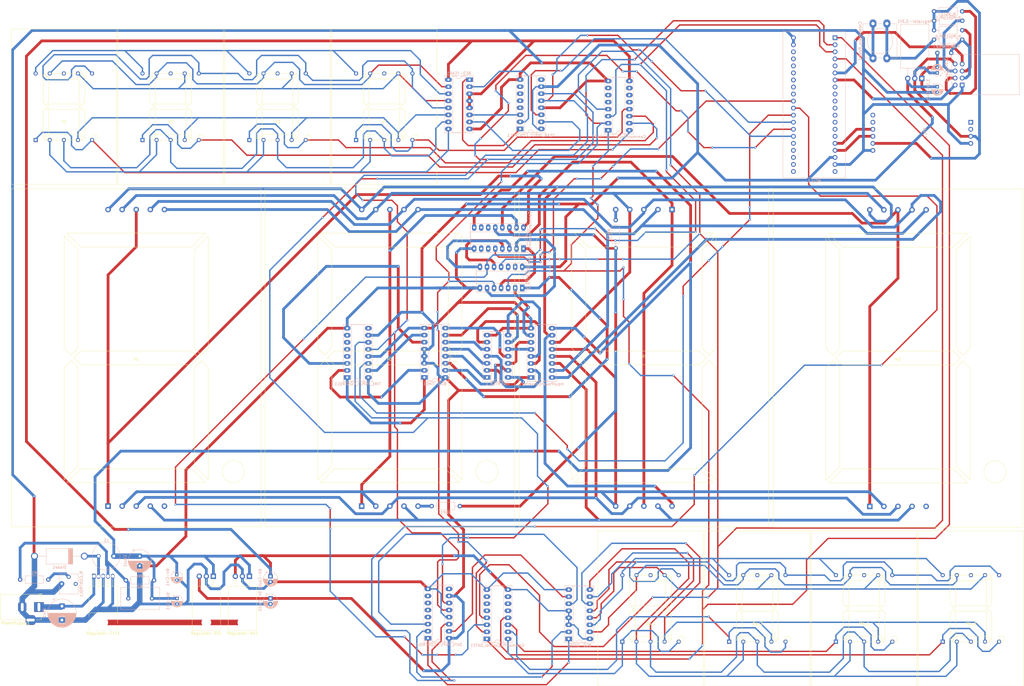
<source format=kicad_pcb>
(kicad_pcb (version 20171130) (host pcbnew "(5.1.6)-1")
  (layers (0 F.Cu signal) (31 B.Cu signal) (34 B.Paste user) (35 F.Paste user) (36 B.SilkS user) (37 F.SilkS user) (38 B.Mask user) (39 F.Mask user) (44 Edge.Cuts user))
  (net 0 "")
  (net 1 GND)
  (net 2 +11V)
  (net 3 "Net-(H1-Pad5)")
  (net 4 "Net-(H2-Pad5)")
  (net 5 "Net-(M1-Pad5)")
  (net 6 "Net-(M2-Pad5)")
  (net 7 "Net-(R1-Pad1)")
  (net 8 "Net-(R_CONTROL1-Pad3)")
  (net 9 "Net-(BCD-DATE1-Pad7)")
  (net 10 "Net-(BCD-DATE1-Pad6)")
  (net 11 "Net-(BCD-DATE1-Pad2)")
  (net 12 "Net-(BCD-DATE1-Pad1)")
  (net 13 "Net-(BCD-TIME1-Pad7)")
  (net 14 "Net-(BCD-TIME1-Pad6)")
  (net 15 "Net-(BCD-TIME1-Pad2)")
  (net 16 "Net-(BCD-TIME1-Pad1)")
  (net 17 "Net-(BCD-YEAR1-Pad7)")
  (net 18 "Net-(BCD-YEAR1-Pad6)")
  (net 19 "Net-(BCD-YEAR1-Pad2)")
  (net 20 "Net-(BCD-YEAR1-Pad1)")
  (net 21 /FEEDBACK)
  (net 22 /+15V)
  (net 23 /OUT)
  (net 24 "Net-(Y1-Pad8)")
  (net 25 "Net-(Y2-Pad8)")
  (net 26 "Net-(Y3-Pad8)")
  (net 27 "Net-(Y4-Pad8)")
  (net 28 /TIME_A)
  (net 29 /TIME_B)
  (net 30 /TIME_C)
  (net 31 /TIME_D)
  (net 32 /TIME_E)
  (net 33 /TIME_F)
  (net 34 /TIME_G)
  (net 35 +5V)
  (net 36 +6V)
  (net 37 /YEAR_E)
  (net 38 /YEAR_F)
  (net 39 /YEAR_G)
  (net 40 /YEAR_A)
  (net 41 /YEAR_B)
  (net 42 /YEAR_C)
  (net 43 /YEAR_D)
  (net 44 /H1_EN)
  (net 45 /H2_EN)
  (net 46 "Net-(CommonPinControl_TIME1-Pad7)")
  (net 47 /H3_EN)
  (net 48 "Net-(CommonPinControl_TIME1-Pad6)")
  (net 49 /H4_EN)
  (net 50 /DP_EN)
  (net 51 EN_DIGIT_4)
  (net 52 "Net-(CommonPinControl_TIME1-Pad11)")
  (net 53 EN_DIGIT_3)
  (net 54 "Net-(CommonPinControl_TIME1-Pad10)")
  (net 55 EN_DIGIT_2)
  (net 56 EN_DIGIT_1)
  (net 57 /Y1_EN)
  (net 58 /Y2_EN)
  (net 59 "Net-(CommonPinControl_YEAR1-Pad7)")
  (net 60 /Y3_EN)
  (net 61 "Net-(CommonPinControl_YEAR1-Pad6)")
  (net 62 /Y4_EN)
  (net 63 "Net-(CommonPinControl_YEAR1-Pad5)")
  (net 64 "Net-(CommonPinControl_YEAR1-Pad12)")
  (net 65 "Net-(CommonPinControl_YEAR1-Pad11)")
  (net 66 "Net-(CommonPinControl_YEAR1-Pad10)")
  (net 67 "Net-(DATE_INPUT_CONTROL1-Pad7)")
  (net 68 "Net-(DATE_INPUT_CONTROL1-Pad6)")
  (net 69 "Net-(DATE_INPUT_CONTROL1-Pad5)")
  (net 70 "Net-(DATE_INPUT_CONTROL1-Pad4)")
  (net 71 "Net-(DATE_INPUT_CONTROL1-Pad9)")
  (net 72 "Net-(TIME_INPUT_CONTROL1-Pad7)")
  (net 73 "Net-(TIME_INPUT_CONTROL1-Pad6)")
  (net 74 "Net-(TIME_INPUT_CONTROL1-Pad5)")
  (net 75 "Net-(TIME_INPUT_CONTROL1-Pad4)")
  (net 76 "Net-(TIME_INPUT_CONTROL1-Pad9)")
  (net 77 "Net-(YEAR_INPUT_CONTROL1-Pad7)")
  (net 78 "Net-(YEAR_INPUT_CONTROL1-Pad6)")
  (net 79 "Net-(YEAR_INPUT_CONTROL1-Pad5)")
  (net 80 "Net-(YEAR_INPUT_CONTROL1-Pad4)")
  (net 81 "Net-(YEAR_INPUT_CONTROL1-Pad9)")
  (net 82 /DATE_E)
  (net 83 /DATE_F)
  (net 84 /DATE_G)
  (net 85 /DATE_A)
  (net 86 /DATE_B)
  (net 87 /DATE_C)
  (net 88 /DATE_D)
  (net 89 SIGNAL_TIME_F)
  (net 90 SIGNAL_TIME_G)
  (net 91 SIGNAL_TIME_A)
  (net 92 SIGNAL_TIME_B)
  (net 93 SIGNAL_TIME_C)
  (net 94 SIGNAL_TIME_D)
  (net 95 SIGNAL_TIME_E)
  (net 96 /Da1_EN)
  (net 97 /Da2_EN)
  (net 98 "Net-(CommonPinControl_DATE1-Pad7)")
  (net 99 /Mo1_EN)
  (net 100 "Net-(CommonPinControl_DATE1-Pad6)")
  (net 101 /Mo2_EN)
  (net 102 "Net-(CommonPinControl_DATE1-Pad5)")
  (net 103 "Net-(CommonPinControl_DATE1-Pad12)")
  (net 104 "Net-(CommonPinControl_DATE1-Pad11)")
  (net 105 "Net-(CommonPinControl_DATE1-Pad10)")
  (net 106 DP_PWM)
  (net 107 "Net-(CommonPinControl_TIME1-Pad4)")
  (net 108 "Net-(CommonPinControl_TIME1-Pad3)")
  (net 109 "Net-(CommonPinControl_TIME1-Pad2)")
  (net 110 "Net-(CommonPinControl_TIME1-Pad1)")
  (net 111 "Net-(Da_1-Pad8)")
  (net 112 "Net-(Da_2-Pad8)")
  (net 113 DATE_DATA_INPUT)
  (net 114 LATCH)
  (net 115 CLOCK)
  (net 116 PWR_TIME_G)
  (net 117 PWR_TIME_F)
  (net 118 PWR_TIME_E)
  (net 119 PWR_TIME_D)
  (net 120 PWR_TIME_C)
  (net 121 PWR_TIME_B)
  (net 122 PWR_TIME_A)
  (net 123 "Net-(Mo_1-Pad8)")
  (net 124 "Net-(Mo_2-Pad8)")
  (net 125 TIME_DATA_INPUT)
  (net 126 YEAR_DATA_INPUT)
  (net 127 "Net-(MCU_1-Pad32)")
  (net 128 "Net-(MCU_1-Pad37)")
  (net 129 "Net-(MCU_1-Pad23)")
  (net 130 "Net-(MCU_1-Pad38)")
  (net 131 "Net-(MCU_1-Pad21)")
  (net 132 "Net-(MCU_1-Pad25)")
  (net 133 "Net-(MCU_1-Pad36)")
  (net 134 "Net-(MCU_1-Pad34)")
  (net 135 "Net-(MCU_1-Pad22)")
  (net 136 "Net-(MCU_1-Pad33)")
  (net 137 "Net-(MCU_1-Pad35)")
  (net 138 "Net-(MCU_1-Pad24)")
  (net 139 "Net-(MCU_1-Pad13)")
  (net 140 "Net-(MCU_1-Pad10)")
  (net 141 "Net-(MCU_1-Pad8)")
  (net 142 "Net-(MCU_1-Pad5)")
  (net 143 "Net-(MCU_1-Pad12)")
  (net 144 "Net-(MCU_1-Pad9)")
  (net 145 "Net-(MCU_1-Pad11)")
  (net 146 STM32TX-EPS8266RX)
  (net 147 RTC_SDA)
  (net 148 +3.3V)
  (net 149 RTC_SCL)
  (net 150 STM32RX-EPS8266TX)
  (net 151 "Net-(MCU_2-Pad5)")
  (net 152 "Net-(MCU_2-Pad4)")
  (net 153 "Net-(MCU_2-Pad6)")
  (net 154 "Net-(RTC1-Pad2)")
  (net 155 "Net-(RTC1-Pad10)")
  (net 156 "Net-(RTC1-Pad9)")
  (net 157 "Net-(RTC1-Pad1)")
  (net 158 "Net-(MCU_1-Pad20)")
  (net 159 "Net-(Credentials_Reset1-Pad2)")
  (net 160 CredentialsReset)
  (net 161 "Net-(MCU_1-Pad15)")
  (net 162 "Net-(MCU_1-Pad14)")
  (module Package_DIP:DIP-16_W7.62mm_Socket_LongPads (layer B.Cu) (at 360.75 87.25 180)
    (fp_text reference BCD-YEAR1 (at 3.81 2.33) (layer B.SilkS) (effects (justify mirror)))
    (fp_text value 74LS47)
    (pad 16 thru_hole oval (at 7.62 0 180) (size 2.4 1.6) (drill 0.8) (layers *.Cu *.Mask) (net 36 +6V))
    (pad 8 thru_hole oval (at 0 -17.78 180) (size 2.4 1.6) (drill 0.8) (layers *.Cu *.Mask) (net 1 GND))
    (pad 15 thru_hole oval (at 7.62 -2.54 180) (size 2.4 1.6) (drill 0.8) (layers *.Cu *.Mask) (net 38 /YEAR_F))
    (pad 7 thru_hole oval (at 0 -15.24 180) (size 2.4 1.6) (drill 0.8) (layers *.Cu *.Mask) (net 17 "Net-(BCD-YEAR1-Pad7)"))
    (pad 14 thru_hole oval (at 7.62 -5.08 180) (size 2.4 1.6) (drill 0.8) (layers *.Cu *.Mask) (net 39 /YEAR_G))
    (pad 6 thru_hole oval (at 0 -12.7 180) (size 2.4 1.6) (drill 0.8) (layers *.Cu *.Mask) (net 18 "Net-(BCD-YEAR1-Pad6)"))
    (pad 13 thru_hole oval (at 7.62 -7.62 180) (size 2.4 1.6) (drill 0.8) (layers *.Cu *.Mask) (net 40 /YEAR_A))
    (pad 5 thru_hole oval (at 0 -10.16 180) (size 2.4 1.6) (drill 0.8) (layers *.Cu *.Mask) (net 36 +6V))
    (pad 12 thru_hole oval (at 7.62 -10.16 180) (size 2.4 1.6) (drill 0.8) (layers *.Cu *.Mask) (net 41 /YEAR_B))
    (pad 4 thru_hole oval (at 0 -7.62 180) (size 2.4 1.6) (drill 0.8) (layers *.Cu *.Mask) (net 36 +6V))
    (pad 11 thru_hole oval (at 7.62 -12.7 180) (size 2.4 1.6) (drill 0.8) (layers *.Cu *.Mask) (net 42 /YEAR_C))
    (pad 3 thru_hole oval (at 0 -5.08 180) (size 2.4 1.6) (drill 0.8) (layers *.Cu *.Mask) (net 36 +6V))
    (pad 10 thru_hole oval (at 7.62 -15.24 180) (size 2.4 1.6) (drill 0.8) (layers *.Cu *.Mask) (net 43 /YEAR_D))
    (pad 2 thru_hole oval (at 0 -2.54 180) (size 2.4 1.6) (drill 0.8) (layers *.Cu *.Mask) (net 19 "Net-(BCD-YEAR1-Pad2)"))
    (pad 9 thru_hole oval (at 7.62 -17.78 180) (size 2.4 1.6) (drill 0.8) (layers *.Cu *.Mask) (net 37 /YEAR_E))
    (pad 1 thru_hole rect (at 0 0 180) (size 2.4 1.6) (drill 0.8) (layers *.Cu *.Mask) (net 20 "Net-(BCD-YEAR1-Pad1)"))
  )
  (module Package_DIP:DIP-16_W7.62mm_Socket_LongPads (layer B.Cu) (at 396.5 289)
    (fp_text reference BCD-DATE1 (at 3.81 2.33) (layer B.SilkS) (effects (justify mirror)))
    (fp_text value 74LS47)
    (pad 16 thru_hole oval (at 7.62 0) (size 2.4 1.6) (drill 0.8) (layers *.Cu *.Mask) (net 36 +6V))
    (pad 8 thru_hole oval (at 0 -17.78) (size 2.4 1.6) (drill 0.8) (layers *.Cu *.Mask) (net 1 GND))
    (pad 15 thru_hole oval (at 7.62 -2.54) (size 2.4 1.6) (drill 0.8) (layers *.Cu *.Mask) (net 83 /DATE_F))
    (pad 7 thru_hole oval (at 0 -15.24) (size 2.4 1.6) (drill 0.8) (layers *.Cu *.Mask) (net 9 "Net-(BCD-DATE1-Pad7)"))
    (pad 14 thru_hole oval (at 7.62 -5.08) (size 2.4 1.6) (drill 0.8) (layers *.Cu *.Mask) (net 84 /DATE_G))
    (pad 6 thru_hole oval (at 0 -12.7) (size 2.4 1.6) (drill 0.8) (layers *.Cu *.Mask) (net 10 "Net-(BCD-DATE1-Pad6)"))
    (pad 13 thru_hole oval (at 7.62 -7.62) (size 2.4 1.6) (drill 0.8) (layers *.Cu *.Mask) (net 85 /DATE_A))
    (pad 5 thru_hole oval (at 0 -10.16) (size 2.4 1.6) (drill 0.8) (layers *.Cu *.Mask) (net 36 +6V))
    (pad 12 thru_hole oval (at 7.62 -10.16) (size 2.4 1.6) (drill 0.8) (layers *.Cu *.Mask) (net 86 /DATE_B))
    (pad 4 thru_hole oval (at 0 -7.62) (size 2.4 1.6) (drill 0.8) (layers *.Cu *.Mask) (net 36 +6V))
    (pad 11 thru_hole oval (at 7.62 -12.7) (size 2.4 1.6) (drill 0.8) (layers *.Cu *.Mask) (net 87 /DATE_C))
    (pad 3 thru_hole oval (at 0 -5.08) (size 2.4 1.6) (drill 0.8) (layers *.Cu *.Mask) (net 36 +6V))
    (pad 10 thru_hole oval (at 7.62 -15.24) (size 2.4 1.6) (drill 0.8) (layers *.Cu *.Mask) (net 88 /DATE_D))
    (pad 2 thru_hole oval (at 0 -2.54) (size 2.4 1.6) (drill 0.8) (layers *.Cu *.Mask) (net 11 "Net-(BCD-DATE1-Pad2)"))
    (pad 9 thru_hole oval (at 7.62 -17.78) (size 2.4 1.6) (drill 0.8) (layers *.Cu *.Mask) (net 82 /DATE_E))
    (pad 1 thru_hole rect (at 0 0) (size 2.4 1.6) (drill 0.8) (layers *.Cu *.Mask) (net 12 "Net-(BCD-DATE1-Pad1)"))
  )
  (module Package_DIP:DIP-16_W7.62mm_Socket_LongPads (layer B.Cu) (at 380.2 148.2 90)
    (fp_text reference CommonPinControl_TIME1 (at 3.81 2.33 90) (layer B.SilkS) (effects (justify mirror)))
    (fp_text value ULN2003A)
    (pad 16 thru_hole oval (at 7.62 0 90) (size 2.4 1.6) (drill 0.8) (layers *.Cu *.Mask) (net 44 /H1_EN))
    (pad 8 thru_hole oval (at 0 -17.78 90) (size 2.4 1.6) (drill 0.8) (layers *.Cu *.Mask) (net 1 GND))
    (pad 15 thru_hole oval (at 7.62 -2.54 90) (size 2.4 1.6) (drill 0.8) (layers *.Cu *.Mask) (net 45 /H2_EN))
    (pad 7 thru_hole oval (at 0 -15.24 90) (size 2.4 1.6) (drill 0.8) (layers *.Cu *.Mask) (net 46 "Net-(CommonPinControl_TIME1-Pad7)"))
    (pad 14 thru_hole oval (at 7.62 -5.08 90) (size 2.4 1.6) (drill 0.8) (layers *.Cu *.Mask) (net 47 /H3_EN))
    (pad 6 thru_hole oval (at 0 -12.7 90) (size 2.4 1.6) (drill 0.8) (layers *.Cu *.Mask) (net 48 "Net-(CommonPinControl_TIME1-Pad6)"))
    (pad 13 thru_hole oval (at 7.62 -7.62 90) (size 2.4 1.6) (drill 0.8) (layers *.Cu *.Mask) (net 49 /H4_EN))
    (pad 5 thru_hole oval (at 0 -10.16 90) (size 2.4 1.6) (drill 0.8) (layers *.Cu *.Mask) (net 106 DP_PWM))
    (pad 12 thru_hole oval (at 7.62 -10.16 90) (size 2.4 1.6) (drill 0.8) (layers *.Cu *.Mask) (net 50 /DP_EN))
    (pad 4 thru_hole oval (at 0 -7.62 90) (size 2.4 1.6) (drill 0.8) (layers *.Cu *.Mask) (net 107 "Net-(CommonPinControl_TIME1-Pad4)"))
    (pad 11 thru_hole oval (at 7.62 -12.7 90) (size 2.4 1.6) (drill 0.8) (layers *.Cu *.Mask) (net 52 "Net-(CommonPinControl_TIME1-Pad11)"))
    (pad 3 thru_hole oval (at 0 -5.08 90) (size 2.4 1.6) (drill 0.8) (layers *.Cu *.Mask) (net 108 "Net-(CommonPinControl_TIME1-Pad3)"))
    (pad 10 thru_hole oval (at 7.62 -15.24 90) (size 2.4 1.6) (drill 0.8) (layers *.Cu *.Mask) (net 54 "Net-(CommonPinControl_TIME1-Pad10)"))
    (pad 2 thru_hole oval (at 0 -2.54 90) (size 2.4 1.6) (drill 0.8) (layers *.Cu *.Mask) (net 109 "Net-(CommonPinControl_TIME1-Pad2)"))
    (pad 9 thru_hole oval (at 7.62 -17.78 90) (size 2.4 1.6) (drill 0.8) (layers *.Cu *.Mask) (net 2 +11V))
    (pad 1 thru_hole rect (at 0 0 90) (size 2.4 1.6) (drill 0.8) (layers *.Cu *.Mask) (net 110 "Net-(CommonPinControl_TIME1-Pad1)"))
  )
  (module Resistor_THT:R_Axial_DIN0207_L6.3mm_D2.5mm_P10.16mm_Horizontal (layer B.Cu) (at 538.4 66 180)
    (fp_text reference R_RST1 (at 5.08 2.37) (layer B.SilkS) (effects (justify mirror)))
    (fp_text value 1k)
    (pad 2 thru_hole oval (at 10.16 0 180) (size 1.6 1.6) (drill 0.8) (layers *.Cu *.Mask) (net 148 +3.3V))
    (pad 1 thru_hole circle (at 0 0 180) (size 1.6 1.6) (drill 0.8) (layers *.Cu *.Mask) (net 153 "Net-(MCU_2-Pad6)"))
  )
  (module Resistor_THT:R_Axial_DIN0207_L6.3mm_D2.5mm_P10.16mm_Horizontal (layer B.Cu) (at 528.2 62.6)
    (fp_text reference R_PULLUP_1 (at 5.08 2.37) (layer B.SilkS) (effects (justify mirror)))
    (fp_text value 1k)
    (pad 2 thru_hole oval (at 10.16 0) (size 1.6 1.6) (drill 0.8) (layers *.Cu *.Mask) (net 152 "Net-(MCU_2-Pad4)"))
    (pad 1 thru_hole circle (at 0 0) (size 1.6 1.6) (drill 0.8) (layers *.Cu *.Mask) (net 148 +3.3V))
  )
  (module Resistor_THT:R_Axial_DIN0207_L6.3mm_D2.5mm_P10.16mm_Horizontal (layer B.Cu) (at 528.2 69.4)
    (fp_text reference R_PULLUP_0 (at 5.08 2.37) (layer B.SilkS) (effects (justify mirror)))
    (fp_text value 1k)
    (pad 2 thru_hole oval (at 10.16 0) (size 1.6 1.6) (drill 0.8) (layers *.Cu *.Mask) (net 151 "Net-(MCU_2-Pad5)"))
    (pad 1 thru_hole circle (at 0 0) (size 1.6 1.6) (drill 0.8) (layers *.Cu *.Mask) (net 148 +3.3V))
  )
  (module Resistor_THT:R_Axial_DIN0207_L6.3mm_D2.5mm_P10.16mm_Horizontal (layer B.Cu) (at 528.2 72.8)
    (fp_text reference R_BUTTON1 (at 5.08 2.37) (layer B.SilkS) (effects (justify mirror)))
    (fp_text value 1k)
    (pad 2 thru_hole oval (at 10.16 0) (size 1.6 1.6) (drill 0.8) (layers *.Cu *.Mask) (net 160 CredentialsReset))
    (pad 1 thru_hole circle (at 0 0) (size 1.6 1.6) (drill 0.8) (layers *.Cu *.Mask) (net 159 "Net-(Credentials_Reset1-Pad2)"))
  )
  (module Capacitor_THT:C_Disc_D5.0mm_W2.5mm_P5.00mm (layer B.Cu) (at 534.4 77.6 180)
    (fp_text reference Debounce1 (at 2.5 2.5) (layer B.SilkS) (effects (justify mirror)))
    (fp_text value 10nF)
    (pad 2 thru_hole circle (at 5 0 180) (size 1.6 1.6) (drill 0.8) (layers *.Cu *.Mask) (net 1 GND))
    (pad 1 thru_hole circle (at 0 0 180) (size 1.6 1.6) (drill 0.8) (layers *.Cu *.Mask) (net 160 CredentialsReset))
  )
  (module Button_Switch_THT:SW_PUSH-12mm_Wuerth-430476085716 (layer B.Cu) (at 506.2 67 270)
    (fp_text reference Credentials_Reset1 (at 6.35 4.66 90) (layer B.SilkS) (effects (justify mirror)))
    (fp_text value SW_Push_Dual_Custom)
    (pad 2 thru_hole oval (at 0 -5 270) (size 3 2.5) (drill 1.2) (layers *.Cu *.Mask) (net 159 "Net-(Credentials_Reset1-Pad2)"))
    (pad 1 thru_hole oval (at 0 0 270) (size 3 2.5) (drill 1.2) (layers *.Cu *.Mask) (net 1 GND))
    (pad 2 thru_hole oval (at 12.5 -5 270) (size 3 2.5) (drill 1.2) (layers *.Cu *.Mask) (net 159 "Net-(Credentials_Reset1-Pad2)"))
    (pad 1 thru_hole oval (at 12.5 0 270) (size 3 2.5) (drill 1.2) (layers *.Cu *.Mask) (net 1 GND))
  )
  (module Custom:DS3231-Module (layer B.Cu) (at 523.8 106.4 270)
    (fp_text reference RTC1 (at 0 -1.25 90) (layer B.SilkS) (effects (justify mirror)))
    (fp_text value DS3231-Module)
    (pad 10 thru_hole oval (at -6.37 17.65 180) (size 1.7 1.7) (drill 1) (layers *.Cu *.Mask) (net 155 "Net-(RTC1-Pad10)"))
    (pad 5 thru_hole oval (at 6.37 17.65 180) (size 1.7 1.7) (drill 1) (layers *.Cu *.Mask) (net 1 GND))
    (pad 6 thru_hole oval (at 3.83 17.65 180) (size 1.7 1.7) (drill 1) (layers *.Cu *.Mask) (net 148 +3.3V))
    (pad 7 thru_hole oval (at 1.27 17.65 180) (size 1.7 1.7) (drill 1) (layers *.Cu *.Mask) (net 147 RTC_SDA))
    (pad 8 thru_hole oval (at -1.27 17.65 180) (size 1.7 1.7) (drill 1) (layers *.Cu *.Mask) (net 149 RTC_SCL))
    (pad 9 thru_hole oval (at -3.81 17.65 180) (size 1.7 1.7) (drill 1) (layers *.Cu *.Mask) (net 156 "Net-(RTC1-Pad9)"))
    (pad 3 thru_hole oval (at 1.28 -17.65 180) (size 1.7 1.7) (drill 1) (layers *.Cu *.Mask) (net 148 +3.3V))
    (pad 2 thru_hole oval (at -1.26 -17.65 180) (size 1.7 1.7) (drill 1) (layers *.Cu *.Mask) (net 154 "Net-(RTC1-Pad2)"))
    (pad 1 thru_hole rect (at -3.8 -17.65 180) (size 1.7 1.7) (drill 1) (layers *.Cu *.Mask) (net 157 "Net-(RTC1-Pad1)"))
    (pad 4 thru_hole oval (at 3.82 -17.65 180) (size 1.7 1.7) (drill 1) (layers *.Cu *.Mask) (net 1 GND))
  )
  (module Package_TO_SOT_THT:TO-220-3_Horizontal_TabDown (layer B.Cu) (at 523.8 86.8 180)
    (fp_text reference Regulator-3.3V1 (at 2.54 20.58) (layer B.SilkS) (effects (justify mirror)))
    (fp_text value LM1117-3.3)
    (pad 3 thru_hole oval (at 5.08 0 180) (size 1.905 2) (drill 1.1) (layers *.Cu *.Mask) (net 35 +5V))
    (pad 2 thru_hole oval (at 2.54 0 180) (size 1.905 2) (drill 1.1) (layers *.Cu *.Mask) (net 148 +3.3V))
    (pad 1 thru_hole rect (at 0 0 180) (size 1.905 2) (drill 1.1) (layers *.Cu *.Mask) (net 1 GND))
    (pad "" np_thru_hole oval (at 2.54 16.66 180) (size 3.5 3.5) (drill 3.5) (layers *.Cu *.Mask))
  )
  (module Capacitor_THT:CP_Radial_D4.0mm_P2.00mm (layer B.Cu) (at 529.4 84.8 90)
    (fp_text reference 3.3V-Cout1 (at 1 3.25 90) (layer B.SilkS) (effects (justify mirror)))
    (fp_text value 10uF)
    (pad 2 thru_hole circle (at 2 0 90) (size 1.2 1.2) (drill 0.6) (layers *.Cu *.Mask) (net 1 GND))
    (pad 1 thru_hole rect (at 0 0 90) (size 1.2 1.2) (drill 0.6) (layers *.Cu *.Mask) (net 148 +3.3V))
  )
  (module Capacitor_THT:CP_Radial_D4.0mm_P2.00mm (layer B.Cu) (at 529.4 89.8 270)
    (fp_text reference 3.3V-Cin1 (at 1 3.25 90) (layer B.SilkS) (effects (justify mirror)))
    (fp_text value 10uF)
    (pad 2 thru_hole circle (at 2 0 270) (size 1.2 1.2) (drill 0.6) (layers *.Cu *.Mask) (net 1 GND))
    (pad 1 thru_hole rect (at 0 0 270) (size 1.2 1.2) (drill 0.6) (layers *.Cu *.Mask) (net 35 +5V))
  )
  (module Custom:Generic-ESP8266 (layer B.Cu) (at 546.8 85.4 90)
    (fp_text reference MCU_2 (at -0.12 -13.18 90) (layer B.SilkS) (effects (justify mirror)))
    (fp_text value Generic-ESP8266)
    (pad 1 thru_hole rect (at -3.8 -8.45) (size 1.7 1.7) (drill 1) (layers *.Cu *.Mask) (net 1 GND))
    (pad 3 thru_hole oval (at -1.26 -8.45) (size 1.7 1.7) (drill 1) (layers *.Cu *.Mask) (net 160 CredentialsReset))
    (pad 2 thru_hole oval (at -3.8 -10.99) (size 1.7 1.7) (drill 1) (layers *.Cu *.Mask) (net 150 STM32RX-EPS8266TX))
    (pad 5 thru_hole oval (at 1.28 -8.45) (size 1.7 1.7) (drill 1) (layers *.Cu *.Mask) (net 151 "Net-(MCU_2-Pad5)"))
    (pad 4 thru_hole oval (at -1.26 -10.99) (size 1.7 1.7) (drill 1) (layers *.Cu *.Mask) (net 152 "Net-(MCU_2-Pad4)"))
    (pad 6 thru_hole oval (at 1.28 -10.99) (size 1.7 1.7) (drill 1) (layers *.Cu *.Mask) (net 153 "Net-(MCU_2-Pad6)"))
    (pad 8 thru_hole oval (at 3.82 -10.99) (size 1.7 1.7) (drill 1) (layers *.Cu *.Mask) (net 148 +3.3V))
    (pad 7 thru_hole oval (at 3.82 -8.45) (size 1.7 1.7) (drill 1) (layers *.Cu *.Mask) (net 146 STM32TX-EPS8266RX))
  )
  (module Custom:STM32F103CxT6-BluePill (layer B.Cu) (at 485 96.25 180)
    (fp_text reference MCU_1 (at 0.01 -27.54 180) (layer B.SilkS) (effects (justify mirror)))
    (fp_text value STM32F103CxT6-BluePill)
    (pad 32 thru_hole oval (at 7.48336 3.81508 180) (size 1.7 1.7) (drill 1) (layers *.Cu *.Mask) (net 127 "Net-(MCU_1-Pad32)"))
    (pad 39 thru_hole oval (at 7.48336 21.59508 180) (size 1.7 1.7) (drill 1) (layers *.Cu *.Mask) (net 1 GND))
    (pad 37 thru_hole oval (at 7.48336 16.51508 180) (size 1.7 1.7) (drill 1) (layers *.Cu *.Mask) (net 128 "Net-(MCU_1-Pad37)"))
    (pad 23 thru_hole oval (at 7.48336 -19.04492 180) (size 1.7 1.7) (drill 1) (layers *.Cu *.Mask) (net 129 "Net-(MCU_1-Pad23)"))
    (pad 27 thru_hole oval (at 7.48336 -8.88492 180) (size 1.7 1.7) (drill 1) (layers *.Cu *.Mask) (net 115 CLOCK))
    (pad 38 thru_hole oval (at 7.48336 19.05508 180) (size 1.7 1.7) (drill 1) (layers *.Cu *.Mask) (net 130 "Net-(MCU_1-Pad38)"))
    (pad 31 thru_hole oval (at 7.48336 1.27508 180) (size 1.7 1.7) (drill 1) (layers *.Cu *.Mask) (net 106 DP_PWM))
    (pad 21 thru_hole oval (at 7.48336 -24.12492 180) (size 1.7 1.7) (drill 1) (layers *.Cu *.Mask) (net 131 "Net-(MCU_1-Pad21)"))
    (pad 25 thru_hole oval (at 7.48336 -13.96492 180) (size 1.7 1.7) (drill 1) (layers *.Cu *.Mask) (net 132 "Net-(MCU_1-Pad25)"))
    (pad 36 thru_hole oval (at 7.48336 13.97508 180) (size 1.7 1.7) (drill 1) (layers *.Cu *.Mask) (net 133 "Net-(MCU_1-Pad36)"))
    (pad 34 thru_hole oval (at 7.48336 8.89508 180) (size 1.7 1.7) (drill 1) (layers *.Cu *.Mask) (net 134 "Net-(MCU_1-Pad34)"))
    (pad 29 thru_hole oval (at 7.48336 -3.80492 180) (size 1.7 1.7) (drill 1) (layers *.Cu *.Mask) (net 125 TIME_DATA_INPUT))
    (pad 22 thru_hole oval (at 7.48336 -21.58492 180) (size 1.7 1.7) (drill 1) (layers *.Cu *.Mask) (net 135 "Net-(MCU_1-Pad22)"))
    (pad 40 thru_hole oval (at 7.48336 24.13508 180) (size 1.7 1.7) (drill 1) (layers *.Cu *.Mask) (net 1 GND))
    (pad 33 thru_hole oval (at 7.48336 6.35508 180) (size 1.7 1.7) (drill 1) (layers *.Cu *.Mask) (net 136 "Net-(MCU_1-Pad33)"))
    (pad 28 thru_hole oval (at 7.48336 -6.34492 180) (size 1.7 1.7) (drill 1) (layers *.Cu *.Mask) (net 126 YEAR_DATA_INPUT))
    (pad 26 thru_hole oval (at 7.48336 -11.42492 180) (size 1.7 1.7) (drill 1) (layers *.Cu *.Mask) (net 114 LATCH))
    (pad 35 thru_hole oval (at 7.48336 11.43508 180) (size 1.7 1.7) (drill 1) (layers *.Cu *.Mask) (net 137 "Net-(MCU_1-Pad35)"))
    (pad 24 thru_hole oval (at 7.48336 -16.50492 180) (size 1.7 1.7) (drill 1) (layers *.Cu *.Mask) (net 138 "Net-(MCU_1-Pad24)"))
    (pad 30 thru_hole oval (at 7.48336 -1.26492 180) (size 1.7 1.7) (drill 1) (layers *.Cu *.Mask) (net 113 DATE_DATA_INPUT))
    (pad 13 thru_hole oval (at -7.51664 -6.34492 180) (size 1.7 1.7) (drill 1) (layers *.Cu *.Mask) (net 139 "Net-(MCU_1-Pad13)"))
    (pad 6 thru_hole oval (at -7.51664 11.43508 180) (size 1.7 1.7) (drill 1) (layers *.Cu *.Mask) (net 146 STM32TX-EPS8266RX))
    (pad 3 thru_hole oval (at -7.51664 19.05508 180) (size 1.7 1.7) (drill 1) (layers *.Cu *.Mask) (net 53 EN_DIGIT_3))
    (pad 10 thru_hole oval (at -7.51664 1.27508 180) (size 1.7 1.7) (drill 1) (layers *.Cu *.Mask) (net 140 "Net-(MCU_1-Pad10)"))
    (pad 18 thru_hole oval (at -7.51664 -19.04492 180) (size 1.7 1.7) (drill 1) (layers *.Cu *.Mask) (net 35 +5V))
    (pad 15 thru_hole oval (at -7.51664 -11.42492 180) (size 1.7 1.7) (drill 1) (layers *.Cu *.Mask) (net 161 "Net-(MCU_1-Pad15)"))
    (pad 8 thru_hole oval (at -7.51664 6.35508 180) (size 1.7 1.7) (drill 1) (layers *.Cu *.Mask) (net 141 "Net-(MCU_1-Pad8)"))
    (pad 5 thru_hole oval (at -7.51664 13.97508 180) (size 1.7 1.7) (drill 1) (layers *.Cu *.Mask) (net 142 "Net-(MCU_1-Pad5)"))
    (pad 20 thru_hole oval (at -7.51664 -24.12492 180) (size 1.7 1.7) (drill 1) (layers *.Cu *.Mask) (net 158 "Net-(MCU_1-Pad20)"))
    (pad 16 thru_hole oval (at -7.51664 -13.96492 180) (size 1.7 1.7) (drill 1) (layers *.Cu *.Mask) (net 149 RTC_SCL))
    (pad 4 thru_hole oval (at -7.51664 16.51508 180) (size 1.7 1.7) (drill 1) (layers *.Cu *.Mask) (net 51 EN_DIGIT_4))
    (pad 14 thru_hole oval (at -7.51664 -8.88492 180) (size 1.7 1.7) (drill 1) (layers *.Cu *.Mask) (net 162 "Net-(MCU_1-Pad14)"))
    (pad 19 thru_hole oval (at -7.51664 -21.58492 180) (size 1.7 1.7) (drill 1) (layers *.Cu *.Mask) (net 1 GND))
    (pad 1 thru_hole rect (at -7.51664 24.13508 180) (size 1.7 1.7) (drill 1) (layers *.Cu *.Mask) (net 56 EN_DIGIT_1))
    (pad 2 thru_hole oval (at -7.51664 21.59508 180) (size 1.7 1.7) (drill 1) (layers *.Cu *.Mask) (net 55 EN_DIGIT_2))
    (pad 7 thru_hole oval (at -7.51664 8.89508 180) (size 1.7 1.7) (drill 1) (layers *.Cu *.Mask) (net 150 STM32RX-EPS8266TX))
    (pad 12 thru_hole oval (at -7.51664 -3.80492 180) (size 1.7 1.7) (drill 1) (layers *.Cu *.Mask) (net 143 "Net-(MCU_1-Pad12)"))
    (pad 9 thru_hole oval (at -7.51664 3.81508 180) (size 1.7 1.7) (drill 1) (layers *.Cu *.Mask) (net 144 "Net-(MCU_1-Pad9)"))
    (pad 17 thru_hole oval (at -7.51664 -16.50492 180) (size 1.7 1.7) (drill 1) (layers *.Cu *.Mask) (net 147 RTC_SDA))
    (pad 11 thru_hole oval (at -7.51664 -1.26492 180) (size 1.7 1.7) (drill 1) (layers *.Cu *.Mask) (net 145 "Net-(MCU_1-Pad11)"))
  )
  (module Package_DIP:DIP-16_W7.62mm_Socket_LongPads (layer B.Cu) (at 367 289)
    (fp_text reference CommonPinControl_DATE1 (at 3.81 2.33) (layer B.SilkS) (effects (justify mirror)))
    (fp_text value ULN2003A)
    (pad 16 thru_hole oval (at 7.62 0) (size 2.4 1.6) (drill 0.8) (layers *.Cu *.Mask) (net 96 /Da1_EN))
    (pad 8 thru_hole oval (at 0 -17.78) (size 2.4 1.6) (drill 0.8) (layers *.Cu *.Mask) (net 1 GND))
    (pad 15 thru_hole oval (at 7.62 -2.54) (size 2.4 1.6) (drill 0.8) (layers *.Cu *.Mask) (net 97 /Da2_EN))
    (pad 7 thru_hole oval (at 0 -15.24) (size 2.4 1.6) (drill 0.8) (layers *.Cu *.Mask) (net 98 "Net-(CommonPinControl_DATE1-Pad7)"))
    (pad 14 thru_hole oval (at 7.62 -5.08) (size 2.4 1.6) (drill 0.8) (layers *.Cu *.Mask) (net 99 /Mo1_EN))
    (pad 6 thru_hole oval (at 0 -12.7) (size 2.4 1.6) (drill 0.8) (layers *.Cu *.Mask) (net 100 "Net-(CommonPinControl_DATE1-Pad6)"))
    (pad 13 thru_hole oval (at 7.62 -7.62) (size 2.4 1.6) (drill 0.8) (layers *.Cu *.Mask) (net 101 /Mo2_EN))
    (pad 5 thru_hole oval (at 0 -10.16) (size 2.4 1.6) (drill 0.8) (layers *.Cu *.Mask) (net 102 "Net-(CommonPinControl_DATE1-Pad5)"))
    (pad 12 thru_hole oval (at 7.62 -10.16) (size 2.4 1.6) (drill 0.8) (layers *.Cu *.Mask) (net 103 "Net-(CommonPinControl_DATE1-Pad12)"))
    (pad 4 thru_hole oval (at 0 -7.62) (size 2.4 1.6) (drill 0.8) (layers *.Cu *.Mask) (net 51 EN_DIGIT_4))
    (pad 11 thru_hole oval (at 7.62 -12.7) (size 2.4 1.6) (drill 0.8) (layers *.Cu *.Mask) (net 104 "Net-(CommonPinControl_DATE1-Pad11)"))
    (pad 3 thru_hole oval (at 0 -5.08) (size 2.4 1.6) (drill 0.8) (layers *.Cu *.Mask) (net 53 EN_DIGIT_3))
    (pad 10 thru_hole oval (at 7.62 -15.24) (size 2.4 1.6) (drill 0.8) (layers *.Cu *.Mask) (net 105 "Net-(CommonPinControl_DATE1-Pad10)"))
    (pad 2 thru_hole oval (at 0 -2.54) (size 2.4 1.6) (drill 0.8) (layers *.Cu *.Mask) (net 55 EN_DIGIT_2))
    (pad 9 thru_hole oval (at 7.62 -17.78) (size 2.4 1.6) (drill 0.8) (layers *.Cu *.Mask) (net 36 +6V))
    (pad 1 thru_hole rect (at 0 0) (size 2.4 1.6) (drill 0.8) (layers *.Cu *.Mask) (net 56 EN_DIGIT_1))
  )
  (module Package_DIP:DIP-16_W7.62mm_Socket_LongPads (layer B.Cu) (at 345.75 288.75)
    (fp_text reference DATE_INPUT_CONTROL1 (at 3.81 2.33) (layer B.SilkS) (effects (justify mirror)))
    (fp_text value 74HC595)
    (pad 16 thru_hole oval (at 7.62 0) (size 2.4 1.6) (drill 0.8) (layers *.Cu *.Mask) (net 35 +5V))
    (pad 8 thru_hole oval (at 0 -17.78) (size 2.4 1.6) (drill 0.8) (layers *.Cu *.Mask) (net 1 GND))
    (pad 15 thru_hole oval (at 7.62 -2.54) (size 2.4 1.6) (drill 0.8) (layers *.Cu *.Mask) (net 9 "Net-(BCD-DATE1-Pad7)"))
    (pad 7 thru_hole oval (at 0 -15.24) (size 2.4 1.6) (drill 0.8) (layers *.Cu *.Mask) (net 67 "Net-(DATE_INPUT_CONTROL1-Pad7)"))
    (pad 14 thru_hole oval (at 7.62 -5.08) (size 2.4 1.6) (drill 0.8) (layers *.Cu *.Mask) (net 113 DATE_DATA_INPUT))
    (pad 6 thru_hole oval (at 0 -12.7) (size 2.4 1.6) (drill 0.8) (layers *.Cu *.Mask) (net 68 "Net-(DATE_INPUT_CONTROL1-Pad6)"))
    (pad 13 thru_hole oval (at 7.62 -7.62) (size 2.4 1.6) (drill 0.8) (layers *.Cu *.Mask) (net 1 GND))
    (pad 5 thru_hole oval (at 0 -10.16) (size 2.4 1.6) (drill 0.8) (layers *.Cu *.Mask) (net 69 "Net-(DATE_INPUT_CONTROL1-Pad5)"))
    (pad 12 thru_hole oval (at 7.62 -10.16) (size 2.4 1.6) (drill 0.8) (layers *.Cu *.Mask) (net 114 LATCH))
    (pad 4 thru_hole oval (at 0 -7.62) (size 2.4 1.6) (drill 0.8) (layers *.Cu *.Mask) (net 70 "Net-(DATE_INPUT_CONTROL1-Pad4)"))
    (pad 11 thru_hole oval (at 7.62 -12.7) (size 2.4 1.6) (drill 0.8) (layers *.Cu *.Mask) (net 115 CLOCK))
    (pad 3 thru_hole oval (at 0 -5.08) (size 2.4 1.6) (drill 0.8) (layers *.Cu *.Mask) (net 10 "Net-(BCD-DATE1-Pad6)"))
    (pad 10 thru_hole oval (at 7.62 -15.24) (size 2.4 1.6) (drill 0.8) (layers *.Cu *.Mask) (net 35 +5V))
    (pad 2 thru_hole oval (at 0 -2.54) (size 2.4 1.6) (drill 0.8) (layers *.Cu *.Mask) (net 11 "Net-(BCD-DATE1-Pad2)"))
    (pad 9 thru_hole oval (at 7.62 -17.78) (size 2.4 1.6) (drill 0.8) (layers *.Cu *.Mask) (net 71 "Net-(DATE_INPUT_CONTROL1-Pad9)"))
    (pad 1 thru_hole rect (at 0 0) (size 2.4 1.6) (drill 0.8) (layers *.Cu *.Mask) (net 12 "Net-(BCD-DATE1-Pad1)"))
  )
  (module Package_DIP:DIP-16_W7.62mm_Socket_LongPads (layer B.Cu) (at 379 105)
    (fp_text reference YEAR_INPUT_CONTROL1 (at 3.81 2.33) (layer B.SilkS) (effects (justify mirror)))
    (fp_text value 74HC595)
    (pad 16 thru_hole oval (at 7.62 0) (size 2.4 1.6) (drill 0.8) (layers *.Cu *.Mask) (net 35 +5V))
    (pad 8 thru_hole oval (at 0 -17.78) (size 2.4 1.6) (drill 0.8) (layers *.Cu *.Mask) (net 1 GND))
    (pad 15 thru_hole oval (at 7.62 -2.54) (size 2.4 1.6) (drill 0.8) (layers *.Cu *.Mask) (net 17 "Net-(BCD-YEAR1-Pad7)"))
    (pad 7 thru_hole oval (at 0 -15.24) (size 2.4 1.6) (drill 0.8) (layers *.Cu *.Mask) (net 77 "Net-(YEAR_INPUT_CONTROL1-Pad7)"))
    (pad 14 thru_hole oval (at 7.62 -5.08) (size 2.4 1.6) (drill 0.8) (layers *.Cu *.Mask) (net 126 YEAR_DATA_INPUT))
    (pad 6 thru_hole oval (at 0 -12.7) (size 2.4 1.6) (drill 0.8) (layers *.Cu *.Mask) (net 78 "Net-(YEAR_INPUT_CONTROL1-Pad6)"))
    (pad 13 thru_hole oval (at 7.62 -7.62) (size 2.4 1.6) (drill 0.8) (layers *.Cu *.Mask) (net 1 GND))
    (pad 5 thru_hole oval (at 0 -10.16) (size 2.4 1.6) (drill 0.8) (layers *.Cu *.Mask) (net 79 "Net-(YEAR_INPUT_CONTROL1-Pad5)"))
    (pad 12 thru_hole oval (at 7.62 -10.16) (size 2.4 1.6) (drill 0.8) (layers *.Cu *.Mask) (net 114 LATCH))
    (pad 4 thru_hole oval (at 0 -7.62) (size 2.4 1.6) (drill 0.8) (layers *.Cu *.Mask) (net 80 "Net-(YEAR_INPUT_CONTROL1-Pad4)"))
    (pad 11 thru_hole oval (at 7.62 -12.7) (size 2.4 1.6) (drill 0.8) (layers *.Cu *.Mask) (net 115 CLOCK))
    (pad 3 thru_hole oval (at 0 -5.08) (size 2.4 1.6) (drill 0.8) (layers *.Cu *.Mask) (net 18 "Net-(BCD-YEAR1-Pad6)"))
    (pad 10 thru_hole oval (at 7.62 -15.24) (size 2.4 1.6) (drill 0.8) (layers *.Cu *.Mask) (net 35 +5V))
    (pad 2 thru_hole oval (at 0 -2.54) (size 2.4 1.6) (drill 0.8) (layers *.Cu *.Mask) (net 19 "Net-(BCD-YEAR1-Pad2)"))
    (pad 9 thru_hole oval (at 7.62 -17.78) (size 2.4 1.6) (drill 0.8) (layers *.Cu *.Mask) (net 81 "Net-(YEAR_INPUT_CONTROL1-Pad9)"))
    (pad 1 thru_hole rect (at 0 0) (size 2.4 1.6) (drill 0.8) (layers *.Cu *.Mask) (net 20 "Net-(BCD-YEAR1-Pad1)"))
  )
  (module Package_DIP:DIP-16_W7.62mm_Socket_LongPads (layer B.Cu) (at 410.75 105.5)
    (fp_text reference CommonPinControl_YEAR1 (at 3.81 2.33) (layer B.SilkS) (effects (justify mirror)))
    (fp_text value ULN2003A)
    (pad 16 thru_hole oval (at 7.62 0) (size 2.4 1.6) (drill 0.8) (layers *.Cu *.Mask) (net 57 /Y1_EN))
    (pad 8 thru_hole oval (at 0 -17.78) (size 2.4 1.6) (drill 0.8) (layers *.Cu *.Mask) (net 1 GND))
    (pad 15 thru_hole oval (at 7.62 -2.54) (size 2.4 1.6) (drill 0.8) (layers *.Cu *.Mask) (net 58 /Y2_EN))
    (pad 7 thru_hole oval (at 0 -15.24) (size 2.4 1.6) (drill 0.8) (layers *.Cu *.Mask) (net 59 "Net-(CommonPinControl_YEAR1-Pad7)"))
    (pad 14 thru_hole oval (at 7.62 -5.08) (size 2.4 1.6) (drill 0.8) (layers *.Cu *.Mask) (net 60 /Y3_EN))
    (pad 6 thru_hole oval (at 0 -12.7) (size 2.4 1.6) (drill 0.8) (layers *.Cu *.Mask) (net 61 "Net-(CommonPinControl_YEAR1-Pad6)"))
    (pad 13 thru_hole oval (at 7.62 -7.62) (size 2.4 1.6) (drill 0.8) (layers *.Cu *.Mask) (net 62 /Y4_EN))
    (pad 5 thru_hole oval (at 0 -10.16) (size 2.4 1.6) (drill 0.8) (layers *.Cu *.Mask) (net 63 "Net-(CommonPinControl_YEAR1-Pad5)"))
    (pad 12 thru_hole oval (at 7.62 -10.16) (size 2.4 1.6) (drill 0.8) (layers *.Cu *.Mask) (net 64 "Net-(CommonPinControl_YEAR1-Pad12)"))
    (pad 4 thru_hole oval (at 0 -7.62) (size 2.4 1.6) (drill 0.8) (layers *.Cu *.Mask) (net 51 EN_DIGIT_4))
    (pad 11 thru_hole oval (at 7.62 -12.7) (size 2.4 1.6) (drill 0.8) (layers *.Cu *.Mask) (net 65 "Net-(CommonPinControl_YEAR1-Pad11)"))
    (pad 3 thru_hole oval (at 0 -5.08) (size 2.4 1.6) (drill 0.8) (layers *.Cu *.Mask) (net 53 EN_DIGIT_3))
    (pad 10 thru_hole oval (at 7.62 -15.24) (size 2.4 1.6) (drill 0.8) (layers *.Cu *.Mask) (net 66 "Net-(CommonPinControl_YEAR1-Pad10)"))
    (pad 2 thru_hole oval (at 0 -2.54) (size 2.4 1.6) (drill 0.8) (layers *.Cu *.Mask) (net 55 EN_DIGIT_2))
    (pad 9 thru_hole oval (at 7.62 -17.78) (size 2.4 1.6) (drill 0.8) (layers *.Cu *.Mask) (net 36 +6V))
    (pad 1 thru_hole rect (at 0 0) (size 2.4 1.6) (drill 0.8) (layers *.Cu *.Mask) (net 56 EN_DIGIT_1))
  )
  (module Custom:SevSeg1.8Inch (layer F.Cu) (at 426 278)
    (fp_text reference Da_1 (at 0.1 5.48) (layer F.SilkS))
    (fp_text value SevSeg1.8Inch)
    (pad 10 thru_hole circle (at -10.16 -12) (size 1.5 1.5) (drill 0.8) (layers *.Cu *.Mask) (net 84 /DATE_G))
    (pad 9 thru_hole circle (at -5.08 -12) (size 1.5 1.5) (drill 0.8) (layers *.Cu *.Mask) (net 83 /DATE_F))
    (pad 8 thru_hole circle (at 0 -12) (size 1.5 1.5) (drill 0.8) (layers *.Cu *.Mask) (net 111 "Net-(Da_1-Pad8)"))
    (pad 7 thru_hole circle (at 5.08 -12) (size 1.5 1.5) (drill 0.8) (layers *.Cu *.Mask) (net 85 /DATE_A))
    (pad 6 thru_hole circle (at 10.16 -12) (size 1.5 1.5) (drill 0.8) (layers *.Cu *.Mask) (net 86 /DATE_B))
    (pad 5 thru_hole circle (at 10.16 12) (size 1.5 1.5) (drill 0.8) (layers *.Cu *.Mask) (net 96 /Da1_EN))
    (pad 4 thru_hole circle (at 5.08 12) (size 1.5 1.5) (drill 0.8) (layers *.Cu *.Mask) (net 87 /DATE_C))
    (pad 3 thru_hole circle (at 0 12) (size 1.5 1.5) (drill 0.8) (layers *.Cu *.Mask) (net 88 /DATE_D))
    (pad 2 thru_hole circle (at -5.08 12) (size 1.5 1.5) (drill 0.8) (layers *.Cu *.Mask) (net 82 /DATE_E))
    (pad 1 thru_hole rect (at -10.16 12) (size 1.5 1.5) (drill 0.8) (layers *.Cu *.Mask) (net 96 /Da1_EN))
  )
  (module Custom:SevSeg1.8Inch (layer F.Cu) (at 330 97)
    (fp_text reference Y4 (at 0.1 5.48) (layer F.SilkS))
    (fp_text value SevSeg1.8Inch)
    (pad 10 thru_hole circle (at -10.16 -12) (size 1.5 1.5) (drill 0.8) (layers *.Cu *.Mask) (net 39 /YEAR_G))
    (pad 9 thru_hole circle (at -5.08 -12) (size 1.5 1.5) (drill 0.8) (layers *.Cu *.Mask) (net 38 /YEAR_F))
    (pad 8 thru_hole circle (at 0 -12) (size 1.5 1.5) (drill 0.8) (layers *.Cu *.Mask) (net 27 "Net-(Y4-Pad8)"))
    (pad 7 thru_hole circle (at 5.08 -12) (size 1.5 1.5) (drill 0.8) (layers *.Cu *.Mask) (net 40 /YEAR_A))
    (pad 6 thru_hole circle (at 10.16 -12) (size 1.5 1.5) (drill 0.8) (layers *.Cu *.Mask) (net 41 /YEAR_B))
    (pad 5 thru_hole circle (at 10.16 12) (size 1.5 1.5) (drill 0.8) (layers *.Cu *.Mask) (net 62 /Y4_EN))
    (pad 4 thru_hole circle (at 5.08 12) (size 1.5 1.5) (drill 0.8) (layers *.Cu *.Mask) (net 42 /YEAR_C))
    (pad 3 thru_hole circle (at 0 12) (size 1.5 1.5) (drill 0.8) (layers *.Cu *.Mask) (net 43 /YEAR_D))
    (pad 2 thru_hole circle (at -5.08 12) (size 1.5 1.5) (drill 0.8) (layers *.Cu *.Mask) (net 37 /YEAR_E))
    (pad 1 thru_hole rect (at -10.16 12) (size 1.5 1.5) (drill 0.8) (layers *.Cu *.Mask) (net 62 /Y4_EN))
  )
  (module Custom:SevSeg1.8Inch (layer F.Cu) (at 253 97)
    (fp_text reference Y2 (at 0.1 5.48) (layer F.SilkS))
    (fp_text value SevSeg1.8Inch)
    (pad 10 thru_hole circle (at -10.16 -12) (size 1.5 1.5) (drill 0.8) (layers *.Cu *.Mask) (net 39 /YEAR_G))
    (pad 9 thru_hole circle (at -5.08 -12) (size 1.5 1.5) (drill 0.8) (layers *.Cu *.Mask) (net 38 /YEAR_F))
    (pad 8 thru_hole circle (at 0 -12) (size 1.5 1.5) (drill 0.8) (layers *.Cu *.Mask) (net 25 "Net-(Y2-Pad8)"))
    (pad 7 thru_hole circle (at 5.08 -12) (size 1.5 1.5) (drill 0.8) (layers *.Cu *.Mask) (net 40 /YEAR_A))
    (pad 6 thru_hole circle (at 10.16 -12) (size 1.5 1.5) (drill 0.8) (layers *.Cu *.Mask) (net 41 /YEAR_B))
    (pad 5 thru_hole circle (at 10.16 12) (size 1.5 1.5) (drill 0.8) (layers *.Cu *.Mask) (net 58 /Y2_EN))
    (pad 4 thru_hole circle (at 5.08 12) (size 1.5 1.5) (drill 0.8) (layers *.Cu *.Mask) (net 42 /YEAR_C))
    (pad 3 thru_hole circle (at 0 12) (size 1.5 1.5) (drill 0.8) (layers *.Cu *.Mask) (net 43 /YEAR_D))
    (pad 2 thru_hole circle (at -5.08 12) (size 1.5 1.5) (drill 0.8) (layers *.Cu *.Mask) (net 37 /YEAR_E))
    (pad 1 thru_hole rect (at -10.16 12) (size 1.5 1.5) (drill 0.8) (layers *.Cu *.Mask) (net 58 /Y2_EN))
  )
  (module Custom:SevSeg1.8Inch (layer F.Cu) (at 214.5 97)
    (fp_text reference Y1 (at 0.1 5.48) (layer F.SilkS))
    (fp_text value SevSeg1.8Inch)
    (pad 10 thru_hole circle (at -10.16 -12) (size 1.5 1.5) (drill 0.8) (layers *.Cu *.Mask) (net 39 /YEAR_G))
    (pad 9 thru_hole circle (at -5.08 -12) (size 1.5 1.5) (drill 0.8) (layers *.Cu *.Mask) (net 38 /YEAR_F))
    (pad 8 thru_hole circle (at 0 -12) (size 1.5 1.5) (drill 0.8) (layers *.Cu *.Mask) (net 24 "Net-(Y1-Pad8)"))
    (pad 7 thru_hole circle (at 5.08 -12) (size 1.5 1.5) (drill 0.8) (layers *.Cu *.Mask) (net 40 /YEAR_A))
    (pad 6 thru_hole circle (at 10.16 -12) (size 1.5 1.5) (drill 0.8) (layers *.Cu *.Mask) (net 41 /YEAR_B))
    (pad 5 thru_hole circle (at 10.16 12) (size 1.5 1.5) (drill 0.8) (layers *.Cu *.Mask) (net 57 /Y1_EN))
    (pad 4 thru_hole circle (at 5.08 12) (size 1.5 1.5) (drill 0.8) (layers *.Cu *.Mask) (net 42 /YEAR_C))
    (pad 3 thru_hole circle (at 0 12) (size 1.5 1.5) (drill 0.8) (layers *.Cu *.Mask) (net 43 /YEAR_D))
    (pad 2 thru_hole circle (at -5.08 12) (size 1.5 1.5) (drill 0.8) (layers *.Cu *.Mask) (net 37 /YEAR_E))
    (pad 1 thru_hole rect (at -10.16 12) (size 1.5 1.5) (drill 0.8) (layers *.Cu *.Mask) (net 57 /Y1_EN))
  )
  (module Resistor_THT:R_Axial_DIN0207_L6.3mm_D2.5mm_P10.16mm_Horizontal (layer B.Cu) (at 413.45 137.9 270)
    (fp_text reference RDP2 (at 5.08 2.37 90) (layer B.SilkS) (effects (justify mirror)))
    (fp_text value 680)
    (pad 2 thru_hole oval (at 10.16 0 270) (size 1.6 1.6) (drill 0.8) (layers *.Cu *.Mask) (net 50 /DP_EN))
    (pad 1 thru_hole circle (at 0 0 270) (size 1.6 1.6) (drill 0.8) (layers *.Cu *.Mask) (net 5 "Net-(M1-Pad5)"))
  )
  (module Custom:SevSeg4inch (layer F.Cu) (at 240.596 187.6)
    (fp_text reference H1 (at 0 0.5) (layer F.SilkS))
    (fp_text value SevSeg4Inch)
    (pad 1 thru_hole rect (at -10.16 53.5) (size 2 2) (drill 1.05) (layers *.Cu *.Mask) (net 44 /H1_EN))
    (pad 2 thru_hole circle (at -5.08 53.5) (size 2 2) (drill 1.05) (layers *.Cu *.Mask) (net 32 /TIME_E))
    (pad 3 thru_hole circle (at 0 53.5) (size 2 2) (drill 1.05) (layers *.Cu *.Mask) (net 31 /TIME_D))
    (pad 4 thru_hole circle (at 5.08 53.5) (size 2 2) (drill 1.05) (layers *.Cu *.Mask) (net 30 /TIME_C))
    (pad 5 thru_hole circle (at 10.16 53.5) (size 2 2) (drill 1.05) (layers *.Cu *.Mask) (net 3 "Net-(H1-Pad5)"))
    (pad 6 thru_hole circle (at 10.16 -53.5) (size 2 2) (drill 1.05) (layers *.Cu *.Mask) (net 29 /TIME_B))
    (pad 7 thru_hole circle (at 5.08 -53.5) (size 2 2) (drill 1.05) (layers *.Cu *.Mask) (net 28 /TIME_A))
    (pad 8 thru_hole circle (at 0 -53.5) (size 2 2) (drill 1.05) (layers *.Cu *.Mask) (net 44 /H1_EN))
    (pad 9 thru_hole circle (at -5.08 -53.5) (size 2 2) (drill 1.05) (layers *.Cu *.Mask) (net 33 /TIME_F))
    (pad 10 thru_hole circle (at -10.16 -53.5) (size 2 2) (drill 1.05) (layers *.Cu *.Mask) (net 34 /TIME_G))
  )
  (module Custom:SevSeg4inch (layer F.Cu) (at 332.036 187.6)
    (fp_text reference H2 (at 0 0.5) (layer F.SilkS))
    (fp_text value SevSeg4Inch)
    (pad 1 thru_hole rect (at -10.16 53.5) (size 2 2) (drill 1.05) (layers *.Cu *.Mask) (net 45 /H2_EN))
    (pad 2 thru_hole circle (at -5.08 53.5) (size 2 2) (drill 1.05) (layers *.Cu *.Mask) (net 32 /TIME_E))
    (pad 3 thru_hole circle (at 0 53.5) (size 2 2) (drill 1.05) (layers *.Cu *.Mask) (net 31 /TIME_D))
    (pad 4 thru_hole circle (at 5.08 53.5) (size 2 2) (drill 1.05) (layers *.Cu *.Mask) (net 30 /TIME_C))
    (pad 5 thru_hole circle (at 10.16 53.5) (size 2 2) (drill 1.05) (layers *.Cu *.Mask) (net 4 "Net-(H2-Pad5)"))
    (pad 6 thru_hole circle (at 10.16 -53.5) (size 2 2) (drill 1.05) (layers *.Cu *.Mask) (net 29 /TIME_B))
    (pad 7 thru_hole circle (at 5.08 -53.5) (size 2 2) (drill 1.05) (layers *.Cu *.Mask) (net 28 /TIME_A))
    (pad 8 thru_hole circle (at 0 -53.5) (size 2 2) (drill 1.05) (layers *.Cu *.Mask) (net 45 /H2_EN))
    (pad 9 thru_hole circle (at -5.08 -53.5) (size 2 2) (drill 1.05) (layers *.Cu *.Mask) (net 33 /TIME_F))
    (pad 10 thru_hole circle (at -10.16 -53.5) (size 2 2) (drill 1.05) (layers *.Cu *.Mask) (net 34 /TIME_G))
  )
  (module Custom:SevSeg4inch (layer F.Cu) (at 423.6 187.6 180)
    (fp_text reference M1 (at 0 0.5) (layer F.SilkS))
    (fp_text value SevSeg4Inch)
    (pad 10 thru_hole circle (at -10.16 -53.5 180) (size 2 2) (drill 1.05) (layers *.Cu *.Mask) (net 34 /TIME_G))
    (pad 9 thru_hole circle (at -5.08 -53.5 180) (size 2 2) (drill 1.05) (layers *.Cu *.Mask) (net 30 /TIME_C))
    (pad 8 thru_hole circle (at 0 -53.5 180) (size 2 2) (drill 1.05) (layers *.Cu *.Mask) (net 47 /H3_EN))
    (pad 7 thru_hole circle (at 5.08 -53.5 180) (size 2 2) (drill 1.05) (layers *.Cu *.Mask) (net 31 /TIME_D))
    (pad 6 thru_hole circle (at 10.16 -53.5 180) (size 2 2) (drill 1.05) (layers *.Cu *.Mask) (net 32 /TIME_E))
    (pad 5 thru_hole circle (at 10.16 53.5 180) (size 2 2) (drill 1.05) (layers *.Cu *.Mask) (net 5 "Net-(M1-Pad5)"))
    (pad 4 thru_hole circle (at 5.08 53.5 180) (size 2 2) (drill 1.05) (layers *.Cu *.Mask) (net 33 /TIME_F))
    (pad 3 thru_hole circle (at 0 53.5 180) (size 2 2) (drill 1.05) (layers *.Cu *.Mask) (net 28 /TIME_A))
    (pad 2 thru_hole circle (at -5.08 53.5 180) (size 2 2) (drill 1.05) (layers *.Cu *.Mask) (net 29 /TIME_B))
    (pad 1 thru_hole rect (at -10.16 53.5 180) (size 2 2) (drill 1.05) (layers *.Cu *.Mask) (net 47 /H3_EN))
  )
  (module Custom:SevSeg1.8Inch (layer F.Cu) (at 541.5 278)
    (fp_text reference Mo_2 (at 0.1 5.48) (layer F.SilkS))
    (fp_text value SevSeg1.8Inch)
    (pad 10 thru_hole circle (at -10.16 -12) (size 1.5 1.5) (drill 0.8) (layers *.Cu *.Mask) (net 84 /DATE_G))
    (pad 9 thru_hole circle (at -5.08 -12) (size 1.5 1.5) (drill 0.8) (layers *.Cu *.Mask) (net 83 /DATE_F))
    (pad 8 thru_hole circle (at 0 -12) (size 1.5 1.5) (drill 0.8) (layers *.Cu *.Mask) (net 124 "Net-(Mo_2-Pad8)"))
    (pad 7 thru_hole circle (at 5.08 -12) (size 1.5 1.5) (drill 0.8) (layers *.Cu *.Mask) (net 85 /DATE_A))
    (pad 6 thru_hole circle (at 10.16 -12) (size 1.5 1.5) (drill 0.8) (layers *.Cu *.Mask) (net 86 /DATE_B))
    (pad 5 thru_hole circle (at 10.16 12) (size 1.5 1.5) (drill 0.8) (layers *.Cu *.Mask) (net 101 /Mo2_EN))
    (pad 4 thru_hole circle (at 5.08 12) (size 1.5 1.5) (drill 0.8) (layers *.Cu *.Mask) (net 87 /DATE_C))
    (pad 3 thru_hole circle (at 0 12) (size 1.5 1.5) (drill 0.8) (layers *.Cu *.Mask) (net 88 /DATE_D))
    (pad 2 thru_hole circle (at -5.08 12) (size 1.5 1.5) (drill 0.8) (layers *.Cu *.Mask) (net 82 /DATE_E))
    (pad 1 thru_hole rect (at -10.16 12) (size 1.5 1.5) (drill 0.8) (layers *.Cu *.Mask) (net 101 /Mo2_EN))
  )
  (module Custom:SevSeg1.8Inch (layer F.Cu) (at 503 278)
    (fp_text reference Mo_1 (at 0.1 5.48) (layer F.SilkS))
    (fp_text value SevSeg1.8Inch)
    (pad 10 thru_hole circle (at -10.16 -12) (size 1.5 1.5) (drill 0.8) (layers *.Cu *.Mask) (net 84 /DATE_G))
    (pad 9 thru_hole circle (at -5.08 -12) (size 1.5 1.5) (drill 0.8) (layers *.Cu *.Mask) (net 83 /DATE_F))
    (pad 8 thru_hole circle (at 0 -12) (size 1.5 1.5) (drill 0.8) (layers *.Cu *.Mask) (net 123 "Net-(Mo_1-Pad8)"))
    (pad 7 thru_hole circle (at 5.08 -12) (size 1.5 1.5) (drill 0.8) (layers *.Cu *.Mask) (net 85 /DATE_A))
    (pad 6 thru_hole circle (at 10.16 -12) (size 1.5 1.5) (drill 0.8) (layers *.Cu *.Mask) (net 86 /DATE_B))
    (pad 5 thru_hole circle (at 10.16 12) (size 1.5 1.5) (drill 0.8) (layers *.Cu *.Mask) (net 99 /Mo1_EN))
    (pad 4 thru_hole circle (at 5.08 12) (size 1.5 1.5) (drill 0.8) (layers *.Cu *.Mask) (net 87 /DATE_C))
    (pad 3 thru_hole circle (at 0 12) (size 1.5 1.5) (drill 0.8) (layers *.Cu *.Mask) (net 88 /DATE_D))
    (pad 2 thru_hole circle (at -5.08 12) (size 1.5 1.5) (drill 0.8) (layers *.Cu *.Mask) (net 82 /DATE_E))
    (pad 1 thru_hole rect (at -10.16 12) (size 1.5 1.5) (drill 0.8) (layers *.Cu *.Mask) (net 99 /Mo1_EN))
  )
  (module Package_DIP:DIP-14_W7.62mm_Socket_LongPads (layer B.Cu) (at 379.75 162.4 90)
    (fp_text reference INVERTER_2 (at 3.81 2.33 90) (layer B.SilkS) (effects (justify mirror)))
    (fp_text value 74HC14)
    (pad 14 thru_hole oval (at 7.62 0 90) (size 2.4 1.6) (drill 0.8) (layers *.Cu *.Mask) (net 35 +5V))
    (pad 7 thru_hole oval (at 0 -15.24 90) (size 2.4 1.6) (drill 0.8) (layers *.Cu *.Mask) (net 1 GND))
    (pad 13 thru_hole oval (at 7.62 -2.54 90) (size 2.4 1.6) (drill 0.8) (layers *.Cu *.Mask))
    (pad 6 thru_hole oval (at 0 -12.7 90) (size 2.4 1.6) (drill 0.8) (layers *.Cu *.Mask) (net 109 "Net-(CommonPinControl_TIME1-Pad2)"))
    (pad 12 thru_hole oval (at 7.62 -5.08 90) (size 2.4 1.6) (drill 0.8) (layers *.Cu *.Mask))
    (pad 5 thru_hole oval (at 0 -10.16 90) (size 2.4 1.6) (drill 0.8) (layers *.Cu *.Mask) (net 55 EN_DIGIT_2))
    (pad 11 thru_hole oval (at 7.62 -7.62 90) (size 2.4 1.6) (drill 0.8) (layers *.Cu *.Mask) (net 51 EN_DIGIT_4))
    (pad 4 thru_hole oval (at 0 -7.62 90) (size 2.4 1.6) (drill 0.8) (layers *.Cu *.Mask) (net 110 "Net-(CommonPinControl_TIME1-Pad1)"))
    (pad 10 thru_hole oval (at 7.62 -10.16 90) (size 2.4 1.6) (drill 0.8) (layers *.Cu *.Mask) (net 107 "Net-(CommonPinControl_TIME1-Pad4)"))
    (pad 3 thru_hole oval (at 0 -5.08 90) (size 2.4 1.6) (drill 0.8) (layers *.Cu *.Mask) (net 56 EN_DIGIT_1))
    (pad 9 thru_hole oval (at 7.62 -12.7 90) (size 2.4 1.6) (drill 0.8) (layers *.Cu *.Mask) (net 53 EN_DIGIT_3))
    (pad 2 thru_hole oval (at 0 -2.54 90) (size 2.4 1.6) (drill 0.8) (layers *.Cu *.Mask) (net 116 PWR_TIME_G))
    (pad 8 thru_hole oval (at 7.62 -15.24 90) (size 2.4 1.6) (drill 0.8) (layers *.Cu *.Mask) (net 108 "Net-(CommonPinControl_TIME1-Pad3)"))
    (pad 1 thru_hole rect (at 0 0 90) (size 2.4 1.6) (drill 0.8) (layers *.Cu *.Mask) (net 90 SIGNAL_TIME_G))
  )
  (module Package_DIP:DIP-14_W7.62mm_Socket_LongPads (layer B.Cu) (at 367.05 194.65)
    (fp_text reference INVERTER_1 (at 3.81 2.33) (layer B.SilkS) (effects (justify mirror)))
    (fp_text value 74HC14)
    (pad 14 thru_hole oval (at 7.62 0) (size 2.4 1.6) (drill 0.8) (layers *.Cu *.Mask) (net 35 +5V))
    (pad 7 thru_hole oval (at 0 -15.24) (size 2.4 1.6) (drill 0.8) (layers *.Cu *.Mask) (net 1 GND))
    (pad 13 thru_hole oval (at 7.62 -2.54) (size 2.4 1.6) (drill 0.8) (layers *.Cu *.Mask) (net 89 SIGNAL_TIME_F))
    (pad 6 thru_hole oval (at 0 -12.7) (size 2.4 1.6) (drill 0.8) (layers *.Cu *.Mask) (net 120 PWR_TIME_C))
    (pad 12 thru_hole oval (at 7.62 -5.08) (size 2.4 1.6) (drill 0.8) (layers *.Cu *.Mask) (net 117 PWR_TIME_F))
    (pad 5 thru_hole oval (at 0 -10.16) (size 2.4 1.6) (drill 0.8) (layers *.Cu *.Mask) (net 93 SIGNAL_TIME_C))
    (pad 11 thru_hole oval (at 7.62 -7.62) (size 2.4 1.6) (drill 0.8) (layers *.Cu *.Mask) (net 95 SIGNAL_TIME_E))
    (pad 4 thru_hole oval (at 0 -7.62) (size 2.4 1.6) (drill 0.8) (layers *.Cu *.Mask) (net 121 PWR_TIME_B))
    (pad 10 thru_hole oval (at 7.62 -10.16) (size 2.4 1.6) (drill 0.8) (layers *.Cu *.Mask) (net 118 PWR_TIME_E))
    (pad 3 thru_hole oval (at 0 -5.08) (size 2.4 1.6) (drill 0.8) (layers *.Cu *.Mask) (net 92 SIGNAL_TIME_B))
    (pad 9 thru_hole oval (at 7.62 -12.7) (size 2.4 1.6) (drill 0.8) (layers *.Cu *.Mask) (net 94 SIGNAL_TIME_D))
    (pad 2 thru_hole oval (at 0 -2.54) (size 2.4 1.6) (drill 0.8) (layers *.Cu *.Mask) (net 122 PWR_TIME_A))
    (pad 8 thru_hole oval (at 7.62 -15.24) (size 2.4 1.6) (drill 0.8) (layers *.Cu *.Mask) (net 119 PWR_TIME_D))
    (pad 1 thru_hole rect (at 0 0) (size 2.4 1.6) (drill 0.8) (layers *.Cu *.Mask) (net 91 SIGNAL_TIME_A))
  )
  (module Custom:SevSeg1.8Inch (layer F.Cu) (at 464.5 278)
    (fp_text reference Da_2 (at 0.1 5.48) (layer F.SilkS))
    (fp_text value SevSeg1.8Inch)
    (pad 10 thru_hole circle (at -10.16 -12) (size 1.5 1.5) (drill 0.8) (layers *.Cu *.Mask) (net 84 /DATE_G))
    (pad 9 thru_hole circle (at -5.08 -12) (size 1.5 1.5) (drill 0.8) (layers *.Cu *.Mask) (net 83 /DATE_F))
    (pad 8 thru_hole circle (at 0 -12) (size 1.5 1.5) (drill 0.8) (layers *.Cu *.Mask) (net 112 "Net-(Da_2-Pad8)"))
    (pad 7 thru_hole circle (at 5.08 -12) (size 1.5 1.5) (drill 0.8) (layers *.Cu *.Mask) (net 85 /DATE_A))
    (pad 6 thru_hole circle (at 10.16 -12) (size 1.5 1.5) (drill 0.8) (layers *.Cu *.Mask) (net 86 /DATE_B))
    (pad 5 thru_hole circle (at 10.16 12) (size 1.5 1.5) (drill 0.8) (layers *.Cu *.Mask) (net 97 /Da2_EN))
    (pad 4 thru_hole circle (at 5.08 12) (size 1.5 1.5) (drill 0.8) (layers *.Cu *.Mask) (net 87 /DATE_C))
    (pad 3 thru_hole circle (at 0 12) (size 1.5 1.5) (drill 0.8) (layers *.Cu *.Mask) (net 88 /DATE_D))
    (pad 2 thru_hole circle (at -5.08 12) (size 1.5 1.5) (drill 0.8) (layers *.Cu *.Mask) (net 82 /DATE_E))
    (pad 1 thru_hole rect (at -10.16 12) (size 1.5 1.5) (drill 0.8) (layers *.Cu *.Mask) (net 97 /Da2_EN))
  )
  (module Package_DIP:DIP-16_W7.62mm_Socket_LongPads (layer B.Cu) (at 316.65 194.7)
    (fp_text reference TIME_INPUT_CONTROL1 (at 3.81 2.33) (layer B.SilkS) (effects (justify mirror)))
    (fp_text value 74HC595)
    (pad 16 thru_hole oval (at 7.62 0) (size 2.4 1.6) (drill 0.8) (layers *.Cu *.Mask) (net 35 +5V))
    (pad 8 thru_hole oval (at 0 -17.78) (size 2.4 1.6) (drill 0.8) (layers *.Cu *.Mask) (net 1 GND))
    (pad 15 thru_hole oval (at 7.62 -2.54) (size 2.4 1.6) (drill 0.8) (layers *.Cu *.Mask) (net 13 "Net-(BCD-TIME1-Pad7)"))
    (pad 7 thru_hole oval (at 0 -15.24) (size 2.4 1.6) (drill 0.8) (layers *.Cu *.Mask) (net 72 "Net-(TIME_INPUT_CONTROL1-Pad7)"))
    (pad 14 thru_hole oval (at 7.62 -5.08) (size 2.4 1.6) (drill 0.8) (layers *.Cu *.Mask) (net 125 TIME_DATA_INPUT))
    (pad 6 thru_hole oval (at 0 -12.7) (size 2.4 1.6) (drill 0.8) (layers *.Cu *.Mask) (net 73 "Net-(TIME_INPUT_CONTROL1-Pad6)"))
    (pad 13 thru_hole oval (at 7.62 -7.62) (size 2.4 1.6) (drill 0.8) (layers *.Cu *.Mask) (net 1 GND))
    (pad 5 thru_hole oval (at 0 -10.16) (size 2.4 1.6) (drill 0.8) (layers *.Cu *.Mask) (net 74 "Net-(TIME_INPUT_CONTROL1-Pad5)"))
    (pad 12 thru_hole oval (at 7.62 -10.16) (size 2.4 1.6) (drill 0.8) (layers *.Cu *.Mask) (net 114 LATCH))
    (pad 4 thru_hole oval (at 0 -7.62) (size 2.4 1.6) (drill 0.8) (layers *.Cu *.Mask) (net 75 "Net-(TIME_INPUT_CONTROL1-Pad4)"))
    (pad 11 thru_hole oval (at 7.62 -12.7) (size 2.4 1.6) (drill 0.8) (layers *.Cu *.Mask) (net 115 CLOCK))
    (pad 3 thru_hole oval (at 0 -5.08) (size 2.4 1.6) (drill 0.8) (layers *.Cu *.Mask) (net 14 "Net-(BCD-TIME1-Pad6)"))
    (pad 10 thru_hole oval (at 7.62 -15.24) (size 2.4 1.6) (drill 0.8) (layers *.Cu *.Mask) (net 35 +5V))
    (pad 2 thru_hole oval (at 0 -2.54) (size 2.4 1.6) (drill 0.8) (layers *.Cu *.Mask) (net 15 "Net-(BCD-TIME1-Pad2)"))
    (pad 9 thru_hole oval (at 7.62 -17.78) (size 2.4 1.6) (drill 0.8) (layers *.Cu *.Mask) (net 76 "Net-(TIME_INPUT_CONTROL1-Pad9)"))
    (pad 1 thru_hole rect (at 0 0) (size 2.4 1.6) (drill 0.8) (layers *.Cu *.Mask) (net 16 "Net-(BCD-TIME1-Pad1)"))
  )
  (module Package_TO_SOT_THT:TO-220-3_Horizontal_TabDown (layer F.Cu) (at 281.4 266.4 180)
    (fp_text reference Regulator-6V1 (at 2.54 -20.58) (layer F.SilkS))
    (fp_text value L7806)
    (pad 3 thru_hole oval (at 5.08 0 180) (size 1.905 2) (drill 1.1) (layers *.Cu *.Mask) (net 36 +6V))
    (pad 2 thru_hole oval (at 2.54 0 180) (size 1.905 2) (drill 1.1) (layers *.Cu *.Mask) (net 1 GND))
    (pad 1 thru_hole rect (at 0 0 180) (size 1.905 2) (drill 1.1) (layers *.Cu *.Mask) (net 2 +11V))
    (pad "" np_thru_hole oval (at 2.54 -16.66 180) (size 3.5 3.5) (drill 3.5) (layers *.Cu *.Mask))
  )
  (module Package_TO_SOT_THT:TO-220-3_Horizontal_TabDown (layer F.Cu) (at 268.4 266.4 180)
    (fp_text reference Regulator-5V1 (at 2.54 -20.58) (layer F.SilkS))
    (fp_text value LM7805_TO220)
    (pad 3 thru_hole oval (at 5.08 0 180) (size 1.905 2) (drill 1.1) (layers *.Cu *.Mask) (net 35 +5V))
    (pad 2 thru_hole oval (at 2.54 0 180) (size 1.905 2) (drill 1.1) (layers *.Cu *.Mask) (net 1 GND))
    (pad 1 thru_hole rect (at 0 0 180) (size 1.905 2) (drill 1.1) (layers *.Cu *.Mask) (net 2 +11V))
    (pad "" np_thru_hole oval (at 2.54 -16.66 180) (size 3.5 3.5) (drill 3.5) (layers *.Cu *.Mask))
  )
  (module Resistor_THT:R_Axial_DIN0207_L6.3mm_D2.5mm_P10.16mm_Horizontal (layer B.Cu) (at 347.1 241.1)
    (fp_text reference RDP1 (at 5.08 2.37) (layer B.SilkS) (effects (justify mirror)))
    (fp_text value 680)
    (pad 2 thru_hole oval (at 10.16 0) (size 1.6 1.6) (drill 0.8) (layers *.Cu *.Mask) (net 50 /DP_EN))
    (pad 1 thru_hole circle (at 0 0) (size 1.6 1.6) (drill 0.8) (layers *.Cu *.Mask) (net 4 "Net-(H2-Pad5)"))
  )
  (module Package_DIP:DIP-16_W7.62mm_Socket_LongPads (layer B.Cu) (at 382.9 194.7)
    (fp_text reference InputPowerConverter1 (at 3.81 2.33) (layer B.SilkS) (effects (justify mirror)))
    (fp_text value ULN2003A)
    (pad 16 thru_hole oval (at 7.62 0) (size 2.4 1.6) (drill 0.8) (layers *.Cu *.Mask) (net 28 /TIME_A))
    (pad 8 thru_hole oval (at 0 -17.78) (size 2.4 1.6) (drill 0.8) (layers *.Cu *.Mask) (net 1 GND))
    (pad 15 thru_hole oval (at 7.62 -2.54) (size 2.4 1.6) (drill 0.8) (layers *.Cu *.Mask) (net 29 /TIME_B))
    (pad 7 thru_hole oval (at 0 -15.24) (size 2.4 1.6) (drill 0.8) (layers *.Cu *.Mask) (net 116 PWR_TIME_G))
    (pad 14 thru_hole oval (at 7.62 -5.08) (size 2.4 1.6) (drill 0.8) (layers *.Cu *.Mask) (net 30 /TIME_C))
    (pad 6 thru_hole oval (at 0 -12.7) (size 2.4 1.6) (drill 0.8) (layers *.Cu *.Mask) (net 117 PWR_TIME_F))
    (pad 13 thru_hole oval (at 7.62 -7.62) (size 2.4 1.6) (drill 0.8) (layers *.Cu *.Mask) (net 31 /TIME_D))
    (pad 5 thru_hole oval (at 0 -10.16) (size 2.4 1.6) (drill 0.8) (layers *.Cu *.Mask) (net 118 PWR_TIME_E))
    (pad 12 thru_hole oval (at 7.62 -10.16) (size 2.4 1.6) (drill 0.8) (layers *.Cu *.Mask) (net 32 /TIME_E))
    (pad 4 thru_hole oval (at 0 -7.62) (size 2.4 1.6) (drill 0.8) (layers *.Cu *.Mask) (net 119 PWR_TIME_D))
    (pad 11 thru_hole oval (at 7.62 -12.7) (size 2.4 1.6) (drill 0.8) (layers *.Cu *.Mask) (net 33 /TIME_F))
    (pad 3 thru_hole oval (at 0 -5.08) (size 2.4 1.6) (drill 0.8) (layers *.Cu *.Mask) (net 120 PWR_TIME_C))
    (pad 10 thru_hole oval (at 7.62 -15.24) (size 2.4 1.6) (drill 0.8) (layers *.Cu *.Mask) (net 34 /TIME_G))
    (pad 2 thru_hole oval (at 0 -2.54) (size 2.4 1.6) (drill 0.8) (layers *.Cu *.Mask) (net 121 PWR_TIME_B))
    (pad 9 thru_hole oval (at 7.62 -17.78) (size 2.4 1.6) (drill 0.8) (layers *.Cu *.Mask) (net 2 +11V))
    (pad 1 thru_hole rect (at 0 0) (size 2.4 1.6) (drill 0.8) (layers *.Cu *.Mask) (net 122 PWR_TIME_A))
  )
  (module Package_DIP:DIP-16_W7.62mm_Socket_LongPads (layer B.Cu) (at 344.45 194.65)
    (fp_text reference BCD-TIME1 (at 3.81 2.33) (layer B.SilkS) (effects (justify mirror)))
    (fp_text value 74LS47)
    (pad 16 thru_hole oval (at 7.62 0) (size 2.4 1.6) (drill 0.8) (layers *.Cu *.Mask) (net 35 +5V))
    (pad 8 thru_hole oval (at 0 -17.78) (size 2.4 1.6) (drill 0.8) (layers *.Cu *.Mask) (net 1 GND))
    (pad 15 thru_hole oval (at 7.62 -2.54) (size 2.4 1.6) (drill 0.8) (layers *.Cu *.Mask) (net 89 SIGNAL_TIME_F))
    (pad 7 thru_hole oval (at 0 -15.24) (size 2.4 1.6) (drill 0.8) (layers *.Cu *.Mask) (net 13 "Net-(BCD-TIME1-Pad7)"))
    (pad 14 thru_hole oval (at 7.62 -5.08) (size 2.4 1.6) (drill 0.8) (layers *.Cu *.Mask) (net 90 SIGNAL_TIME_G))
    (pad 6 thru_hole oval (at 0 -12.7) (size 2.4 1.6) (drill 0.8) (layers *.Cu *.Mask) (net 14 "Net-(BCD-TIME1-Pad6)"))
    (pad 13 thru_hole oval (at 7.62 -7.62) (size 2.4 1.6) (drill 0.8) (layers *.Cu *.Mask) (net 91 SIGNAL_TIME_A))
    (pad 5 thru_hole oval (at 0 -10.16) (size 2.4 1.6) (drill 0.8) (layers *.Cu *.Mask) (net 35 +5V))
    (pad 12 thru_hole oval (at 7.62 -10.16) (size 2.4 1.6) (drill 0.8) (layers *.Cu *.Mask) (net 92 SIGNAL_TIME_B))
    (pad 4 thru_hole oval (at 0 -7.62) (size 2.4 1.6) (drill 0.8) (layers *.Cu *.Mask) (net 35 +5V))
    (pad 11 thru_hole oval (at 7.62 -12.7) (size 2.4 1.6) (drill 0.8) (layers *.Cu *.Mask) (net 93 SIGNAL_TIME_C))
    (pad 3 thru_hole oval (at 0 -5.08) (size 2.4 1.6) (drill 0.8) (layers *.Cu *.Mask) (net 35 +5V))
    (pad 10 thru_hole oval (at 7.62 -15.24) (size 2.4 1.6) (drill 0.8) (layers *.Cu *.Mask) (net 94 SIGNAL_TIME_D))
    (pad 2 thru_hole oval (at 0 -2.54) (size 2.4 1.6) (drill 0.8) (layers *.Cu *.Mask) (net 15 "Net-(BCD-TIME1-Pad2)"))
    (pad 9 thru_hole oval (at 7.62 -17.78) (size 2.4 1.6) (drill 0.8) (layers *.Cu *.Mask) (net 95 SIGNAL_TIME_E))
    (pad 1 thru_hole rect (at 0 0) (size 2.4 1.6) (drill 0.8) (layers *.Cu *.Mask) (net 16 "Net-(BCD-TIME1-Pad1)"))
  )
  (module Capacitor_THT:CP_Radial_D5.0mm_P2.00mm (layer B.Cu) (at 289 266.4 270)
    (fp_text reference 6V-Cout1 (at 1 3.75 270) (layer B.SilkS) (effects (justify mirror)))
    (fp_text value "0.1uF - 50V")
    (pad 2 thru_hole circle (at 2 0 270) (size 1.6 1.6) (drill 0.8) (layers *.Cu *.Mask) (net 1 GND))
    (pad 1 thru_hole rect (at 0 0 270) (size 1.6 1.6) (drill 0.8) (layers *.Cu *.Mask) (net 36 +6V))
  )
  (module Capacitor_THT:CP_Radial_D4.0mm_P2.00mm (layer B.Cu) (at 255.2 265.8 270)
    (fp_text reference 6V-Cin1 (at 1 3.25 270) (layer B.SilkS) (effects (justify mirror)))
    (fp_text value "0.33uF - 50V")
    (pad 2 thru_hole circle (at 2 0 270) (size 1.2 1.2) (drill 0.6) (layers *.Cu *.Mask) (net 1 GND))
    (pad 1 thru_hole rect (at 0 0 270) (size 1.2 1.2) (drill 0.6) (layers *.Cu *.Mask) (net 2 +11V))
  )
  (module Capacitor_THT:CP_Radial_D5.0mm_P2.00mm (layer B.Cu) (at 289 274.4 270)
    (fp_text reference 5V-Cout1 (at 1 3.75 270) (layer B.SilkS) (effects (justify mirror)))
    (fp_text value "0.1uF - 50V")
    (pad 2 thru_hole circle (at 2 0 270) (size 1.6 1.6) (drill 0.8) (layers *.Cu *.Mask) (net 1 GND))
    (pad 1 thru_hole rect (at 0 0 270) (size 1.6 1.6) (drill 0.8) (layers *.Cu *.Mask) (net 35 +5V))
  )
  (module Capacitor_THT:CP_Radial_D4.0mm_P2.00mm (layer B.Cu) (at 255.3 274.4 270)
    (fp_text reference 5V-Cin1 (at 1 3.25 270) (layer B.SilkS) (effects (justify mirror)))
    (fp_text value "0.22uF - 50V")
    (pad 2 thru_hole circle (at 2 0 270) (size 1.2 1.2) (drill 0.6) (layers *.Cu *.Mask) (net 1 GND))
    (pad 1 thru_hole rect (at 0 0 270) (size 1.2 1.2) (drill 0.6) (layers *.Cu *.Mask) (net 2 +11V))
  )
  (module Custom:SevSeg1.8Inch (layer F.Cu) (at 291.55 97)
    (fp_text reference Y3 (at 0.1 5.48) (layer F.SilkS))
    (fp_text value SevSeg1.8Inch)
    (pad 10 thru_hole circle (at -10.16 -12) (size 1.5 1.5) (drill 0.8) (layers *.Cu *.Mask) (net 39 /YEAR_G))
    (pad 9 thru_hole circle (at -5.08 -12) (size 1.5 1.5) (drill 0.8) (layers *.Cu *.Mask) (net 38 /YEAR_F))
    (pad 8 thru_hole circle (at 0 -12) (size 1.5 1.5) (drill 0.8) (layers *.Cu *.Mask) (net 26 "Net-(Y3-Pad8)"))
    (pad 7 thru_hole circle (at 5.08 -12) (size 1.5 1.5) (drill 0.8) (layers *.Cu *.Mask) (net 40 /YEAR_A))
    (pad 6 thru_hole circle (at 10.16 -12) (size 1.5 1.5) (drill 0.8) (layers *.Cu *.Mask) (net 41 /YEAR_B))
    (pad 5 thru_hole circle (at 10.16 12) (size 1.5 1.5) (drill 0.8) (layers *.Cu *.Mask) (net 60 /Y3_EN))
    (pad 4 thru_hole circle (at 5.08 12) (size 1.5 1.5) (drill 0.8) (layers *.Cu *.Mask) (net 42 /YEAR_C))
    (pad 3 thru_hole circle (at 0 12) (size 1.5 1.5) (drill 0.8) (layers *.Cu *.Mask) (net 43 /YEAR_D))
    (pad 2 thru_hole circle (at -5.08 12) (size 1.5 1.5) (drill 0.8) (layers *.Cu *.Mask) (net 37 /YEAR_E))
    (pad 1 thru_hole rect (at -10.16 12) (size 1.5 1.5) (drill 0.8) (layers *.Cu *.Mask) (net 60 /Y3_EN))
  )
  (module Package_TO_SOT_THT:TO-220-5_Horizontal_TabUp (layer F.Cu) (at 225.3 266.4)
    (fp_text reference Regulator-11V1 (at 3.4 20.58) (layer F.SilkS))
    (fp_text value LM2596T-ADJ)
    (pad 5 thru_hole oval (at 6.8 0) (size 1.275 1.8) (drill 1.1) (layers *.Cu *.Mask) (net 1 GND))
    (pad 4 thru_hole oval (at 5.1 0) (size 1.275 1.8) (drill 1.1) (layers *.Cu *.Mask) (net 21 /FEEDBACK))
    (pad 3 thru_hole oval (at 3.4 0) (size 1.275 1.8) (drill 1.1) (layers *.Cu *.Mask) (net 1 GND))
    (pad 2 thru_hole oval (at 1.7 0) (size 1.275 1.8) (drill 1.1) (layers *.Cu *.Mask) (net 23 /OUT))
    (pad 1 thru_hole rect (at 0 0) (size 1.275 1.8) (drill 1.1) (layers *.Cu *.Mask) (net 22 /+15V))
    (pad "" np_thru_hole oval (at 3.4 16.66) (size 3.5 3.5) (drill 3.5) (layers *.Cu *.Mask))
  )
  (module Potentiometer_THT:Potentiometer_Vishay_T73YP_Vertical (layer B.Cu) (at 213.7 269.15 90)
    (fp_text reference R_CONTROL1 (at -0.06 7.09 270) (layer B.SilkS) (effects (justify mirror)))
    (fp_text value 1k)
    (pad 1 thru_hole circle (at 0 0 90) (size 1.44 1.44) (drill 0.8) (layers *.Cu *.Mask) (net 1 GND))
    (pad 2 thru_hole circle (at 2.54 2.54 90) (size 1.44 1.44) (drill 0.8) (layers *.Cu *.Mask) (net 7 "Net-(R1-Pad1)"))
    (pad 3 thru_hole circle (at 0 5.08 90) (size 1.44 1.44) (drill 0.8) (layers *.Cu *.Mask) (net 8 "Net-(R_CONTROL1-Pad3)"))
  )
  (module Resistor_THT:R_Axial_DIN0207_L6.3mm_D2.5mm_P10.16mm_Horizontal (layer B.Cu) (at 236.85 267.85)
    (fp_text reference R2 (at 5.08 2.37) (layer B.SilkS) (effects (justify mirror)))
    (fp_text value 68k)
    (pad 2 thru_hole oval (at 10.16 0) (size 1.6 1.6) (drill 0.8) (layers *.Cu *.Mask) (net 2 +11V))
    (pad 1 thru_hole circle (at 0 0) (size 1.6 1.6) (drill 0.8) (layers *.Cu *.Mask) (net 21 /FEEDBACK))
  )
  (module Resistor_THT:R_Axial_DIN0207_L6.3mm_D2.5mm_P10.16mm_Horizontal (layer B.Cu) (at 208.9 267.6 180)
    (fp_text reference R1 (at 5.08 2.37) (layer B.SilkS) (effects (justify mirror)))
    (fp_text value 8.2k)
    (pad 2 thru_hole oval (at 10.16 0 180) (size 1.6 1.6) (drill 0.8) (layers *.Cu *.Mask) (net 21 /FEEDBACK))
    (pad 1 thru_hole circle (at 0 0 180) (size 1.6 1.6) (drill 0.8) (layers *.Cu *.Mask) (net 7 "Net-(R1-Pad1)"))
  )
  (module Connector_BarrelJack:BarrelJack_Horizontal (layer F.Cu) (at 205.5 277.5)
    (fp_text reference PowerSupply1 (at -8.45 5.75) (layer F.SilkS))
    (fp_text value Barrel_Jack_Switch)
    (pad 3 thru_hole roundrect (at -3 4.7) (size 3.5 3.5) (drill oval 3 1) (layers *.Cu *.Mask) (net 1 GND))
    (pad 2 thru_hole roundrect (at -6 0) (size 3 3.5) (drill oval 1 3) (layers *.Cu *.Mask) (net 1 GND))
    (pad 1 thru_hole rect (at 0 0) (size 3.5 3.5) (drill oval 1 3) (layers *.Cu *.Mask) (net 22 /+15V))
  )
  (module Custom:L_Radial_D10.0mm_P5.5mm (layer B.Cu) (at 229.75 259.15)
    (fp_text reference L1 (at 0 -5.75) (layer B.SilkS) (effects (justify mirror)))
    (fp_text value 68uH)
    (pad 2 thru_hole circle (at 2.75 0) (size 1.5 1.5) (drill 1) (layers *.Cu *.Mask) (net 2 +11V))
    (pad 1 thru_hole circle (at -2.75 0) (size 1.5 1.5) (drill 1) (layers *.Cu *.Mask) (net 23 /OUT))
  )
  (module Custom:D_5600_9500Metric (layer B.Cu) (at 212.9 259.15 180)
    (fp_text reference Diode1 (at 0 -4) (layer B.SilkS) (effects (justify mirror)))
    (fp_text value SR540)
    (pad 2 thru_hole circle (at 9 0 180) (size 2.5 2.5) (drill 1.75) (layers *.Cu *.Mask) (net 1 GND))
    (pad 1 thru_hole circle (at -9 0 180) (size 2.5 2.5) (drill 1.75) (layers *.Cu *.Mask) (net 23 /OUT))
  )
  (module Capacitor_THT:CP_Radial_D8.0mm_P3.50mm (layer B.Cu) (at 241.85 259.15 270)
    (fp_text reference Cout1 (at 1.75 5.25 270) (layer B.SilkS) (effects (justify mirror)))
    (fp_text value 100uF)
    (pad 2 thru_hole circle (at 3.5 0 270) (size 1.6 1.6) (drill 0.8) (layers *.Cu *.Mask) (net 1 GND))
    (pad 1 thru_hole rect (at 0 0 270) (size 1.6 1.6) (drill 0.8) (layers *.Cu *.Mask) (net 2 +11V))
  )
  (module Capacitor_THT:CP_Radial_D10.0mm_P5.00mm (layer B.Cu) (at 213.8 277.2 270)
    (fp_text reference Cin1 (at 2.5 6.25 270) (layer B.SilkS) (effects (justify mirror)))
    (fp_text value 470uF)
    (pad 2 thru_hole circle (at 5 0 270) (size 2 2) (drill 1) (layers *.Cu *.Mask) (net 1 GND))
    (pad 1 thru_hole rect (at 0 0 270) (size 2 2) (drill 1) (layers *.Cu *.Mask) (net 22 /+15V))
  )
  (module Custom:CP_Radial_H15.0mm_W14.0mm_T8.0mm_P8.5mm_Horizontal (layer B.Cu) (at 242 274.4)
    (fp_text reference Cff1 (at 0 -8) (layer B.SilkS) (effects (justify mirror)))
    (fp_text value 470pF)
    (pad 2 thru_hole circle (at 4.25 0) (size 1.524 1.524) (drill 0.762) (layers *.Cu *.Mask) (net 2 +11V))
    (pad 1 thru_hole circle (at -4.25 0) (size 1.524 1.524) (drill 0.762) (layers *.Cu *.Mask) (net 21 /FEEDBACK))
  )
  (module Custom:SevSeg4inch (layer F.Cu) (at 515.2 187.7)
    (fp_text reference M2 (at 0 0.5) (layer F.SilkS))
    (fp_text value SevSeg4Inch)
    (pad 1 thru_hole rect (at -10.16 53.5) (size 2 2) (drill 1.05) (layers *.Cu *.Mask) (net 49 /H4_EN))
    (pad 2 thru_hole circle (at -5.08 53.5) (size 2 2) (drill 1.05) (layers *.Cu *.Mask) (net 32 /TIME_E))
    (pad 3 thru_hole circle (at 0 53.5) (size 2 2) (drill 1.05) (layers *.Cu *.Mask) (net 31 /TIME_D))
    (pad 4 thru_hole circle (at 5.08 53.5) (size 2 2) (drill 1.05) (layers *.Cu *.Mask) (net 30 /TIME_C))
    (pad 5 thru_hole circle (at 10.16 53.5) (size 2 2) (drill 1.05) (layers *.Cu *.Mask) (net 6 "Net-(M2-Pad5)"))
    (pad 6 thru_hole circle (at 10.16 -53.5) (size 2 2) (drill 1.05) (layers *.Cu *.Mask) (net 29 /TIME_B))
    (pad 7 thru_hole circle (at 5.08 -53.5) (size 2 2) (drill 1.05) (layers *.Cu *.Mask) (net 28 /TIME_A))
    (pad 8 thru_hole circle (at 0 -53.5) (size 2 2) (drill 1.05) (layers *.Cu *.Mask) (net 49 /H4_EN))
    (pad 9 thru_hole circle (at -5.08 -53.5) (size 2 2) (drill 1.05) (layers *.Cu *.Mask) (net 33 /TIME_F))
    (pad 10 thru_hole circle (at -10.16 -53.5) (size 2 2) (drill 1.05) (layers *.Cu *.Mask) (net 34 /TIME_G))
  )
  (segment (start 265.86 283.06) (end 278.86 283.06) (width 2) (layer F.Cu) (net 0))
  (segment (start 265.86 283.06) (end 228.7 283.06) (width 2) (layer F.Cu) (net 0))
  (segment (start 199.5 279.2) (end 202.5 282.2) (width 2) (layer B.Cu) (net 1))
  (segment (start 199.5 277.5) (end 199.5 279.2) (width 2) (layer B.Cu) (net 1))
  (segment (start 202.5 282.2) (end 213.8 282.2) (width 2) (layer B.Cu) (net 1))
  (segment (start 213.7 269.15) (end 210.75 272.1) (width 2) (layer B.Cu) (net 1))
  (segment (start 210.75 272.1) (end 201.75 272.1) (width 2) (layer B.Cu) (net 1))
  (segment (start 199.5 274.35) (end 199.5 277.5) (width 2) (layer B.Cu) (net 1))
  (segment (start 201.75 272.1) (end 199.5 274.35) (width 2) (layer B.Cu) (net 1))
  (segment (start 203.9 269.95) (end 201.75 272.1) (width 2) (layer B.Cu) (net 1))
  (segment (start 203.9 259.15) (end 203.9 269.95) (width 2) (layer B.Cu) (net 1))
  (segment (start 213.8 282.2) (end 222.25 282.2) (width 2) (layer B.Cu) (net 1))
  (segment (start 222.25 282.2) (end 226.1 278.35) (width 2) (layer B.Cu) (net 1))
  (segment (start 241.85 275.65) (end 241.85 262.65) (width 2) (layer B.Cu) (net 1))
  (segment (start 239.15 278.35) (end 241.85 275.65) (width 2) (layer B.Cu) (net 1))
  (segment (start 228.7 275.75) (end 226.1 278.35) (width 1) (layer B.Cu) (net 1))
  (segment (start 228.7 266.4) (end 228.7 275.75) (width 1) (layer B.Cu) (net 1))
  (segment (start 232.1 276.2) (end 229.95 278.35) (width 1) (layer B.Cu) (net 1))
  (segment (start 232.1 266.4) (end 232.1 276.2) (width 1) (layer B.Cu) (net 1))
  (segment (start 226.1 278.35) (end 229.95 278.35) (width 2) (layer B.Cu) (net 1))
  (segment (start 229.95 278.35) (end 239.15 278.35) (width 2) (layer B.Cu) (net 1))
  (segment (start 259.3 272.1) (end 259.3 275.2) (width 1) (layer B.Cu) (net 1))
  (segment (start 258.1 276.4) (end 255.3 276.4) (width 1) (layer B.Cu) (net 1))
  (segment (start 259.3 275.2) (end 258.1 276.4) (width 1) (layer B.Cu) (net 1))
  (segment (start 241.1 276.4) (end 239.15 278.35) (width 1) (layer B.Cu) (net 1))
  (segment (start 255.3 276.4) (end 241.1 276.4) (width 1) (layer B.Cu) (net 1))
  (segment (start 259.3 264.2) (end 261.5 262) (width 1) (layer B.Cu) (net 1))
  (segment (start 261.5 262) (end 264.1 262) (width 1) (layer B.Cu) (net 1))
  (segment (start 265.86 263.76) (end 265.86 266.4) (width 1) (layer B.Cu) (net 1))
  (segment (start 264.1 262) (end 265.86 263.76) (width 1) (layer B.Cu) (net 1))
  (segment (start 265.86 266.4) (end 265.86 269.26) (width 1) (layer B.Cu) (net 1))
  (segment (start 265.86 269.26) (end 267.5 270.9) (width 1) (layer B.Cu) (net 1))
  (segment (start 267.5 270.9) (end 270.7 270.9) (width 1) (layer B.Cu) (net 1))
  (segment (start 270.7 270.9) (end 272.2 269.4) (width 1) (layer B.Cu) (net 1))
  (segment (start 272.2 269.4) (end 272.2 264.9) (width 1) (layer B.Cu) (net 1))
  (segment (start 272.2 264.9) (end 274.8 262.3) (width 1) (layer B.Cu) (net 1))
  (segment (start 274.8 262.3) (end 277.3 262.3) (width 1) (layer B.Cu) (net 1))
  (segment (start 278.86 263.86) (end 278.86 266.4) (width 1) (layer B.Cu) (net 1))
  (segment (start 277.3 262.3) (end 278.86 263.86) (width 1) (layer B.Cu) (net 1))
  (segment (start 255.3 276.4) (end 284.4 276.4) (width 1) (layer B.Cu) (net 1))
  (segment (start 284.4 276.4) (end 289 276.4) (width 1) (layer B.Cu) (net 1))
  (segment (start 278.86 266.4) (end 278.86 268.26) (width 1) (layer B.Cu) (net 1))
  (segment (start 278.86 268.26) (end 281.4 270.8) (width 1) (layer B.Cu) (net 1))
  (segment (start 286.6 270.8) (end 289 268.4) (width 1) (layer B.Cu) (net 1))
  (segment (start 281.4 270.8) (end 286.6 270.8) (width 1) (layer B.Cu) (net 1))
  (segment (start 367.05 179.41) (end 370.29 179.41) (width 1) (layer F.Cu) (net 1))
  (segment (start 372.78 176.92) (end 382.9 176.92) (width 1) (layer F.Cu) (net 1))
  (segment (start 370.29 179.41) (end 372.78 176.92) (width 1) (layer F.Cu) (net 1))
  (segment (start 382.9 176.92) (end 382.9 173.5) (width 1) (layer B.Cu) (net 1))
  (segment (start 382.9 173.5) (end 382.3 172.9) (width 1) (layer B.Cu) (net 1))
  (via (at 382.3 172.9) (size 0.8) (drill 0.4) (layers F.Cu B.Cu) (net 1))
  (segment (start 381.85 172.45) (end 382.3 172.9) (width 1) (layer F.Cu) (net 1))
  (segment (start 377 167.6) (end 381.85 172.45) (width 1) (layer F.Cu) (net 1))
  (segment (start 356.65 167.6) (end 377 167.6) (width 1) (layer F.Cu) (net 1))
  (segment (start 344.45 176.87) (end 347.38 176.87) (width 1) (layer F.Cu) (net 1))
  (segment (start 361.85 162.4) (end 356.275 167.975) (width 1) (layer F.Cu) (net 1))
  (segment (start 364.51 162.4) (end 361.85 162.4) (width 1) (layer F.Cu) (net 1))
  (segment (start 347.38 176.87) (end 356.275 167.975) (width 1) (layer F.Cu) (net 1))
  (segment (start 356.275 167.975) (end 356.65 167.6) (width 1) (layer F.Cu) (net 1))
  (segment (start 324.27 187.08) (end 328.62 187.08) (width 1) (layer B.Cu) (net 1))
  (segment (start 338.83 176.87) (end 344.45 176.87) (width 1) (layer B.Cu) (net 1))
  (segment (start 328.62 187.08) (end 338.83 176.87) (width 1) (layer B.Cu) (net 1))
  (segment (start 316.65 176.92) (end 316.65 173.4) (width 1) (layer B.Cu) (net 1))
  (segment (start 327.65 162.4) (end 364.51 162.4) (width 1) (layer B.Cu) (net 1))
  (segment (start 316.65 173.4) (end 327.65 162.4) (width 1) (layer B.Cu) (net 1))
  (segment (start 362.42 148.2) (end 357.45 148.2) (width 1) (layer B.Cu) (net 1))
  (segment (start 357.45 148.2) (end 356 149.65) (width 1) (layer B.Cu) (net 1))
  (segment (start 356 149.65) (end 356 149.65) (width 1) (layer B.Cu) (net 1))
  (via (at 356 149.65) (size 0.8) (drill 0.4) (layers F.Cu B.Cu) (net 1))
  (segment (start 356 149.65) (end 356 158.8) (width 1) (layer F.Cu) (net 1))
  (segment (start 359.6 162.4) (end 364.51 162.4) (width 1) (layer F.Cu) (net 1))
  (segment (start 356 158.8) (end 359.6 162.4) (width 1) (layer F.Cu) (net 1))
  (segment (start 396.5 271.22) (end 387.72 271.22) (width 0.5) (layer B.Cu) (net 1))
  (segment (start 387.72 271.22) (end 381.75 265.25) (width 0.5) (layer B.Cu) (net 1))
  (segment (start 372.97 265.25) (end 367 271.22) (width 0.5) (layer B.Cu) (net 1))
  (segment (start 381.75 265.25) (end 372.97 265.25) (width 0.5) (layer B.Cu) (net 1))
  (segment (start 343.18 268.4) (end 345.75 270.97) (width 1) (layer F.Cu) (net 1))
  (segment (start 289 268.4) (end 343.18 268.4) (width 1) (layer F.Cu) (net 1))
  (segment (start 345.75 270.97) (end 345.78 270.97) (width 0.5) (layer B.Cu) (net 1))
  (segment (start 345.78 270.97) (end 351.25 265.5) (width 0.5) (layer B.Cu) (net 1))
  (segment (start 361.28 265.5) (end 367 271.22) (width 0.5) (layer B.Cu) (net 1))
  (segment (start 351.25 265.5) (end 361.28 265.5) (width 0.5) (layer B.Cu) (net 1))
  (segment (start 353.37 281.13) (end 352.13 281.13) (width 0.5) (layer B.Cu) (net 1))
  (segment (start 352.13 281.13) (end 350.5 279.5) (width 0.5) (layer B.Cu) (net 1))
  (segment (start 350.5 279.5) (end 350.5 272.75) (width 0.5) (layer B.Cu) (net 1))
  (segment (start 348.72 270.97) (end 345.75 270.97) (width 0.5) (layer B.Cu) (net 1))
  (segment (start 350.5 272.75) (end 348.72 270.97) (width 0.5) (layer B.Cu) (net 1))
  (segment (start 364.51 162.4) (end 348.9 162.4) (width 1) (layer B.Cu) (net 1))
  (segment (start 256.4 267.8) (end 259.3 270.7) (width 1) (layer B.Cu) (net 1))
  (segment (start 255.2 267.8) (end 256.4 267.8) (width 1) (layer B.Cu) (net 1))
  (segment (start 259.3 272.1) (end 259.3 270.7) (width 1) (layer B.Cu) (net 1))
  (segment (start 259.3 270.7) (end 259.3 264.2) (width 1) (layer B.Cu) (net 1))
  (segment (start 258.5 252) (end 247.85 262.65) (width 1) (layer F.Cu) (net 1))
  (segment (start 309.58 176.92) (end 258.5 228) (width 1) (layer F.Cu) (net 1))
  (segment (start 247.85 262.65) (end 241.85 262.65) (width 1) (layer F.Cu) (net 1))
  (segment (start 316.65 176.92) (end 309.58 176.92) (width 1) (layer F.Cu) (net 1))
  (segment (start 258.5 228) (end 258.5 252) (width 1) (layer F.Cu) (net 1))
  (segment (start 373.25 69.5) (end 203 69.5) (width 1) (layer B.Cu) (net 1))
  (segment (start 203 69.5) (end 196 76.5) (width 1) (layer B.Cu) (net 1))
  (segment (start 196 76.5) (end 196 229.75) (width 1) (layer B.Cu) (net 1))
  (segment (start 196 229.75) (end 203.75 237.5) (width 1) (layer B.Cu) (net 1))
  (segment (start 203.75 237.5) (end 203.75 237.5) (width 1) (layer B.Cu) (net 1))
  (via (at 203.75 237.5) (size 0.8) (drill 0.4) (layers F.Cu B.Cu) (net 1))
  (segment (start 203.75 259) (end 203.9 259.15) (width 1) (layer F.Cu) (net 1))
  (segment (start 203.75 237.5) (end 203.75 259) (width 1) (layer F.Cu) (net 1))
  (segment (start 403.03 87.72) (end 393.37 97.38) (width 1) (layer F.Cu) (net 1))
  (segment (start 410.75 87.72) (end 403.03 87.72) (width 1) (layer F.Cu) (net 1))
  (segment (start 393.37 97.38) (end 386.62 97.38) (width 1) (layer F.Cu) (net 1))
  (segment (start 364.72 105.03) (end 372.25 97.5) (width 1) (layer F.Cu) (net 1))
  (segment (start 360.75 105.03) (end 364.72 105.03) (width 1) (layer F.Cu) (net 1))
  (segment (start 375.03 87.22) (end 372.25 90) (width 1) (layer F.Cu) (net 1))
  (segment (start 379 87.22) (end 375.03 87.22) (width 1) (layer F.Cu) (net 1))
  (segment (start 372.25 97.5) (end 372.25 90) (width 1) (layer F.Cu) (net 1))
  (segment (start 474.90172 69.5) (end 477.51664 72.11492) (width 1) (layer B.Cu) (net 1))
  (segment (start 477.51664 74.65492) (end 477.51664 72.11492) (width 1) (layer B.Cu) (net 1))
  (segment (start 492.51664 117.83492) (end 497.91508 117.83492) (width 1) (layer B.Cu) (net 1))
  (segment (start 497.91508 117.83492) (end 502.75 113) (width 1) (layer B.Cu) (net 1))
  (segment (start 500 69.5) (end 474.90172 69.5) (width 1) (layer B.Cu) (net 1))
  (segment (start 502.75 72.25) (end 500 69.5) (width 1) (layer B.Cu) (net 1))
  (segment (start 502.75 113) (end 502.75 103.55) (width 1) (layer B.Cu) (net 1))
  (segment (start 502.75 103.55) (end 502.75 99.75) (width 1) (layer B.Cu) (net 1))
  (segment (start 538.35 91.25) (end 533.4 96.2) (width 1) (layer B.Cu) (net 1))
  (segment (start 538.35 89.2) (end 538.35 91.25) (width 1) (layer B.Cu) (net 1))
  (segment (start 506.3 96.2) (end 502.75 99.75) (width 1) (layer B.Cu) (net 1))
  (segment (start 533.4 96.2) (end 506.3 96.2) (width 1) (layer B.Cu) (net 1))
  (segment (start 523.8 86.8) (end 523.8 90.2) (width 1) (layer F.Cu) (net 1))
  (segment (start 525.4 91.8) (end 529.4 91.8) (width 1) (layer F.Cu) (net 1))
  (segment (start 523.8 90.2) (end 525.4 91.8) (width 1) (layer F.Cu) (net 1))
  (segment (start 523.8 86.8) (end 523.8 85.4) (width 1) (layer F.Cu) (net 1))
  (segment (start 526.4 82.8) (end 529.4 82.8) (width 1) (layer F.Cu) (net 1))
  (segment (start 523.8 85.4) (end 526.4 82.8) (width 1) (layer F.Cu) (net 1))
  (segment (start 511.3 91.8) (end 502.75 83.25) (width 1) (layer B.Cu) (net 1))
  (segment (start 502.75 99.75) (end 502.75 83.25) (width 1) (layer B.Cu) (net 1))
  (segment (start 502.75 83.25) (end 502.75 72.25) (width 1) (layer B.Cu) (net 1))
  (segment (start 502.98 112.77) (end 502.75 113) (width 1) (layer B.Cu) (net 1))
  (segment (start 506.15 112.77) (end 502.98 112.77) (width 1) (layer B.Cu) (net 1))
  (segment (start 533.4 96.2) (end 533.4 105.8) (width 1) (layer B.Cu) (net 1))
  (segment (start 537.82 110.22) (end 541.45 110.22) (width 1) (layer B.Cu) (net 1))
  (segment (start 533.4 105.8) (end 537.82 110.22) (width 1) (layer B.Cu) (net 1))
  (segment (start 529.4 91.8) (end 516.8 91.8) (width 1) (layer B.Cu) (net 1))
  (segment (start 516.8 91.8) (end 511.3 91.8) (width 1) (layer B.Cu) (net 1))
  (segment (start 529.4 77.6) (end 529.4 82.8) (width 1) (layer B.Cu) (net 1))
  (segment (start 506.2 67) (end 506.2 79.5) (width 1) (layer B.Cu) (net 1))
  (segment (start 502.75 76.05) (end 506.2 79.5) (width 1) (layer B.Cu) (net 1))
  (segment (start 502.75 72.25) (end 502.75 76.05) (width 1) (layer B.Cu) (net 1))
  (segment (start 379 87.22) (end 379 85) (width 1) (layer F.Cu) (net 1))
  (segment (start 379 85) (end 382.8 81.2) (width 1) (layer F.Cu) (net 1))
  (segment (start 404.23 81.2) (end 410.75 87.72) (width 1) (layer F.Cu) (net 1))
  (segment (start 382.8 81.2) (end 386.8 81.2) (width 1) (layer F.Cu) (net 1))
  (segment (start 386.8 81.2) (end 404.23 81.2) (width 1) (layer F.Cu) (net 1))
  (via (at 386.8 81.2) (size 0.8) (drill 0.4) (layers F.Cu B.Cu) (net 1))
  (segment (start 386.8 81.2) (end 375.5 69.9) (width 1) (layer B.Cu) (net 1))
  (segment (start 375.5 69.9) (end 375.5 69.5) (width 1) (layer B.Cu) (net 1))
  (segment (start 373.25 69.5) (end 375.5 69.5) (width 1) (layer B.Cu) (net 1))
  (segment (start 375.5 69.5) (end 474.90172 69.5) (width 1) (layer B.Cu) (net 1))
  (segment (start 232.5 259.15) (end 241.85 259.15) (width 2) (layer B.Cu) (net 2))
  (segment (start 246.25 268.61) (end 247.01 267.85) (width 1) (layer B.Cu) (net 2))
  (segment (start 246.25 274.4) (end 246.25 268.61) (width 1) (layer B.Cu) (net 2))
  (segment (start 247.01 267.85) (end 247.01 261.66) (width 1) (layer B.Cu) (net 2))
  (segment (start 244.5 259.15) (end 241.85 259.15) (width 1) (layer B.Cu) (net 2))
  (segment (start 247.01 261.66) (end 244.5 259.15) (width 1) (layer B.Cu) (net 2))
  (segment (start 241.85 259.15) (end 252.75 259.15) (width 1) (layer B.Cu) (net 2))
  (segment (start 252.75 259.15) (end 265.25 259.15) (width 1) (layer B.Cu) (net 2))
  (segment (start 268.4 262.3) (end 268.4 266.4) (width 1) (layer B.Cu) (net 2))
  (segment (start 265.25 259.15) (end 268.4 262.3) (width 1) (layer B.Cu) (net 2))
  (segment (start 265.25 259.15) (end 278.15 259.15) (width 1) (layer B.Cu) (net 2))
  (segment (start 281.4 262.4) (end 281.4 266.4) (width 1) (layer B.Cu) (net 2))
  (segment (start 278.15 259.15) (end 281.4 262.4) (width 1) (layer B.Cu) (net 2))
  (segment (start 255.3 274.4) (end 246.25 274.4) (width 1) (layer B.Cu) (net 2))
  (segment (start 255.2 261.6) (end 252.75 259.15) (width 1) (layer B.Cu) (net 2))
  (segment (start 255.2 265.8) (end 255.2 261.6) (width 1) (layer B.Cu) (net 2))
  (segment (start 362.42 140.58) (end 362.42 136.78) (width 1) (layer F.Cu) (net 2))
  (segment (start 362.42 136.78) (end 372.15 127.05) (width 1) (layer F.Cu) (net 2))
  (segment (start 372.15 127.05) (end 374.9 127.05) (width 1) (layer F.Cu) (net 2))
  (segment (start 374.9 127.05) (end 381.7 120.25) (width 1) (layer F.Cu) (net 2))
  (segment (start 381.7 120.25) (end 381.7 120.25) (width 1) (layer F.Cu) (net 2))
  (via (at 381.7 120.25) (size 0.8) (drill 0.4) (layers F.Cu B.Cu) (net 2))
  (segment (start 381.7 120.25) (end 428.05 120.25) (width 1) (layer B.Cu) (net 2))
  (segment (start 428.05 120.25) (end 428.05 120.25) (width 1) (layer B.Cu) (net 2))
  (via (at 428.05 120.25) (size 0.8) (drill 0.4) (layers F.Cu B.Cu) (net 2))
  (segment (start 390.52 176.92) (end 398.87 176.92) (width 1) (layer B.Cu) (net 2))
  (segment (start 398.87 176.92) (end 402.05 180.1) (width 1) (layer B.Cu) (net 2))
  (segment (start 402.05 180.1) (end 402.05 180.1) (width 1) (layer B.Cu) (net 2))
  (via (at 402.05 180.1) (size 0.8) (drill 0.4) (layers F.Cu B.Cu) (net 2))
  (segment (start 402.05 180.1) (end 407.8 185.85) (width 1) (layer F.Cu) (net 2))
  (segment (start 407.8 185.85) (end 407.8 185.85) (width 1) (layer F.Cu) (net 2))
  (via (at 407.8 185.85) (size 0.8) (drill 0.4) (layers F.Cu B.Cu) (net 2))
  (segment (start 407.8 185.85) (end 440.45 153.2) (width 1) (layer B.Cu) (net 2))
  (segment (start 440.45 153.2) (end 440.45 153.2) (width 1) (layer B.Cu) (net 2))
  (via (at 440.45 153.2) (size 0.8) (drill 0.4) (layers F.Cu B.Cu) (net 2))
  (segment (start 440.45 132.65) (end 428.05 120.25) (width 1) (layer F.Cu) (net 2))
  (segment (start 440.45 153.2) (end 440.45 132.65) (width 1) (layer F.Cu) (net 2))
  (segment (start 440.45 153.2) (end 440.45 220.05) (width 1) (layer B.Cu) (net 2))
  (segment (start 440.45 220.05) (end 432.25 228.25) (width 1) (layer B.Cu) (net 2))
  (segment (start 432.25 228.25) (end 400 228.25) (width 1) (layer B.Cu) (net 2))
  (segment (start 400 228.25) (end 393 221.25) (width 1) (layer B.Cu) (net 2))
  (segment (start 393 221.25) (end 393 221.25) (width 1) (layer B.Cu) (net 2))
  (via (at 393 221.25) (size 0.8) (drill 0.4) (layers F.Cu B.Cu) (net 2))
  (segment (start 393 221.25) (end 383.75 221.25) (width 1) (layer F.Cu) (net 2))
  (segment (start 383.75 221.25) (end 383.75 221.25) (width 1) (layer F.Cu) (net 2))
  (via (at 383.75 221.25) (size 0.8) (drill 0.4) (layers F.Cu B.Cu) (net 2))
  (segment (start 383.75 221.25) (end 235 221.25) (width 1) (layer B.Cu) (net 2))
  (segment (start 235 221.25) (end 225.75 230.5) (width 1) (layer B.Cu) (net 2))
  (segment (start 225.75 230.5) (end 225.75 246.5) (width 1) (layer B.Cu) (net 2))
  (segment (start 232.5 253.25) (end 232.5 259.15) (width 1) (layer B.Cu) (net 2))
  (segment (start 225.75 246.5) (end 232.5 253.25) (width 1) (layer B.Cu) (net 2))
  (segment (start 342.196 241.1) (end 347.1 241.1) (width 1) (layer B.Cu) (net 4))
  (segment (start 413.44 137.89) (end 413.45 137.9) (width 1) (layer B.Cu) (net 5))
  (segment (start 413.44 134.1) (end 413.44 137.89) (width 1) (layer B.Cu) (net 5))
  (segment (start 208.9 267.6) (end 211 265.5) (width 1) (layer B.Cu) (net 7))
  (segment (start 215.13 265.5) (end 216.24 266.61) (width 1) (layer B.Cu) (net 7))
  (segment (start 211 265.5) (end 215.13 265.5) (width 1) (layer B.Cu) (net 7))
  (segment (start 355.54 286.21) (end 353.37 286.21) (width 0.5) (layer F.Cu) (net 9))
  (segment (start 361.8 279.95) (end 355.54 286.21) (width 0.5) (layer F.Cu) (net 9))
  (segment (start 394.26 273.76) (end 379.25 258.75) (width 0.5) (layer F.Cu) (net 9))
  (segment (start 366.25 258.75) (end 361.8 263.2) (width 0.5) (layer F.Cu) (net 9))
  (segment (start 379.25 258.75) (end 366.25 258.75) (width 0.5) (layer F.Cu) (net 9))
  (segment (start 396.5 273.76) (end 394.26 273.76) (width 0.5) (layer F.Cu) (net 9))
  (segment (start 361.8 263.2) (end 361.8 279.95) (width 0.5) (layer F.Cu) (net 9))
  (segment (start 345.75 283.67) (end 332.42 283.67) (width 0.5) (layer B.Cu) (net 10))
  (segment (start 332.42 283.67) (end 328 279.25) (width 0.5) (layer B.Cu) (net 10))
  (segment (start 328 279.25) (end 328 261) (width 0.5) (layer B.Cu) (net 10))
  (segment (start 328 261) (end 337.75 251.25) (width 0.5) (layer B.Cu) (net 10))
  (segment (start 337.75 251.25) (end 387.5 251.25) (width 0.5) (layer B.Cu) (net 10))
  (segment (start 387.5 251.25) (end 399.5 263.25) (width 0.5) (layer B.Cu) (net 10))
  (segment (start 399.5 263.25) (end 399.5 274.9) (width 0.5) (layer B.Cu) (net 10))
  (segment (start 398.1 276.3) (end 396.5 276.3) (width 0.5) (layer B.Cu) (net 10))
  (segment (start 399.5 274.9) (end 398.1 276.3) (width 0.5) (layer B.Cu) (net 10))
  (segment (start 345.75 286.21) (end 343.79 286.21) (width 0.5) (layer B.Cu) (net 11))
  (segment (start 343.79 286.21) (end 341.75 288.25) (width 0.5) (layer B.Cu) (net 11))
  (segment (start 341.75 288.25) (end 341.75 301) (width 0.5) (layer B.Cu) (net 11))
  (segment (start 341.75 301) (end 343.5 302.75) (width 0.5) (layer B.Cu) (net 11))
  (segment (start 343.5 302.75) (end 386.75 302.75) (width 0.5) (layer B.Cu) (net 11))
  (segment (start 393.79 286.46) (end 390.5 289.75) (width 0.5) (layer B.Cu) (net 11))
  (segment (start 390.5 289.75) (end 390.5 298) (width 0.5) (layer B.Cu) (net 11))
  (segment (start 386.75 302.75) (end 386.75 302.75) (width 0.5) (layer B.Cu) (net 11))
  (via (at 386.75 302.75) (size 0.8) (drill 0.4) (layers F.Cu B.Cu) (net 11))
  (segment (start 390.5 298) (end 390.5 298) (width 0.5) (layer B.Cu) (net 11))
  (via (at 390.5 298) (size 0.8) (drill 0.4) (layers F.Cu B.Cu) (net 11))
  (segment (start 386.75 302.75) (end 390.5 299) (width 0.5) (layer F.Cu) (net 11))
  (segment (start 390.5 299) (end 390.5 298) (width 0.5) (layer F.Cu) (net 11))
  (segment (start 393.79 286.46) (end 396.5 286.46) (width 0.5) (layer B.Cu) (net 11))
  (segment (start 345.75 288.75) (end 345.75 298.5) (width 0.5) (layer F.Cu) (net 12))
  (segment (start 345.75 298.5) (end 352.75 305.5) (width 0.5) (layer F.Cu) (net 12))
  (segment (start 352.75 305.5) (end 388.5 305.5) (width 0.5) (layer F.Cu) (net 12))
  (segment (start 388.5 305.5) (end 396.5 297.5) (width 0.5) (layer F.Cu) (net 12))
  (via (at 396.5 297.5) (size 0.8) (drill 0.4) (layers F.Cu B.Cu) (net 12))
  (segment (start 396.5 297.5) (end 396.5 289) (width 0.5) (layer B.Cu) (net 12))
  (segment (start 344.45 179.41) (end 340.09 179.41) (width 1) (layer B.Cu) (net 13))
  (segment (start 327.34 192.16) (end 324.27 192.16) (width 1) (layer B.Cu) (net 13))
  (segment (start 340.09 179.41) (end 327.34 192.16) (width 1) (layer B.Cu) (net 13))
  (segment (start 316.65 189.62) (end 302.97 189.62) (width 1) (layer B.Cu) (net 14))
  (segment (start 302.97 189.62) (end 293.7 180.35) (width 1) (layer B.Cu) (net 14))
  (segment (start 293.7 180.35) (end 293.7 170) (width 1) (layer B.Cu) (net 14))
  (segment (start 293.7 170) (end 309.1 154.6) (width 1) (layer B.Cu) (net 14))
  (segment (start 309.1 154.6) (end 335.05 154.6) (width 1) (layer B.Cu) (net 14))
  (segment (start 335.05 154.6) (end 335.05 154.6) (width 1) (layer B.Cu) (net 14))
  (via (at 335.05 154.6) (size 0.8) (drill 0.4) (layers F.Cu B.Cu) (net 14))
  (segment (start 335.05 154.6) (end 335.05 176.8) (width 1) (layer F.Cu) (net 14))
  (segment (start 340.2 181.95) (end 344.45 181.95) (width 1) (layer F.Cu) (net 14))
  (segment (start 335.05 176.8) (end 340.2 181.95) (width 1) (layer F.Cu) (net 14))
  (segment (start 316.65 192.16) (end 313.59 192.16) (width 1) (layer F.Cu) (net 15))
  (segment (start 313.59 192.16) (end 310.8 194.95) (width 1) (layer F.Cu) (net 15))
  (segment (start 310.8 194.95) (end 310.8 198.5) (width 1) (layer F.Cu) (net 15))
  (segment (start 310.8 198.5) (end 314.05 201.75) (width 1) (layer F.Cu) (net 15))
  (segment (start 314.05 201.75) (end 329.05 201.75) (width 1) (layer F.Cu) (net 15))
  (via (at 329.05 201.75) (size 0.8) (drill 0.4) (layers F.Cu B.Cu) (net 15))
  (segment (start 344.45 192.11) (end 338.69 192.11) (width 1) (layer B.Cu) (net 15))
  (segment (start 338.69 192.11) (end 329.05 201.75) (width 1) (layer B.Cu) (net 15))
  (segment (start 316.65 194.7) (end 316.65 202.5) (width 1) (layer B.Cu) (net 16))
  (segment (start 316.65 202.5) (end 325.25 211.1) (width 1) (layer B.Cu) (net 16))
  (segment (start 344.45 194.65) (end 344.45 206.25) (width 1) (layer F.Cu) (net 16))
  (via (at 335.7 211.1) (size 0.8) (drill 0.4) (layers F.Cu B.Cu) (net 16))
  (segment (start 339.6 211.1) (end 335.7 211.1) (width 1) (layer F.Cu) (net 16))
  (segment (start 344.45 206.25) (end 339.6 211.1) (width 1) (layer F.Cu) (net 16))
  (segment (start 325.25 211.1) (end 335.7 211.1) (width 1) (layer B.Cu) (net 16))
  (segment (start 335.7 211.1) (end 335.85 211.1) (width 1) (layer B.Cu) (net 16))
  (segment (start 365.99 102.49) (end 376.25 112.75) (width 0.5) (layer B.Cu) (net 17))
  (segment (start 376.25 112.75) (end 396.5 112.75) (width 0.5) (layer B.Cu) (net 17))
  (segment (start 396.5 112.75) (end 400.5 108.75) (width 0.5) (layer B.Cu) (net 17))
  (segment (start 400.5 108.75) (end 400.5 105.25) (width 0.5) (layer B.Cu) (net 17))
  (segment (start 397.71 102.46) (end 386.62 102.46) (width 0.5) (layer B.Cu) (net 17))
  (segment (start 400.5 105.25) (end 397.71 102.46) (width 0.5) (layer B.Cu) (net 17))
  (segment (start 365.99 102.49) (end 360.75 102.49) (width 0.5) (layer B.Cu) (net 17))
  (segment (start 378.97 99.95) (end 379 99.92) (width 0.5) (layer B.Cu) (net 18))
  (segment (start 360.75 99.95) (end 378.97 99.95) (width 0.5) (layer B.Cu) (net 18))
  (segment (start 365.96 89.79) (end 371.5 84.25) (width 0.5) (layer B.Cu) (net 19))
  (segment (start 371.5 84.25) (end 380.25 84.25) (width 0.5) (layer B.Cu) (net 19))
  (segment (start 380.25 84.25) (end 382 86) (width 0.5) (layer B.Cu) (net 19))
  (segment (start 382 86) (end 382 101.25) (width 0.5) (layer B.Cu) (net 19))
  (segment (start 380.79 102.46) (end 379 102.46) (width 0.5) (layer B.Cu) (net 19))
  (segment (start 382 101.25) (end 380.79 102.46) (width 0.5) (layer B.Cu) (net 19))
  (segment (start 365.96 89.79) (end 360.75 89.79) (width 0.5) (layer B.Cu) (net 19))
  (segment (start 360.75 87.25) (end 359.25 87.25) (width 0.5) (layer F.Cu) (net 20))
  (segment (start 359.25 87.25) (end 358.25 88.25) (width 0.5) (layer F.Cu) (net 20))
  (segment (start 358.25 88.25) (end 358.25 109) (width 0.5) (layer F.Cu) (net 20))
  (segment (start 358.25 109) (end 360.25 111) (width 0.5) (layer F.Cu) (net 20))
  (segment (start 373 111) (end 379 105) (width 0.5) (layer F.Cu) (net 20))
  (segment (start 360.25 111) (end 373 111) (width 0.5) (layer F.Cu) (net 20))
  (segment (start 198.74 267.6) (end 198.74 256.11) (width 1) (layer B.Cu) (net 21))
  (segment (start 198.74 256.11) (end 200.4 254.45) (width 1) (layer B.Cu) (net 21))
  (segment (start 200.4 254.45) (end 226.85 254.45) (width 1) (layer B.Cu) (net 21))
  (segment (start 226.85 254.45) (end 229.85 257.45) (width 1) (layer B.Cu) (net 21))
  (segment (start 230.4 262.75) (end 230.4 266.4) (width 1) (layer B.Cu) (net 21))
  (segment (start 229.85 262.2) (end 230.4 262.75) (width 1) (layer B.Cu) (net 21))
  (segment (start 230.1 261.1) (end 229.85 261.1) (width 1) (layer B.Cu) (net 21))
  (segment (start 236.85 267.85) (end 230.1 261.1) (width 1) (layer B.Cu) (net 21))
  (segment (start 229.85 257.45) (end 229.85 261.1) (width 1) (layer B.Cu) (net 21))
  (segment (start 229.85 261.1) (end 229.85 262.2) (width 1) (layer B.Cu) (net 21))
  (segment (start 237.75 268.75) (end 236.85 267.85) (width 1) (layer B.Cu) (net 21))
  (segment (start 237.75 274.4) (end 237.75 268.75) (width 1) (layer B.Cu) (net 21))
  (segment (start 213.8 277.2) (end 221.05 277.2) (width 1) (layer B.Cu) (net 22))
  (segment (start 225.3 272.95) (end 225.3 266.4) (width 1) (layer B.Cu) (net 22))
  (segment (start 221.05 277.2) (end 225.3 272.95) (width 1) (layer B.Cu) (net 22))
  (segment (start 213.5 277.5) (end 213.8 277.2) (width 2) (layer B.Cu) (net 22))
  (segment (start 205.5 277.5) (end 213.5 277.5) (width 2) (layer B.Cu) (net 22))
  (segment (start 221.9 259.15) (end 227 259.15) (width 1) (layer B.Cu) (net 23))
  (segment (start 227 259.15) (end 227 266.4) (width 1) (layer B.Cu) (net 23))
  (segment (start 331.716 139.5) (end 337.116 134.1) (width 1) (layer B.Cu) (net 28))
  (segment (start 319.25 139.5) (end 331.716 139.5) (width 1) (layer B.Cu) (net 28))
  (segment (start 310.926 131.176) (end 319.25 139.5) (width 1) (layer B.Cu) (net 28))
  (segment (start 245.676 134.1) (end 248.6 131.176) (width 1) (layer B.Cu) (net 28))
  (segment (start 248.6 131.176) (end 310.926 131.176) (width 1) (layer B.Cu) (net 28))
  (segment (start 423.6 134.1) (end 427.1 130.6) (width 1) (layer B.Cu) (net 28))
  (segment (start 427.1 130.6) (end 496.25 130.6) (width 1) (layer B.Cu) (net 28))
  (segment (start 505.15001 139.50001) (end 505.15001 139.55001) (width 1) (layer B.Cu) (net 28))
  (segment (start 496.25 130.6) (end 505.15001 139.50001) (width 1) (layer B.Cu) (net 28))
  (segment (start 505.15001 139.55001) (end 506.05 140.45) (width 1) (layer B.Cu) (net 28))
  (segment (start 514.03 140.45) (end 520.28 134.2) (width 1) (layer B.Cu) (net 28))
  (segment (start 506.05 140.45) (end 514.03 140.45) (width 1) (layer B.Cu) (net 28))
  (segment (start 423.6 135.35) (end 423.6 134.1) (width 1) (layer B.Cu) (net 28))
  (segment (start 340.816 130.4) (end 402 130.4) (width 1) (layer B.Cu) (net 28))
  (segment (start 337.116 134.1) (end 340.816 130.4) (width 1) (layer B.Cu) (net 28))
  (segment (start 418.45 140.5) (end 423.6 135.35) (width 1) (layer B.Cu) (net 28))
  (segment (start 402 130.4) (end 412.1 140.5) (width 1) (layer B.Cu) (net 28))
  (segment (start 412.1 140.5) (end 418.45 140.5) (width 1) (layer B.Cu) (net 28))
  (segment (start 390.52 194.7) (end 396.3 194.7) (width 1) (layer B.Cu) (net 28))
  (segment (start 396.3 194.7) (end 446.15 144.85) (width 1) (layer B.Cu) (net 28))
  (segment (start 446.15 144.85) (end 520.6 144.85) (width 1) (layer B.Cu) (net 28))
  (segment (start 520.6 144.85) (end 530.55 134.9) (width 1) (layer B.Cu) (net 28))
  (segment (start 530.55 134.9) (end 530.55 131.3) (width 1) (layer B.Cu) (net 28))
  (segment (start 530.55 131.3) (end 528.25 129) (width 1) (layer B.Cu) (net 28))
  (segment (start 528.25 129) (end 523.45 129) (width 1) (layer B.Cu) (net 28))
  (segment (start 520.28 132.17) (end 520.28 134.2) (width 1) (layer B.Cu) (net 28))
  (segment (start 523.45 129) (end 520.28 132.17) (width 1) (layer B.Cu) (net 28))
  (segment (start 422.78 140) (end 428.68 134.1) (width 1) (layer B.Cu) (net 29))
  (segment (start 250.756 134.1) (end 309.45 134.1) (width 1) (layer B.Cu) (net 29))
  (segment (start 309.45 134.1) (end 317.4 142.05) (width 1) (layer B.Cu) (net 29))
  (segment (start 334.246 142.05) (end 342.196 134.1) (width 1) (layer B.Cu) (net 29))
  (segment (start 317.4 142.05) (end 334.246 142.05) (width 1) (layer B.Cu) (net 29))
  (segment (start 422.78 140) (end 501.35 140) (width 1) (layer B.Cu) (net 29))
  (segment (start 501.35 140) (end 504.05 142.7) (width 1) (layer B.Cu) (net 29))
  (segment (start 516.86 142.7) (end 525.36 134.2) (width 1) (layer B.Cu) (net 29))
  (segment (start 504.05 142.7) (end 516.86 142.7) (width 1) (layer B.Cu) (net 29))
  (segment (start 342.196 134.1) (end 401.8 134.1) (width 1) (layer B.Cu) (net 29))
  (segment (start 401.8 134.1) (end 410.55 142.85) (width 1) (layer B.Cu) (net 29))
  (segment (start 419.93 142.85) (end 422.78 140) (width 1) (layer B.Cu) (net 29))
  (segment (start 410.55 142.85) (end 419.93 142.85) (width 1) (layer B.Cu) (net 29))
  (segment (start 390.52 192.16) (end 394.49 192.16) (width 1) (layer B.Cu) (net 29))
  (segment (start 410.55 176.1) (end 410.55 142.85) (width 1) (layer B.Cu) (net 29))
  (segment (start 394.49 192.16) (end 410.55 176.1) (width 1) (layer B.Cu) (net 29))
  (segment (start 520.28 241.2) (end 515.33 246.15) (width 1) (layer B.Cu) (net 30))
  (segment (start 433.73 246.15) (end 428.68 241.1) (width 1) (layer B.Cu) (net 30))
  (segment (start 515.33 246.15) (end 433.73 246.15) (width 1) (layer B.Cu) (net 30))
  (segment (start 342.166 246.15) (end 337.116 241.1) (width 1) (layer B.Cu) (net 30))
  (segment (start 250.726 246.15) (end 245.676 241.1) (width 1) (layer B.Cu) (net 30))
  (segment (start 342.166 246.15) (end 250.726 246.15) (width 1) (layer B.Cu) (net 30))
  (segment (start 392.72 189.62) (end 392.74 189.6) (width 1) (layer F.Cu) (net 30))
  (segment (start 390.52 189.62) (end 392.72 189.62) (width 1) (layer F.Cu) (net 30))
  (segment (start 392.74 189.6) (end 393.35 189.6) (width 1) (layer F.Cu) (net 30))
  (segment (start 393.35 189.6) (end 402.8 199.05) (width 1) (layer F.Cu) (net 30))
  (via (at 407.4 246.15) (size 0.8) (drill 0.4) (layers F.Cu B.Cu) (net 30))
  (segment (start 402.8 241.55) (end 407.4 246.15) (width 1) (layer F.Cu) (net 30))
  (segment (start 402.8 199.05) (end 402.8 241.55) (width 1) (layer F.Cu) (net 30))
  (segment (start 433.73 246.15) (end 407.4 246.15) (width 1) (layer B.Cu) (net 30))
  (segment (start 407.4 246.15) (end 342.166 246.15) (width 1) (layer B.Cu) (net 30))
  (segment (start 240.596 241.1) (end 243.746 237.95) (width 1) (layer B.Cu) (net 31))
  (segment (start 243.746 237.95) (end 313.75 237.95) (width 1) (layer B.Cu) (net 31))
  (segment (start 313.75 237.95) (end 319.65 243.85) (width 1) (layer B.Cu) (net 31))
  (segment (start 329.286 243.85) (end 332.036 241.1) (width 1) (layer B.Cu) (net 31))
  (segment (start 319.65 243.85) (end 329.286 243.85) (width 1) (layer B.Cu) (net 31))
  (segment (start 332.036 241.1) (end 335.036 238.1) (width 1) (layer B.Cu) (net 31))
  (segment (start 335.036 238.1) (end 406.35 238.1) (width 1) (layer B.Cu) (net 31))
  (segment (start 406.35 238.1) (end 412.05 243.8) (width 1) (layer B.Cu) (net 31))
  (segment (start 415.82 243.8) (end 418.52 241.1) (width 1) (layer B.Cu) (net 31))
  (segment (start 412.05 243.8) (end 415.82 243.8) (width 1) (layer B.Cu) (net 31))
  (segment (start 418.52 241.1) (end 421.42 238.2) (width 1) (layer B.Cu) (net 31))
  (segment (start 421.42 238.2) (end 496.75 238.2) (width 1) (layer B.Cu) (net 31))
  (segment (start 496.75 238.2) (end 502.6 244.05) (width 1) (layer B.Cu) (net 31))
  (segment (start 512.35 244.05) (end 515.2 241.2) (width 1) (layer B.Cu) (net 31))
  (segment (start 502.6 244.05) (end 512.35 244.05) (width 1) (layer B.Cu) (net 31))
  (segment (start 390.52 187.08) (end 396.98 187.08) (width 1) (layer F.Cu) (net 31))
  (segment (start 396.98 187.08) (end 406.35 196.45) (width 1) (layer F.Cu) (net 31))
  (via (at 406.35 238.1) (size 0.8) (drill 0.4) (layers F.Cu B.Cu) (net 31))
  (segment (start 406.35 196.45) (end 406.35 238.1) (width 1) (layer F.Cu) (net 31))
  (segment (start 235.516 241.1) (end 240.466 236.15) (width 1) (layer B.Cu) (net 32))
  (segment (start 240.466 236.15) (end 240.55 236.15) (width 1) (layer B.Cu) (net 32))
  (segment (start 240.55 236.15) (end 240.8 235.9) (width 1) (layer B.Cu) (net 32))
  (segment (start 321.756 235.9) (end 326.956 241.1) (width 1) (layer B.Cu) (net 32))
  (segment (start 240.8 235.9) (end 321.756 235.9) (width 1) (layer B.Cu) (net 32))
  (segment (start 408.24 235.9) (end 413.44 241.1) (width 1) (layer B.Cu) (net 32))
  (segment (start 321.756 235.9) (end 408.24 235.9) (width 1) (layer B.Cu) (net 32))
  (segment (start 504.82 235.9) (end 510.12 241.2) (width 1) (layer B.Cu) (net 32))
  (segment (start 408.24 235.9) (end 504.82 235.9) (width 1) (layer B.Cu) (net 32))
  (segment (start 390.52 184.54) (end 403.14 184.54) (width 1) (layer F.Cu) (net 32))
  (segment (start 413.44 194.84) (end 413.44 241.1) (width 1) (layer F.Cu) (net 32))
  (segment (start 403.14 184.54) (end 413.44 194.84) (width 1) (layer F.Cu) (net 32))
  (segment (start 323.656 137.4) (end 326.956 134.1) (width 1) (layer B.Cu) (net 33))
  (segment (start 311.9 129.05) (end 320.25 137.4) (width 1) (layer B.Cu) (net 33))
  (segment (start 235.516 134.1) (end 240.566 129.05) (width 1) (layer B.Cu) (net 33))
  (segment (start 320.25 137.4) (end 323.656 137.4) (width 1) (layer B.Cu) (net 33))
  (segment (start 240.566 129.05) (end 311.9 129.05) (width 1) (layer B.Cu) (net 33))
  (segment (start 326.956 134.1) (end 331.006 130.05) (width 1) (layer B.Cu) (net 33))
  (segment (start 331.006 130.05) (end 331.006 129.994) (width 1) (layer B.Cu) (net 33))
  (segment (start 331.006 129.994) (end 332.75 128.25) (width 1) (layer B.Cu) (net 33))
  (segment (start 412.67 128.25) (end 418.52 134.1) (width 1) (layer B.Cu) (net 33))
  (segment (start 332.75 128.25) (end 412.67 128.25) (width 1) (layer B.Cu) (net 33))
  (segment (start 504.17 128.25) (end 510.12 134.2) (width 1) (layer B.Cu) (net 33))
  (segment (start 412.67 128.25) (end 504.17 128.25) (width 1) (layer B.Cu) (net 33))
  (segment (start 390.52 182) (end 393.25 182) (width 1) (layer F.Cu) (net 33))
  (segment (start 418.52 156.73) (end 418.52 134.1) (width 1) (layer F.Cu) (net 33))
  (segment (start 393.25 182) (end 418.52 156.73) (width 1) (layer F.Cu) (net 33))
  (segment (start 230.436 134.1) (end 237.936 126.6) (width 1) (layer B.Cu) (net 34))
  (segment (start 314.376 126.6) (end 321.876 134.1) (width 1) (layer B.Cu) (net 34))
  (segment (start 237.936 126.6) (end 314.376 126.6) (width 1) (layer B.Cu) (net 34))
  (segment (start 505.04 134.2) (end 505.04 136.04) (width 1) (layer B.Cu) (net 34))
  (segment (start 505.04 136.04) (end 507.3 138.3) (width 1) (layer B.Cu) (net 34))
  (segment (start 507.3 138.3) (end 511.3 138.3) (width 1) (layer B.Cu) (net 34))
  (segment (start 511.3 138.3) (end 512.8 136.8) (width 1) (layer B.Cu) (net 34))
  (segment (start 512.8 136.8) (end 512.8 132.5) (width 1) (layer B.Cu) (net 34))
  (segment (start 512.8 132.5) (end 506.25 125.95) (width 1) (layer B.Cu) (net 34))
  (segment (start 330.026 125.95) (end 321.876 134.1) (width 1) (layer B.Cu) (net 34))
  (segment (start 390.52 179.46) (end 389.34 179.46) (width 1) (layer B.Cu) (net 34))
  (segment (start 389.34 179.46) (end 387.95 180.85) (width 1) (layer B.Cu) (net 34))
  (segment (start 387.95 180.85) (end 387.95 225.7) (width 1) (layer B.Cu) (net 34))
  (segment (start 387.95 225.7) (end 396.1 233.85) (width 1) (layer B.Cu) (net 34))
  (segment (start 396.1 233.85) (end 427.6 233.85) (width 1) (layer B.Cu) (net 34))
  (segment (start 433.76 241.1) (end 433.76 240.01) (width 1) (layer F.Cu) (net 34))
  (via (at 427.6 233.85) (size 0.8) (drill 0.4) (layers F.Cu B.Cu) (net 34))
  (segment (start 433.76 240.01) (end 427.6 233.85) (width 1) (layer F.Cu) (net 34))
  (segment (start 390.52 179.46) (end 389.16 179.46) (width 1) (layer F.Cu) (net 34))
  (segment (start 389.16 179.46) (end 387.85 178.15) (width 1) (layer F.Cu) (net 34))
  (segment (start 387.85 130.45) (end 392.35 125.95) (width 1) (layer F.Cu) (net 34))
  (segment (start 387.85 178.15) (end 387.85 130.45) (width 1) (layer F.Cu) (net 34))
  (segment (start 506.25 125.95) (end 392.35 125.95) (width 1) (layer B.Cu) (net 34))
  (via (at 392.35 125.95) (size 0.8) (drill 0.4) (layers F.Cu B.Cu) (net 34))
  (segment (start 392.35 125.95) (end 330.026 125.95) (width 1) (layer B.Cu) (net 34))
  (segment (start 263.32 266.4) (end 263.32 271.52) (width 1) (layer F.Cu) (net 35))
  (segment (start 266.2 274.4) (end 289 274.4) (width 1) (layer F.Cu) (net 35))
  (segment (start 263.32 271.52) (end 266.2 274.4) (width 1) (layer F.Cu) (net 35))
  (via (at 380.25 196.35) (size 0.8) (drill 0.4) (layers F.Cu B.Cu) (net 35))
  (segment (start 374.67 194.65) (end 378.55 194.65) (width 1) (layer B.Cu) (net 35))
  (segment (start 378.55 194.65) (end 380.25 196.35) (width 1) (layer B.Cu) (net 35))
  (segment (start 344.45 184.49) (end 344.45 187.03) (width 1) (layer B.Cu) (net 35))
  (segment (start 344.45 189.57) (end 344.45 187.03) (width 1) (layer B.Cu) (net 35))
  (segment (start 350.4 194.65) (end 352.07 194.65) (width 1) (layer B.Cu) (net 35))
  (segment (start 349.4 193.65) (end 350.4 194.65) (width 1) (layer B.Cu) (net 35))
  (segment (start 349.4 191.3) (end 349.4 193.65) (width 1) (layer B.Cu) (net 35))
  (segment (start 344.45 189.57) (end 347.67 189.57) (width 1) (layer B.Cu) (net 35))
  (segment (start 347.67 189.57) (end 349.4 191.3) (width 1) (layer B.Cu) (net 35))
  (segment (start 356.77 199.35) (end 352.07 194.65) (width 1) (layer F.Cu) (net 35))
  (segment (start 380.25 196.35) (end 377.25 199.35) (width 1) (layer F.Cu) (net 35))
  (segment (start 377.25 199.35) (end 356.77 199.35) (width 1) (layer F.Cu) (net 35))
  (segment (start 324.27 194.7) (end 324.27 200.42) (width 1) (layer B.Cu) (net 35))
  (segment (start 324.27 200.42) (end 327.9 204.05) (width 1) (layer B.Cu) (net 35))
  (segment (start 342.67 204.05) (end 352.07 194.65) (width 1) (layer B.Cu) (net 35))
  (segment (start 327.9 204.05) (end 342.67 204.05) (width 1) (layer B.Cu) (net 35))
  (segment (start 324.27 179.46) (end 327.84 179.46) (width 1) (layer B.Cu) (net 35))
  (segment (start 327.84 179.46) (end 336.15 171.15) (width 1) (layer B.Cu) (net 35))
  (segment (start 336.15 171.15) (end 343.6 171.15) (width 1) (layer B.Cu) (net 35))
  (segment (start 343.6 171.15) (end 347.6 175.15) (width 1) (layer B.Cu) (net 35))
  (segment (start 347.6 175.15) (end 347.6 183) (width 1) (layer B.Cu) (net 35))
  (segment (start 346.11 184.49) (end 344.45 184.49) (width 1) (layer B.Cu) (net 35))
  (segment (start 347.6 183) (end 346.11 184.49) (width 1) (layer B.Cu) (net 35))
  (segment (start 343.6 171.15) (end 343.6 171.15) (width 1) (layer B.Cu) (net 35))
  (via (at 343.6 171.15) (size 0.8) (drill 0.4) (layers F.Cu B.Cu) (net 35))
  (segment (start 343.6 171.15) (end 343.6 148.1) (width 1) (layer F.Cu) (net 35))
  (segment (start 343.6 148.1) (end 359.6 132.1) (width 1) (layer F.Cu) (net 35))
  (segment (start 359.6 132.1) (end 359.6 132.1) (width 1) (layer F.Cu) (net 35))
  (via (at 359.6 132.1) (size 0.8) (drill 0.4) (layers F.Cu B.Cu) (net 35))
  (segment (start 359.6 132.1) (end 390.15 132.1) (width 1) (layer B.Cu) (net 35))
  (segment (start 390.15 132.1) (end 390.15 132.1) (width 1) (layer B.Cu) (net 35))
  (via (at 393 132.1) (size 0.8) (drill 0.4) (layers F.Cu B.Cu) (net 35))
  (via (at 389.8 154.75) (size 0.8) (drill 0.4) (layers F.Cu B.Cu) (net 35))
  (segment (start 379.75 154.78) (end 389.77 154.78) (width 1) (layer B.Cu) (net 35))
  (segment (start 389.77 154.78) (end 389.8 154.75) (width 1) (layer B.Cu) (net 35))
  (segment (start 289 274.4) (end 318.15 274.4) (width 1) (layer F.Cu) (net 35))
  (segment (start 318.15 274.4) (end 344.25 300.5) (width 1) (layer F.Cu) (net 35))
  (segment (start 353.37 288.75) (end 353.37 297.88) (width 1) (layer B.Cu) (net 35))
  (via (at 344.25 300.5) (size 0.8) (drill 0.4) (layers F.Cu B.Cu) (net 35))
  (segment (start 353.37 297.88) (end 350.75 300.5) (width 1) (layer B.Cu) (net 35))
  (segment (start 350.75 300.5) (end 344.25 300.5) (width 1) (layer B.Cu) (net 35))
  (segment (start 404.9 132.1) (end 414.25 122.75) (width 1) (layer F.Cu) (net 35))
  (segment (start 414.25 122.75) (end 414.25 122.75) (width 1) (layer F.Cu) (net 35))
  (via (at 414.25 122.75) (size 0.8) (drill 0.4) (layers F.Cu B.Cu) (net 35))
  (segment (start 414.25 122.75) (end 433.75 122.75) (width 1) (layer B.Cu) (net 35))
  (segment (start 433.75 122.75) (end 443 113.5) (width 1) (layer B.Cu) (net 35))
  (segment (start 443 113.5) (end 443 88.75) (width 1) (layer B.Cu) (net 35))
  (segment (start 443 88.75) (end 429 74.75) (width 1) (layer B.Cu) (net 35))
  (segment (start 429 74.75) (end 407.5 74.75) (width 1) (layer B.Cu) (net 35))
  (segment (start 392.49 89.76) (end 386.62 89.76) (width 1) (layer B.Cu) (net 35))
  (segment (start 407.5 74.75) (end 392.49 89.76) (width 1) (layer B.Cu) (net 35))
  (segment (start 386.62 105) (end 385.25 105) (width 0.5) (layer B.Cu) (net 35))
  (segment (start 385.25 105) (end 383.5 103.25) (width 0.5) (layer B.Cu) (net 35))
  (segment (start 383.5 103.25) (end 383.5 91) (width 0.5) (layer B.Cu) (net 35))
  (segment (start 384.74 89.76) (end 386.62 89.76) (width 0.5) (layer B.Cu) (net 35))
  (segment (start 383.5 91) (end 384.74 89.76) (width 0.5) (layer B.Cu) (net 35))
  (segment (start 453 123.5) (end 443 113.5) (width 1) (layer B.Cu) (net 35))
  (segment (start 482.5 123.5) (end 453 123.5) (width 1) (layer B.Cu) (net 35))
  (segment (start 492.51664 115.29492) (end 490.70508 115.29492) (width 1) (layer B.Cu) (net 35))
  (segment (start 490.70508 115.29492) (end 482.5 123.5) (width 1) (layer B.Cu) (net 35))
  (segment (start 395.45 136.75) (end 400.1 132.1) (width 1) (layer F.Cu) (net 35))
  (segment (start 400.1 132.1) (end 393 132.1) (width 1) (layer F.Cu) (net 35))
  (segment (start 395.45 152.65) (end 395.45 136.75) (width 1) (layer F.Cu) (net 35))
  (segment (start 389.8 154.75) (end 393.35 154.75) (width 1) (layer F.Cu) (net 35))
  (segment (start 404.9 132.1) (end 400.1 132.1) (width 1) (layer F.Cu) (net 35))
  (segment (start 393.35 154.75) (end 395.45 152.65) (width 1) (layer F.Cu) (net 35))
  (segment (start 390.15 132.1) (end 393 132.1) (width 1) (layer B.Cu) (net 35))
  (segment (start 518.72 86.8) (end 518.72 91.92) (width 1) (layer F.Cu) (net 35))
  (segment (start 518.72 91.92) (end 527.6 100.8) (width 1) (layer F.Cu) (net 35))
  (segment (start 527.6 100.8) (end 527.6 100.8) (width 1) (layer F.Cu) (net 35))
  (via (at 527.6 100.8) (size 0.8) (drill 0.4) (layers F.Cu B.Cu) (net 35))
  (segment (start 527.6 100.8) (end 527.6 103) (width 1) (layer B.Cu) (net 35))
  (segment (start 507.1 123.5) (end 482.5 123.5) (width 1) (layer B.Cu) (net 35))
  (segment (start 527.6 103) (end 507.1 123.5) (width 1) (layer B.Cu) (net 35))
  (segment (start 529.4 89.8) (end 520.2 89.8) (width 1) (layer B.Cu) (net 35))
  (segment (start 518.72 88.32) (end 518.72 86.8) (width 1) (layer B.Cu) (net 35))
  (segment (start 520.2 89.8) (end 518.72 88.32) (width 1) (layer B.Cu) (net 35))
  (segment (start 356.05 288.75) (end 358.5 286.3) (width 1) (layer B.Cu) (net 35))
  (segment (start 353.37 288.75) (end 356.05 288.75) (width 1) (layer B.Cu) (net 35))
  (segment (start 353.37 273.51) (end 356.11 273.51) (width 1) (layer B.Cu) (net 35))
  (segment (start 358.5 275.9) (end 358.5 286.3) (width 1) (layer B.Cu) (net 35))
  (segment (start 356.11 273.51) (end 358.5 275.9) (width 1) (layer B.Cu) (net 35))
  (segment (start 355.29 273.51) (end 358.6 270.2) (width 1) (layer F.Cu) (net 35))
  (segment (start 353.2 202.92) (end 356.77 199.35) (width 1) (layer F.Cu) (net 35))
  (segment (start 353.37 273.51) (end 355.29 273.51) (width 1) (layer F.Cu) (net 35))
  (segment (start 358.6 249.6) (end 353.2 244.2) (width 1) (layer F.Cu) (net 35))
  (segment (start 358.6 270.2) (end 358.6 249.6) (width 1) (layer F.Cu) (net 35))
  (segment (start 353.2 244.2) (end 353.2 202.92) (width 1) (layer F.Cu) (net 35))
  (segment (start 276.32 266.4) (end 276.32 260.68) (width 1) (layer F.Cu) (net 36))
  (segment (start 276.32 260.68) (end 278 259) (width 1) (layer F.Cu) (net 36))
  (segment (start 289 261.6) (end 289 266.4) (width 1) (layer F.Cu) (net 36))
  (segment (start 286.4 259) (end 289 261.6) (width 1) (layer F.Cu) (net 36))
  (segment (start 374.62 271.22) (end 381.47 271.22) (width 0.5) (layer B.Cu) (net 36))
  (segment (start 381.47 271.22) (end 389.09 278.84) (width 0.5) (layer B.Cu) (net 36))
  (segment (start 285.75 259) (end 355.25 259) (width 1) (layer F.Cu) (net 36))
  (segment (start 285.75 259) (end 286.4 259) (width 1) (layer F.Cu) (net 36))
  (segment (start 278 259) (end 285.75 259) (width 1) (layer F.Cu) (net 36))
  (segment (start 355.25 259) (end 355.25 259) (width 1) (layer F.Cu) (net 36))
  (via (at 355.25 259) (size 0.8) (drill 0.4) (layers F.Cu B.Cu) (net 36))
  (segment (start 355.25 259) (end 362.25 259) (width 1) (layer B.Cu) (net 36))
  (segment (start 362.25 259) (end 368.25 265) (width 1) (layer B.Cu) (net 36))
  (segment (start 374.62 271.22) (end 374.47 271.22) (width 1) (layer F.Cu) (net 36))
  (via (at 368.25 265) (size 0.8) (drill 0.4) (layers F.Cu B.Cu) (net 36))
  (segment (start 374.47 271.22) (end 368.25 265) (width 1) (layer F.Cu) (net 36))
  (segment (start 289 266.4) (end 289 263.75) (width 1) (layer B.Cu) (net 36))
  (segment (start 289 263.75) (end 274.75 249.5) (width 1) (layer B.Cu) (net 36))
  (segment (start 274.75 249.5) (end 237.75 249.5) (width 1) (layer B.Cu) (net 36))
  (segment (start 237.75 249.5) (end 237.75 249.5) (width 1) (layer B.Cu) (net 36))
  (via (at 237.75 249.5) (size 0.8) (drill 0.4) (layers F.Cu B.Cu) (net 36))
  (segment (start 237.75 249.5) (end 237.75 249.5) (width 1) (layer B.Cu) (net 36))
  (via (at 237.75 249.5) (size 0.8) (drill 0.4) (layers F.Cu B.Cu) (net 36))
  (segment (start 237.75 249.5) (end 232.75 249.5) (width 1) (layer F.Cu) (net 36))
  (segment (start 232.75 249.5) (end 201 217.75) (width 1) (layer F.Cu) (net 36))
  (segment (start 201 217.75) (end 201 78.75) (width 1) (layer F.Cu) (net 36))
  (segment (start 201 78.75) (end 206.5 73.25) (width 1) (layer F.Cu) (net 36))
  (segment (start 418.37 78.87) (end 418.37 87.72) (width 1) (layer F.Cu) (net 36))
  (segment (start 412.75 73.25) (end 418.37 78.87) (width 1) (layer F.Cu) (net 36))
  (segment (start 364.92 92.33) (end 384 73.25) (width 1) (layer F.Cu) (net 36))
  (segment (start 384 73.25) (end 412.75 73.25) (width 1) (layer F.Cu) (net 36))
  (segment (start 389.09 278.84) (end 396.5 278.84) (width 0.5) (layer B.Cu) (net 36))
  (segment (start 396.5 278.84) (end 396.5 281.38) (width 0.5) (layer B.Cu) (net 36))
  (segment (start 396.5 283.92) (end 396.5 281.38) (width 0.5) (layer B.Cu) (net 36))
  (segment (start 396.5 283.92) (end 398.32 283.92) (width 0.5) (layer B.Cu) (net 36))
  (segment (start 398.32 283.92) (end 400 285.6) (width 0.5) (layer B.Cu) (net 36))
  (segment (start 400 285.6) (end 400 287.4) (width 0.5) (layer B.Cu) (net 36))
  (segment (start 401.6 289) (end 404.12 289) (width 0.5) (layer B.Cu) (net 36))
  (segment (start 400 287.4) (end 401.6 289) (width 0.5) (layer B.Cu) (net 36))
  (segment (start 364.92 92.33) (end 360.75 92.33) (width 1) (layer F.Cu) (net 36))
  (segment (start 353.13 81.67) (end 361.55 73.25) (width 1) (layer F.Cu) (net 36))
  (segment (start 353.13 87.25) (end 353.13 81.67) (width 1) (layer F.Cu) (net 36))
  (segment (start 206.5 73.25) (end 361.55 73.25) (width 1) (layer F.Cu) (net 36))
  (segment (start 361.55 73.25) (end 384 73.25) (width 1) (layer F.Cu) (net 36))
  (segment (start 360.75 92.33) (end 360.75 94.87) (width 1) (layer F.Cu) (net 36))
  (segment (start 360.75 97.41) (end 360.75 94.87) (width 1) (layer F.Cu) (net 36))
  (segment (start 209.42 109) (end 209.42 114.42) (width 0.5) (layer B.Cu) (net 37))
  (segment (start 209.42 114.42) (end 215.5 120.5) (width 0.5) (layer B.Cu) (net 37))
  (segment (start 324.92 116.83) (end 324.92 109) (width 0.5) (layer B.Cu) (net 37))
  (segment (start 321.25 120.5) (end 324.92 116.83) (width 0.5) (layer B.Cu) (net 37))
  (segment (start 247.92 114.33) (end 241.75 120.5) (width 0.5) (layer B.Cu) (net 37))
  (segment (start 247.92 109) (end 247.92 114.33) (width 0.5) (layer B.Cu) (net 37))
  (segment (start 215.5 120.5) (end 241.75 120.5) (width 0.5) (layer B.Cu) (net 37))
  (segment (start 286.47 114.53) (end 280.5 120.5) (width 0.5) (layer B.Cu) (net 37))
  (segment (start 286.47 109) (end 286.47 114.53) (width 0.5) (layer B.Cu) (net 37))
  (segment (start 241.75 120.5) (end 280.5 120.5) (width 0.5) (layer B.Cu) (net 37))
  (segment (start 280.5 120.5) (end 321.25 120.5) (width 0.5) (layer B.Cu) (net 37))
  (segment (start 353.13 105.03) (end 353.13 112.67) (width 0.5) (layer B.Cu) (net 37))
  (segment (start 321.25 120.5) (end 345.3 120.5) (width 0.5) (layer B.Cu) (net 37))
  (segment (start 353.13 112.67) (end 345.3 120.5) (width 0.5) (layer B.Cu) (net 37))
  (segment (start 209.42 85) (end 213.92 80.5) (width 0.5) (layer B.Cu) (net 38))
  (segment (start 213.92 80.5) (end 232 80.5) (width 0.5) (layer B.Cu) (net 38))
  (segment (start 232 80.5) (end 240.5 89) (width 0.5) (layer B.Cu) (net 38))
  (segment (start 240.5 89) (end 245.25 89) (width 0.5) (layer B.Cu) (net 38))
  (segment (start 247.92 86.33) (end 247.92 85) (width 0.5) (layer B.Cu) (net 38))
  (segment (start 245.25 89) (end 247.92 86.33) (width 0.5) (layer B.Cu) (net 38))
  (segment (start 247.92 85) (end 251.75 81.17) (width 0.5) (layer B.Cu) (net 38))
  (segment (start 251.75 81.17) (end 258.67 81.17) (width 0.5) (layer B.Cu) (net 38))
  (segment (start 258.67 81.17) (end 261 83.5) (width 0.5) (layer B.Cu) (net 38))
  (segment (start 261 83.5) (end 261 87.25) (width 0.5) (layer B.Cu) (net 38))
  (segment (start 261 87.25) (end 262.5 88.75) (width 0.5) (layer B.Cu) (net 38))
  (segment (start 262.5 88.75) (end 284.25 88.75) (width 0.5) (layer B.Cu) (net 38))
  (segment (start 286.47 86.53) (end 286.47 85) (width 0.5) (layer B.Cu) (net 38))
  (segment (start 284.25 88.75) (end 286.47 86.53) (width 0.5) (layer B.Cu) (net 38))
  (segment (start 324.92 86.08) (end 324.92 85) (width 0.5) (layer B.Cu) (net 38))
  (segment (start 322 89) (end 324.92 86.08) (width 0.5) (layer B.Cu) (net 38))
  (segment (start 297 81) (end 299.5 83.5) (width 0.5) (layer B.Cu) (net 38))
  (segment (start 301.25 89) (end 322 89) (width 0.5) (layer B.Cu) (net 38))
  (segment (start 290.47 81) (end 297 81) (width 0.5) (layer B.Cu) (net 38))
  (segment (start 286.47 85) (end 290.47 81) (width 0.5) (layer B.Cu) (net 38))
  (segment (start 299.5 83.5) (end 299.5 87.25) (width 0.5) (layer B.Cu) (net 38))
  (segment (start 299.5 87.25) (end 301.25 89) (width 0.5) (layer B.Cu) (net 38))
  (segment (start 343 82) (end 350.79 89.79) (width 0.5) (layer F.Cu) (net 38))
  (segment (start 350.79 89.79) (end 353.13 89.79) (width 0.5) (layer F.Cu) (net 38))
  (segment (start 324.92 85) (end 327.92 82) (width 0.5) (layer F.Cu) (net 38))
  (segment (start 327.92 82) (end 343 82) (width 0.5) (layer F.Cu) (net 38))
  (segment (start 204.34 85) (end 204.34 82.91) (width 0.5) (layer B.Cu) (net 39))
  (segment (start 204.34 82.91) (end 210.5 76.75) (width 0.5) (layer B.Cu) (net 39))
  (segment (start 311.59 76.75) (end 319.84 85) (width 0.5) (layer B.Cu) (net 39))
  (segment (start 273.25 76.86) (end 273.25 76.75) (width 0.5) (layer B.Cu) (net 39))
  (segment (start 281.39 85) (end 273.25 76.86) (width 0.5) (layer B.Cu) (net 39))
  (segment (start 273.25 76.75) (end 311.59 76.75) (width 0.5) (layer B.Cu) (net 39))
  (segment (start 242.84 83.09) (end 236.5 76.75) (width 0.5) (layer B.Cu) (net 39))
  (segment (start 210.5 76.75) (end 236.5 76.75) (width 0.5) (layer B.Cu) (net 39))
  (segment (start 242.84 85) (end 242.84 83.09) (width 0.5) (layer B.Cu) (net 39))
  (segment (start 236.5 76.75) (end 273.25 76.75) (width 0.5) (layer B.Cu) (net 39))
  (segment (start 311.59 76.75) (end 339.5 76.75) (width 0.5) (layer B.Cu) (net 39))
  (segment (start 339.5 76.75) (end 343 80.25) (width 0.5) (layer B.Cu) (net 39))
  (segment (start 343 80.25) (end 343 85.4) (width 0.5) (layer B.Cu) (net 39))
  (segment (start 349.93 92.33) (end 353.13 92.33) (width 0.5) (layer B.Cu) (net 39))
  (segment (start 343 85.4) (end 349.93 92.33) (width 0.5) (layer B.Cu) (net 39))
  (segment (start 219.58 85) (end 225.08 90.5) (width 0.5) (layer B.Cu) (net 40))
  (segment (start 329.58 90.5) (end 335.08 85) (width 0.5) (layer B.Cu) (net 40))
  (segment (start 296.63 86.87) (end 293 90.5) (width 0.5) (layer B.Cu) (net 40))
  (segment (start 296.63 85) (end 296.63 86.87) (width 0.5) (layer B.Cu) (net 40))
  (segment (start 293 90.5) (end 329.58 90.5) (width 0.5) (layer B.Cu) (net 40))
  (segment (start 258.08 85) (end 258.08 88.17) (width 0.5) (layer B.Cu) (net 40))
  (segment (start 225.08 90.5) (end 255.75 90.5) (width 0.5) (layer B.Cu) (net 40))
  (segment (start 258.08 88.17) (end 255.75 90.5) (width 0.5) (layer B.Cu) (net 40))
  (segment (start 255.75 90.5) (end 293 90.5) (width 0.5) (layer B.Cu) (net 40))
  (segment (start 335.08 85) (end 344.88 94.8) (width 0.5) (layer F.Cu) (net 40))
  (segment (start 353.06 94.8) (end 353.13 94.87) (width 0.5) (layer F.Cu) (net 40))
  (segment (start 344.88 94.8) (end 353.06 94.8) (width 0.5) (layer F.Cu) (net 40))
  (segment (start 224.66 85) (end 222 82.34) (width 0.5) (layer B.Cu) (net 41))
  (segment (start 222 82.34) (end 218.59 82.34) (width 0.5) (layer B.Cu) (net 41))
  (segment (start 218.59 82.34) (end 217.25 83.68) (width 0.5) (layer B.Cu) (net 41))
  (segment (start 217.25 83.68) (end 217.25 86) (width 0.5) (layer B.Cu) (net 41))
  (segment (start 217.25 86) (end 216 87.25) (width 0.5) (layer B.Cu) (net 41))
  (segment (start 216 87.25) (end 208 87.25) (width 0.5) (layer B.Cu) (net 41))
  (segment (start 208 87.25) (end 207 86.25) (width 0.5) (layer B.Cu) (net 41))
  (segment (start 207 86.25) (end 207 82.25) (width 0.5) (layer B.Cu) (net 41))
  (segment (start 207 82.25) (end 211 78.25) (width 0.5) (layer B.Cu) (net 41))
  (segment (start 211 78.25) (end 233.25 78.25) (width 0.5) (layer B.Cu) (net 41))
  (segment (start 233.25 78.25) (end 242 87) (width 0.5) (layer B.Cu) (net 41))
  (segment (start 242 87) (end 244.25 87) (width 0.5) (layer B.Cu) (net 41))
  (segment (start 244.25 87) (end 245.25 86) (width 0.5) (layer B.Cu) (net 41))
  (segment (start 245.25 86) (end 245.25 79.75) (width 0.5) (layer B.Cu) (net 41))
  (segment (start 245.25 79.75) (end 246.5 78.5) (width 0.5) (layer B.Cu) (net 41))
  (segment (start 246.5 78.5) (end 260.5 78.5) (width 0.5) (layer B.Cu) (net 41))
  (segment (start 263.16 81.16) (end 263.16 85) (width 0.5) (layer B.Cu) (net 41))
  (segment (start 260.5 78.5) (end 263.16 81.16) (width 0.5) (layer B.Cu) (net 41))
  (segment (start 263.16 85) (end 277.25 85) (width 0.5) (layer B.Cu) (net 41))
  (segment (start 277.25 85) (end 279.5 87.25) (width 0.5) (layer B.Cu) (net 41))
  (segment (start 279.5 87.25) (end 282.5 87.25) (width 0.5) (layer B.Cu) (net 41))
  (segment (start 282.5 87.25) (end 284 85.75) (width 0.5) (layer B.Cu) (net 41))
  (segment (start 284 85.75) (end 284 80.25) (width 0.5) (layer B.Cu) (net 41))
  (segment (start 284 80.25) (end 285.75 78.5) (width 0.5) (layer B.Cu) (net 41))
  (segment (start 285.75 78.5) (end 299 78.5) (width 0.5) (layer B.Cu) (net 41))
  (segment (start 301.71 81.21) (end 301.71 85) (width 0.5) (layer B.Cu) (net 41))
  (segment (start 299 78.5) (end 301.71 81.21) (width 0.5) (layer B.Cu) (net 41))
  (segment (start 301.71 85) (end 304.21 87.5) (width 0.5) (layer B.Cu) (net 41))
  (segment (start 304.21 87.5) (end 321 87.5) (width 0.5) (layer B.Cu) (net 41))
  (segment (start 321 87.5) (end 322.25 86.25) (width 0.5) (layer B.Cu) (net 41))
  (segment (start 322.25 86.25) (end 322.25 82.25) (width 0.5) (layer B.Cu) (net 41))
  (segment (start 322.25 82.25) (end 324 80.5) (width 0.5) (layer B.Cu) (net 41))
  (segment (start 324 80.5) (end 337.25 80.5) (width 0.5) (layer B.Cu) (net 41))
  (segment (start 340.16 83.41) (end 340.16 85) (width 0.5) (layer B.Cu) (net 41))
  (segment (start 337.25 80.5) (end 340.16 83.41) (width 0.5) (layer B.Cu) (net 41))
  (segment (start 340.16 85) (end 340.16 90.16) (width 0.5) (layer B.Cu) (net 41))
  (segment (start 347.41 97.41) (end 353.13 97.41) (width 0.5) (layer B.Cu) (net 41))
  (segment (start 340.16 90.16) (end 347.41 97.41) (width 0.5) (layer B.Cu) (net 41))
  (segment (start 219.58 109) (end 219.58 106.17) (width 0.5) (layer B.Cu) (net 42))
  (segment (start 219.58 106.17) (end 224.75 101) (width 0.5) (layer B.Cu) (net 42))
  (segment (start 335.08 106.33) (end 335.08 109) (width 0.5) (layer B.Cu) (net 42))
  (segment (start 329.75 101) (end 335.08 106.33) (width 0.5) (layer B.Cu) (net 42))
  (segment (start 296.63 106.37) (end 302 101) (width 0.5) (layer B.Cu) (net 42))
  (segment (start 296.63 109) (end 296.63 106.37) (width 0.5) (layer B.Cu) (net 42))
  (segment (start 302 101) (end 329.75 101) (width 0.5) (layer B.Cu) (net 42))
  (segment (start 258.08 105.92) (end 263 101) (width 0.5) (layer B.Cu) (net 42))
  (segment (start 224.75 101) (end 263 101) (width 0.5) (layer B.Cu) (net 42))
  (segment (start 258.08 109) (end 258.08 105.92) (width 0.5) (layer B.Cu) (net 42))
  (segment (start 263 101) (end 302 101) (width 0.5) (layer B.Cu) (net 42))
  (segment (start 336.38 105.03) (end 335.08 106.33) (width 0.5) (layer B.Cu) (net 42))
  (segment (start 336.38 105.03) (end 336.38 105.02) (width 0.5) (layer B.Cu) (net 42))
  (segment (start 341.45 99.95) (end 353.13 99.95) (width 0.5) (layer B.Cu) (net 42))
  (segment (start 336.38 105.02) (end 341.45 99.95) (width 0.5) (layer B.Cu) (net 42))
  (segment (start 214.5 109) (end 214.5 116.5) (width 0.5) (layer B.Cu) (net 43))
  (segment (start 214.5 116.5) (end 217 119) (width 0.5) (layer B.Cu) (net 43))
  (segment (start 217 119) (end 240.75 119) (width 0.5) (layer B.Cu) (net 43))
  (segment (start 240.75 119) (end 245.5 114.25) (width 0.5) (layer B.Cu) (net 43))
  (segment (start 245.5 114.25) (end 245.5 107.5) (width 0.5) (layer B.Cu) (net 43))
  (segment (start 245.5 107.5) (end 247.75 105.25) (width 0.5) (layer B.Cu) (net 43))
  (segment (start 249.25 105.25) (end 253 109) (width 0.5) (layer B.Cu) (net 43))
  (segment (start 247.75 105.25) (end 249.25 105.25) (width 0.5) (layer B.Cu) (net 43))
  (segment (start 253 109) (end 253 117) (width 0.5) (layer B.Cu) (net 43))
  (segment (start 253 117) (end 255.25 119.25) (width 0.5) (layer B.Cu) (net 43))
  (segment (start 255.25 119.25) (end 278.75 119.25) (width 0.5) (layer B.Cu) (net 43))
  (segment (start 278.75 119.25) (end 284 114) (width 0.5) (layer B.Cu) (net 43))
  (segment (start 284 114) (end 284 106.5) (width 0.5) (layer B.Cu) (net 43))
  (segment (start 284 106.5) (end 285.5 105) (width 0.5) (layer B.Cu) (net 43))
  (segment (start 285.5 105) (end 289.75 105) (width 0.5) (layer B.Cu) (net 43))
  (segment (start 291.55 106.8) (end 291.55 109) (width 0.5) (layer B.Cu) (net 43))
  (segment (start 289.75 105) (end 291.55 106.8) (width 0.5) (layer B.Cu) (net 43))
  (segment (start 291.55 109) (end 291.55 115.8) (width 0.5) (layer B.Cu) (net 43))
  (segment (start 291.55 115.8) (end 294.75 119) (width 0.5) (layer B.Cu) (net 43))
  (segment (start 294.75 119) (end 318.75 119) (width 0.5) (layer B.Cu) (net 43))
  (segment (start 318.75 119) (end 322.5 115.25) (width 0.5) (layer B.Cu) (net 43))
  (segment (start 322.5 115.25) (end 322.5 107) (width 0.5) (layer B.Cu) (net 43))
  (segment (start 322.5 107) (end 323.75 105.75) (width 0.5) (layer B.Cu) (net 43))
  (segment (start 326.75 105.75) (end 330 109) (width 0.5) (layer B.Cu) (net 43))
  (segment (start 323.75 105.75) (end 326.75 105.75) (width 0.5) (layer B.Cu) (net 43))
  (segment (start 348.6 104.8) (end 350.91 102.49) (width 0.5) (layer B.Cu) (net 43))
  (segment (start 350.91 102.49) (end 353.13 102.49) (width 0.5) (layer B.Cu) (net 43))
  (segment (start 330 112) (end 332.75 114.75) (width 0.5) (layer B.Cu) (net 43))
  (segment (start 346.05 114.75) (end 348.6 112.2) (width 0.5) (layer B.Cu) (net 43))
  (segment (start 332.75 114.75) (end 346.05 114.75) (width 0.5) (layer B.Cu) (net 43))
  (segment (start 330 109) (end 330 112) (width 0.5) (layer B.Cu) (net 43))
  (segment (start 348.6 112.2) (end 348.6 104.8) (width 0.5) (layer B.Cu) (net 43))
  (via (at 375.5 122) (size 0.8) (drill 0.4) (layers F.Cu B.Cu) (net 44))
  (segment (start 386.596 122.996) (end 386.596 122.996) (width 1) (layer B.Cu) (net 44))
  (via (at 386.596 122.996) (size 0.8) (drill 0.4) (layers F.Cu B.Cu) (net 44))
  (segment (start 386.596 122.996) (end 382 127.592) (width 1) (layer F.Cu) (net 44))
  (segment (start 382 138.78) (end 380.2 140.58) (width 1) (layer F.Cu) (net 44))
  (segment (start 382 127.592) (end 382 138.78) (width 1) (layer F.Cu) (net 44))
  (segment (start 230.436 241.1) (end 230.436 218.364) (width 1) (layer F.Cu) (net 44))
  (segment (start 230.436 218.364) (end 230.436 157.664) (width 1) (layer F.Cu) (net 44))
  (segment (start 240.596 147.504) (end 240.596 134.1) (width 1) (layer F.Cu) (net 44))
  (segment (start 230.436 157.664) (end 240.596 147.504) (width 1) (layer F.Cu) (net 44))
  (segment (start 370.304 122.996) (end 371.25 122) (width 1) (layer F.Cu) (net 44))
  (segment (start 230.436 218.364) (end 320.1 128.7) (width 1) (layer F.Cu) (net 44))
  (segment (start 364.6 128.7) (end 370.304 122.996) (width 1) (layer F.Cu) (net 44))
  (segment (start 320.1 128.7) (end 364.6 128.7) (width 1) (layer F.Cu) (net 44))
  (segment (start 371.25 122) (end 375.5 122) (width 1) (layer F.Cu) (net 44))
  (segment (start 385.6 122) (end 386.596 122.996) (width 1) (layer B.Cu) (net 44))
  (segment (start 375.5 122) (end 385.6 122) (width 1) (layer B.Cu) (net 44))
  (segment (start 321.876 241.1) (end 321.876 240.94) (width 0.25) (layer F.Cu) (net 45))
  (segment (start 332.036 142.864) (end 332.036 142.814) (width 1) (layer F.Cu) (net 45))
  (segment (start 321.876 233.324) (end 321.876 241.1) (width 1) (layer F.Cu) (net 45))
  (segment (start 332.036 223.164) (end 321.876 233.324) (width 1) (layer F.Cu) (net 45))
  (segment (start 377.66 140.58) (end 377.66 137.96) (width 1) (layer B.Cu) (net 45))
  (segment (start 377.66 137.96) (end 375.95 136.25) (width 1) (layer B.Cu) (net 45))
  (segment (start 375.95 136.25) (end 344.75 136.25) (width 1) (layer B.Cu) (net 45))
  (segment (start 332.086 148.914) (end 332.036 148.914) (width 1) (layer B.Cu) (net 45))
  (segment (start 344.75 136.25) (end 332.086 148.914) (width 1) (layer B.Cu) (net 45))
  (segment (start 332.036 134.1) (end 332.036 148.914) (width 1) (layer F.Cu) (net 45))
  (via (at 332.036 148.914) (size 0.8) (drill 0.4) (layers F.Cu B.Cu) (net 45))
  (segment (start 332.036 148.914) (end 332.036 223.164) (width 1) (layer F.Cu) (net 45))
  (segment (start 423.6 241.1) (end 423.6 164.35) (width 1) (layer F.Cu) (net 47))
  (segment (start 433.76 154.19) (end 433.76 134.1) (width 1) (layer F.Cu) (net 47))
  (segment (start 423.6 164.35) (end 433.76 154.19) (width 1) (layer F.Cu) (net 47))
  (segment (start 433.76 131.81) (end 433.76 134.1) (width 1) (layer F.Cu) (net 47))
  (segment (start 398 117) (end 418.95 117) (width 1) (layer F.Cu) (net 47))
  (segment (start 390.300009 124.699991) (end 398 117) (width 1) (layer F.Cu) (net 47))
  (segment (start 390.300009 124.749991) (end 390.300009 124.699991) (width 1) (layer F.Cu) (net 47))
  (segment (start 375.12 141.72) (end 376.7 143.3) (width 1) (layer F.Cu) (net 47))
  (segment (start 418.95 117) (end 433.76 131.81) (width 1) (layer F.Cu) (net 47))
  (segment (start 376.7 143.3) (end 382.05 143.3) (width 1) (layer F.Cu) (net 47))
  (segment (start 375.12 140.58) (end 375.12 141.72) (width 1) (layer F.Cu) (net 47))
  (segment (start 385.9 129.15) (end 390.300009 124.749991) (width 1) (layer F.Cu) (net 47))
  (segment (start 385.9 139.45) (end 385.9 129.15) (width 1) (layer F.Cu) (net 47))
  (segment (start 382.05 143.3) (end 385.9 139.45) (width 1) (layer F.Cu) (net 47))
  (segment (start 505.04 241.2) (end 505.04 169.06) (width 1) (layer F.Cu) (net 49))
  (segment (start 515.2 158.9) (end 515.2 134.2) (width 1) (layer F.Cu) (net 49))
  (segment (start 505.04 169.06) (end 515.2 158.9) (width 1) (layer F.Cu) (net 49))
  (segment (start 372.58 140.58) (end 372.58 133.77) (width 1) (layer F.Cu) (net 49))
  (segment (start 372.58 133.77) (end 391.4 114.95) (width 1) (layer F.Cu) (net 49))
  (segment (start 391.4 114.95) (end 433.95 114.95) (width 1) (layer F.Cu) (net 49))
  (segment (start 433.95 114.95) (end 454.5 135.5) (width 1) (layer F.Cu) (net 49))
  (segment (start 454.5 135.5) (end 498.75 135.5) (width 1) (layer F.Cu) (net 49))
  (segment (start 498.75 135.5) (end 502.25 139) (width 1) (layer F.Cu) (net 49))
  (segment (start 510.4 139) (end 515.2 134.2) (width 1) (layer F.Cu) (net 49))
  (segment (start 502.25 139) (end 510.4 139) (width 1) (layer F.Cu) (net 49))
  (segment (start 370.04 140.58) (end 370.04 141.89) (width 1) (layer B.Cu) (net 50))
  (segment (start 370.04 141.89) (end 371.3 143.15) (width 1) (layer B.Cu) (net 50))
  (segment (start 371.3 143.15) (end 405.4 143.15) (width 1) (layer B.Cu) (net 50))
  (via (at 405.4 143.15) (size 0.8) (drill 0.4) (layers F.Cu B.Cu) (net 50))
  (segment (start 413.45 148.06) (end 410.31 148.06) (width 1) (layer F.Cu) (net 50))
  (segment (start 410.31 148.06) (end 405.4 143.15) (width 1) (layer F.Cu) (net 50))
  (segment (start 413.45 148.06) (end 413.45 171.2) (width 1) (layer B.Cu) (net 50))
  (segment (start 357.26 241.1) (end 379 241.1) (width 1) (layer F.Cu) (net 50))
  (segment (start 379 241.1) (end 399.95 220.15) (width 1) (layer F.Cu) (net 50))
  (segment (start 399.95 220.15) (end 399.95 220.15) (width 1) (layer F.Cu) (net 50))
  (via (at 399.95 220.15) (size 0.8) (drill 0.4) (layers F.Cu B.Cu) (net 50))
  (segment (start 413.45 171.2) (end 413.45 171.2) (width 1) (layer B.Cu) (net 50))
  (via (at 413.45 171.2) (size 0.8) (drill 0.4) (layers F.Cu B.Cu) (net 50))
  (segment (start 413.45 171.2) (end 413.45 185.35) (width 1) (layer F.Cu) (net 50))
  (segment (start 413.45 185.35) (end 413.45 185.4) (width 1) (layer F.Cu) (net 50))
  (via (at 413.45 185.35) (size 0.8) (drill 0.4) (layers F.Cu B.Cu) (net 50))
  (segment (start 413.45 206.65) (end 399.95 220.15) (width 1) (layer B.Cu) (net 50))
  (segment (start 413.45 185.35) (end 413.45 206.65) (width 1) (layer B.Cu) (net 50))
  (segment (start 372.13 154.78) (end 372.13 153.62) (width 0.25) (layer B.Cu) (net 51))
  (segment (start 372.13 153.62) (end 373.75 152) (width 0.5) (layer B.Cu) (net 51))
  (segment (start 373.75 152) (end 389.5 152) (width 0.5) (layer B.Cu) (net 51))
  (segment (start 389.5 152) (end 389.5 152) (width 0.5) (layer B.Cu) (net 51))
  (via (at 389.5 152) (size 0.8) (drill 0.4) (layers F.Cu B.Cu) (net 51))
  (segment (start 389.5 152) (end 393.25 152) (width 0.5) (layer F.Cu) (net 51))
  (segment (start 393.25 152) (end 393.25 152) (width 0.5) (layer F.Cu) (net 51))
  (via (at 393.25 152) (size 0.8) (drill 0.4) (layers F.Cu B.Cu) (net 51))
  (segment (start 393.25 152) (end 406.75 152) (width 0.5) (layer B.Cu) (net 51))
  (segment (start 406.75 152) (end 406.75 152) (width 0.5) (layer B.Cu) (net 51))
  (via (at 406.75 152) (size 0.8) (drill 0.4) (layers F.Cu B.Cu) (net 51))
  (segment (start 406.75 152) (end 416 152) (width 0.5) (layer F.Cu) (net 51))
  (segment (start 416 152) (end 416 152) (width 0.5) (layer F.Cu) (net 51))
  (via (at 416 152) (size 0.8) (drill 0.4) (layers F.Cu B.Cu) (net 51))
  (segment (start 416 152) (end 416.25 152) (width 0.5) (layer B.Cu) (net 51))
  (segment (start 416.25 152) (end 434.5 152) (width 0.5) (layer B.Cu) (net 51))
  (segment (start 434.5 152) (end 443.75 142.75) (width 0.5) (layer B.Cu) (net 51))
  (segment (start 443.75 142.75) (end 443.75 142.75) (width 0.5) (layer B.Cu) (net 51))
  (via (at 443.75 142.75) (size 0.8) (drill 0.4) (layers F.Cu B.Cu) (net 51))
  (segment (start 443.75 142.75) (end 443.75 128.75) (width 0.5) (layer F.Cu) (net 51))
  (segment (start 443.75 128.75) (end 433.25 118) (width 0.5) (layer F.Cu) (net 51))
  (segment (start 433.25 118) (end 433.25 118.25) (width 0.5) (layer F.Cu) (net 51))
  (via (at 433.25 118) (size 0.8) (drill 0.4) (layers F.Cu B.Cu) (net 51))
  (segment (start 433.25 118) (end 433.25 90.5) (width 0.5) (layer B.Cu) (net 51))
  (segment (start 433.25 90.5) (end 419.75 77) (width 0.5) (layer B.Cu) (net 51))
  (segment (start 419.75 77) (end 408.5 77) (width 0.5) (layer B.Cu) (net 51))
  (segment (start 408.5 77) (end 400 85.5) (width 0.5) (layer B.Cu) (net 51))
  (segment (start 400 85.5) (end 400 91.25) (width 0.5) (layer B.Cu) (net 51))
  (segment (start 406.63 97.88) (end 410.75 97.88) (width 0.5) (layer B.Cu) (net 51))
  (segment (start 400 91.25) (end 406.63 97.88) (width 0.5) (layer B.Cu) (net 51))
  (segment (start 426.75 274) (end 426.75 274) (width 0.5) (layer F.Cu) (net 51))
  (via (at 426.75 274) (size 0.8) (drill 0.4) (layers F.Cu B.Cu) (net 51))
  (segment (start 426.75 274) (end 446.75 274) (width 0.5) (layer B.Cu) (net 51))
  (segment (start 446.75 274) (end 446.75 274) (width 0.5) (layer B.Cu) (net 51))
  (via (at 446.75 274) (size 0.8) (drill 0.4) (layers F.Cu B.Cu) (net 51))
  (segment (start 446.75 274) (end 450.25 270.5) (width 0.5) (layer F.Cu) (net 51))
  (segment (start 450.25 149.25) (end 443.75 142.75) (width 0.5) (layer F.Cu) (net 51))
  (segment (start 496.48492 79.73492) (end 531.25 114.5) (width 0.5) (layer F.Cu) (net 51))
  (segment (start 531.25 114.5) (end 531.25 246.25) (width 0.5) (layer F.Cu) (net 51))
  (segment (start 531.25 246.25) (end 528.5 249) (width 0.5) (layer F.Cu) (net 51))
  (segment (start 457 249) (end 450.25 255.75) (width 0.5) (layer F.Cu) (net 51))
  (segment (start 528.5 249) (end 457 249) (width 0.5) (layer F.Cu) (net 51))
  (segment (start 450.25 270.5) (end 450.25 255.75) (width 0.5) (layer F.Cu) (net 51))
  (segment (start 450.25 255.75) (end 450.25 149.25) (width 0.5) (layer F.Cu) (net 51))
  (segment (start 496.48492 79.73492) (end 492.51664 79.73492) (width 0.5) (layer F.Cu) (net 51))
  (segment (start 364.4 280.4) (end 365.38 281.38) (width 0.5) (layer F.Cu) (net 51))
  (segment (start 364.4 265.8) (end 364.4 280.4) (width 0.5) (layer F.Cu) (net 51))
  (segment (start 367.95 262.25) (end 364.4 265.8) (width 0.5) (layer F.Cu) (net 51))
  (segment (start 375 262.25) (end 367.95 262.25) (width 0.5) (layer F.Cu) (net 51))
  (segment (start 409 291.75) (end 391.25 291.75) (width 0.5) (layer F.Cu) (net 51))
  (segment (start 365.38 281.38) (end 367 281.38) (width 0.5) (layer F.Cu) (net 51))
  (segment (start 426.75 274) (end 409 291.75) (width 0.5) (layer F.Cu) (net 51))
  (segment (start 386 286.5) (end 386 273.25) (width 0.5) (layer F.Cu) (net 51))
  (segment (start 391.25 291.75) (end 386 286.5) (width 0.5) (layer F.Cu) (net 51))
  (segment (start 386 273.25) (end 375 262.25) (width 0.5) (layer F.Cu) (net 51))
  (segment (start 367.05 154.78) (end 367.05 156.7) (width 0.5) (layer B.Cu) (net 53))
  (segment (start 367.05 156.7) (end 367.05 157.45) (width 0.5) (layer B.Cu) (net 53))
  (segment (start 367.05 157.45) (end 366 158.5) (width 0.5) (layer B.Cu) (net 53))
  (segment (start 366 158.5) (end 323.25 158.5) (width 0.5) (layer B.Cu) (net 53))
  (segment (start 323.25 158.5) (end 301 180.75) (width 0.5) (layer B.Cu) (net 53))
  (segment (start 301 180.75) (end 301 180.75) (width 0.5) (layer B.Cu) (net 53))
  (via (at 301 180.75) (size 0.8) (drill 0.4) (layers F.Cu B.Cu) (net 53))
  (segment (start 301 180.75) (end 254.75 227) (width 0.5) (layer F.Cu) (net 53))
  (segment (start 254.75 227) (end 254.75 240.5) (width 0.5) (layer F.Cu) (net 53))
  (segment (start 254.75 240.5) (end 254.75 240.5) (width 0.5) (layer F.Cu) (net 53))
  (via (at 254.75 240.5) (size 0.8) (drill 0.4) (layers F.Cu B.Cu) (net 53))
  (segment (start 254.75 240.5) (end 308.75 240.5) (width 0.5) (layer B.Cu) (net 53))
  (via (at 310.5 249.25) (size 0.8) (drill 0.4) (layers F.Cu B.Cu) (net 53))
  (segment (start 310.5 249.25) (end 310.5 271.75) (width 0.5) (layer B.Cu) (net 53))
  (segment (start 310.5 271.75) (end 327 288.25) (width 0.5) (layer B.Cu) (net 53))
  (segment (start 327 288.25) (end 337.25 288.25) (width 0.5) (layer B.Cu) (net 53))
  (segment (start 337.25 288.25) (end 337.25 288.25) (width 0.5) (layer B.Cu) (net 53))
  (segment (start 337.25 288.25) (end 337.25 288.25) (width 0.5) (layer B.Cu) (net 53))
  (via (at 337.25 288.25) (size 0.8) (drill 0.4) (layers F.Cu B.Cu) (net 53))
  (segment (start 343.75 294.75) (end 343.75 294.75) (width 0.5) (layer F.Cu) (net 53))
  (via (at 343.75 294.75) (size 0.8) (drill 0.4) (layers F.Cu B.Cu) (net 53))
  (segment (start 349 294.75) (end 349 294.75) (width 0.5) (layer B.Cu) (net 53))
  (via (at 349 294.75) (size 0.8) (drill 0.4) (layers F.Cu B.Cu) (net 53))
  (segment (start 355.75 294.75) (end 355.75 294.75) (width 0.5) (layer F.Cu) (net 53))
  (via (at 355.75 294.75) (size 0.8) (drill 0.4) (layers F.Cu B.Cu) (net 53))
  (segment (start 410.75 100.42) (end 412.58 100.42) (width 0.5) (layer B.Cu) (net 53))
  (segment (start 412.58 100.42) (end 413.5 99.5) (width 0.5) (layer B.Cu) (net 53))
  (segment (start 413.5 99.5) (end 413.5 83.75) (width 0.5) (layer B.Cu) (net 53))
  (segment (start 413.5 83.75) (end 415.5 81.75) (width 0.5) (layer B.Cu) (net 53))
  (segment (start 415.5 81.75) (end 422.25 81.75) (width 0.5) (layer B.Cu) (net 53))
  (segment (start 422.25 81.75) (end 431.75 91.25) (width 0.5) (layer B.Cu) (net 53))
  (segment (start 431.75 91.25) (end 431.75 119.75) (width 0.5) (layer B.Cu) (net 53))
  (segment (start 431.75 119.75) (end 431.75 119.75) (width 0.5) (layer B.Cu) (net 53))
  (via (at 431.75 119.75) (size 0.8) (drill 0.4) (layers F.Cu B.Cu) (net 53))
  (segment (start 431.75 119.75) (end 431.75 120.5) (width 0.5) (layer F.Cu) (net 53))
  (segment (start 431.75 120.5) (end 442.25 131) (width 0.5) (layer F.Cu) (net 53))
  (segment (start 442.25 131) (end 442.25 142.25) (width 0.5) (layer F.Cu) (net 53))
  (segment (start 442.25 142.25) (end 442.25 142.25) (width 0.5) (layer F.Cu) (net 53))
  (via (at 442.25 142.25) (size 0.8) (drill 0.4) (layers F.Cu B.Cu) (net 53))
  (segment (start 442.25 142.25) (end 424.25 142.25) (width 0.5) (layer B.Cu) (net 53))
  (segment (start 424.25 142.25) (end 421.25 145.25) (width 0.5) (layer B.Cu) (net 53))
  (segment (start 421.25 145.25) (end 413.25 145.25) (width 0.5) (layer B.Cu) (net 53))
  (segment (start 413.25 145.25) (end 413.25 145.25) (width 0.5) (layer B.Cu) (net 53))
  (via (at 413.25 145.25) (size 0.8) (drill 0.4) (layers F.Cu B.Cu) (net 53))
  (segment (start 413.25 145.25) (end 410.25 145.25) (width 0.5) (layer F.Cu) (net 53))
  (segment (start 410.25 145.25) (end 406 141) (width 0.5) (layer F.Cu) (net 53))
  (segment (start 406 141) (end 406 141) (width 0.5) (layer F.Cu) (net 53))
  (via (at 406 141) (size 0.8) (drill 0.4) (layers F.Cu B.Cu) (net 53))
  (segment (start 406 141) (end 386.75 141) (width 0.5) (layer B.Cu) (net 53))
  (segment (start 386.75 141) (end 386.25 141.5) (width 0.5) (layer B.Cu) (net 53))
  (segment (start 386.25 141.5) (end 386.25 141.5) (width 0.5) (layer B.Cu) (net 53))
  (via (at 386.25 141.5) (size 0.8) (drill 0.4) (layers F.Cu B.Cu) (net 53))
  (segment (start 386.25 141.5) (end 386.25 148.5) (width 0.5) (layer F.Cu) (net 53))
  (segment (start 386.25 148.5) (end 386.25 148.5) (width 0.5) (layer F.Cu) (net 53))
  (via (at 386.25 148.5) (size 0.8) (drill 0.4) (layers F.Cu B.Cu) (net 53))
  (segment (start 367.05 152.7) (end 367.05 154.78) (width 0.5) (layer B.Cu) (net 53))
  (segment (start 369.25 150.5) (end 367.05 152.7) (width 0.5) (layer B.Cu) (net 53))
  (segment (start 386.25 148.5) (end 384.25 150.5) (width 0.5) (layer B.Cu) (net 53))
  (segment (start 384.25 150.5) (end 369.25 150.5) (width 0.5) (layer B.Cu) (net 53))
  (segment (start 349 294.75) (end 355.75 294.75) (width 0.5) (layer F.Cu) (net 53))
  (segment (start 343.75 294.75) (end 337.25 288.25) (width 0.5) (layer F.Cu) (net 53))
  (segment (start 367 283.92) (end 362.58 283.92) (width 0.5) (layer B.Cu) (net 53))
  (segment (start 362.58 283.92) (end 360.125 286.375) (width 0.5) (layer B.Cu) (net 53))
  (segment (start 360.125 286.375) (end 360.125 292.625) (width 0.5) (layer B.Cu) (net 53))
  (segment (start 358 294.75) (end 360 292.75) (width 0.5) (layer B.Cu) (net 53))
  (segment (start 355.75 294.75) (end 358 294.75) (width 0.5) (layer B.Cu) (net 53))
  (segment (start 360 292.75) (end 360.125 292.625) (width 0.25) (layer B.Cu) (net 53))
  (segment (start 349 294.75) (end 343.75 294.75) (width 0.5) (layer B.Cu) (net 53))
  (segment (start 308.75 240.5) (end 309 240.5) (width 0.5) (layer B.Cu) (net 53))
  (segment (start 309 240.5) (end 310.5 242) (width 0.5) (layer B.Cu) (net 53))
  (segment (start 310.5 242) (end 310.5 242) (width 0.5) (layer B.Cu) (net 53))
  (via (at 310.5 242) (size 0.8) (drill 0.4) (layers F.Cu B.Cu) (net 53))
  (segment (start 310.5 242) (end 310.5 249.25) (width 0.5) (layer F.Cu) (net 53))
  (via (at 422.25 81.75) (size 0.8) (drill 0.4) (layers F.Cu B.Cu) (net 53))
  (segment (start 487 75) (end 487 68.75) (width 0.5) (layer F.Cu) (net 53))
  (segment (start 487 68.75) (end 485.75 67.5) (width 0.5) (layer F.Cu) (net 53))
  (segment (start 436.5 67.5) (end 422.25 81.75) (width 0.5) (layer F.Cu) (net 53))
  (segment (start 485.75 67.5) (end 436.5 67.5) (width 0.5) (layer F.Cu) (net 53))
  (segment (start 489.19492 77.19492) (end 487 75) (width 0.5) (layer F.Cu) (net 53))
  (segment (start 492.51664 77.19492) (end 489.19492 77.19492) (width 0.5) (layer F.Cu) (net 53))
  (segment (start 369.59 162.4) (end 369.59 160.59) (width 0.5) (layer B.Cu) (net 55))
  (segment (start 369.59 160.59) (end 369 160) (width 0.5) (layer B.Cu) (net 55))
  (segment (start 369 160) (end 353.25 160) (width 0.5) (layer B.Cu) (net 55))
  (segment (start 353.25 160) (end 353.25 160) (width 0.5) (layer B.Cu) (net 55))
  (via (at 353.25 160) (size 0.8) (drill 0.4) (layers F.Cu B.Cu) (net 55))
  (segment (start 353.25 160) (end 349.5 163.75) (width 0.5) (layer F.Cu) (net 55))
  (segment (start 349.5 163.75) (end 349.25 164) (width 0.5) (layer F.Cu) (net 55))
  (segment (start 349.25 164) (end 349.25 171) (width 0.5) (layer F.Cu) (net 55))
  (segment (start 349.25 171) (end 349.25 171) (width 0.5) (layer F.Cu) (net 55))
  (via (at 349.25 171) (size 0.8) (drill 0.4) (layers F.Cu B.Cu) (net 55))
  (segment (start 349.25 171) (end 349.25 177.5) (width 0.5) (layer B.Cu) (net 55))
  (segment (start 349.25 177.5) (end 349.25 177.5) (width 0.5) (layer B.Cu) (net 55))
  (via (at 349.25 177.5) (size 0.8) (drill 0.4) (layers F.Cu B.Cu) (net 55))
  (segment (start 349.649999 177.899999) (end 349.649999 243.899999) (width 0.5) (layer F.Cu) (net 55))
  (segment (start 349.25 177.5) (end 349.649999 177.899999) (width 0.5) (layer F.Cu) (net 55))
  (segment (start 349.649999 243.899999) (end 356.75 251) (width 0.5) (layer F.Cu) (net 55))
  (segment (start 356.75 251) (end 356.75 254) (width 0.5) (layer F.Cu) (net 55))
  (segment (start 356.75 254) (end 356.75 254) (width 0.5) (layer F.Cu) (net 55))
  (via (at 356.75 254) (size 0.8) (drill 0.4) (layers F.Cu B.Cu) (net 55))
  (segment (start 356.75 254) (end 360 254) (width 0.5) (layer B.Cu) (net 55))
  (segment (start 360 254) (end 366.75 260.75) (width 0.5) (layer B.Cu) (net 55))
  (segment (start 366.75 260.75) (end 366.75 260.75) (width 0.5) (layer B.Cu) (net 55))
  (via (at 366.75 260.75) (size 0.8) (drill 0.4) (layers F.Cu B.Cu) (net 55))
  (segment (start 353.25 160) (end 353.25 156.75) (width 0.5) (layer F.Cu) (net 55))
  (segment (start 353.25 156.75) (end 348.75 152.25) (width 0.5) (layer F.Cu) (net 55))
  (segment (start 348.75 152.25) (end 348.75 147.5) (width 0.5) (layer F.Cu) (net 55))
  (segment (start 348.75 147.5) (end 371.5 124.75) (width 0.5) (layer F.Cu) (net 55))
  (segment (start 371.5 124.75) (end 372.25 124) (width 0.5) (layer F.Cu) (net 55))
  (segment (start 372.25 124) (end 372.25 124) (width 0.5) (layer F.Cu) (net 55))
  (via (at 372.25 124) (size 0.8) (drill 0.4) (layers F.Cu B.Cu) (net 55))
  (segment (start 408.29 102.96) (end 410.75 102.96) (width 0.5) (layer B.Cu) (net 55))
  (segment (start 406.75 104.5) (end 408.29 102.96) (width 0.5) (layer B.Cu) (net 55))
  (segment (start 372.25 120.5) (end 375.25 117.5) (width 0.5) (layer B.Cu) (net 55))
  (segment (start 372.25 124) (end 372.25 120.5) (width 0.5) (layer B.Cu) (net 55))
  (segment (start 375.25 117.5) (end 400 117.5) (width 0.5) (layer B.Cu) (net 55))
  (segment (start 400 117.5) (end 406.75 110.75) (width 0.5) (layer B.Cu) (net 55))
  (segment (start 406.75 110.75) (end 406.75 104.5) (width 0.5) (layer B.Cu) (net 55))
  (segment (start 420.25 80) (end 420.25 80) (width 0.5) (layer F.Cu) (net 55))
  (via (at 420.25 80) (size 0.8) (drill 0.4) (layers F.Cu B.Cu) (net 55))
  (segment (start 420.25 80) (end 408.5 80) (width 0.5) (layer B.Cu) (net 55))
  (segment (start 408.5 80) (end 402.75 85.75) (width 0.5) (layer B.Cu) (net 55))
  (segment (start 402.75 85.75) (end 402.75 91.25) (width 0.5) (layer B.Cu) (net 55))
  (segment (start 402.75 91.25) (end 402.75 91.25) (width 0.5) (layer B.Cu) (net 55))
  (via (at 402.75 91.25) (size 0.8) (drill 0.4) (layers F.Cu B.Cu) (net 55))
  (segment (start 402.75 91.25) (end 402.75 100) (width 0.5) (layer F.Cu) (net 55))
  (segment (start 405.71 102.96) (end 410.75 102.96) (width 0.5) (layer F.Cu) (net 55))
  (segment (start 402.75 100) (end 405.71 102.96) (width 0.5) (layer F.Cu) (net 55))
  (segment (start 486.75 66) (end 434.25 66) (width 0.5) (layer F.Cu) (net 55))
  (segment (start 434.25 66) (end 420.25 80) (width 0.5) (layer F.Cu) (net 55))
  (segment (start 488.5 67.75) (end 486.75 66) (width 0.5) (layer F.Cu) (net 55))
  (segment (start 488.5 73.5) (end 488.5 67.75) (width 0.5) (layer F.Cu) (net 55))
  (segment (start 489.65492 74.65492) (end 488.5 73.5) (width 0.5) (layer F.Cu) (net 55))
  (segment (start 492.51664 74.65492) (end 489.65492 74.65492) (width 0.5) (layer F.Cu) (net 55))
  (segment (start 366.75 260.75) (end 366.75 261.65) (width 0.5) (layer F.Cu) (net 55))
  (segment (start 366.75 261.65) (end 363.2 265.2) (width 0.5) (layer F.Cu) (net 55))
  (segment (start 363.2 284.32) (end 365.34 286.46) (width 0.5) (layer F.Cu) (net 55))
  (segment (start 363.2 265.2) (end 363.2 284.32) (width 0.5) (layer F.Cu) (net 55))
  (segment (start 365.34 286.46) (end 367 286.46) (width 0.5) (layer F.Cu) (net 55))
  (segment (start 410.75 105.5) (end 410.75 113) (width 0.5) (layer B.Cu) (net 56))
  (segment (start 410.75 113) (end 405.25 118.5) (width 0.5) (layer B.Cu) (net 56))
  (segment (start 405.25 118.5) (end 405.25 118.5) (width 0.5) (layer B.Cu) (net 56))
  (segment (start 405.25 118.5) (end 405.25 118.5) (width 0.5) (layer B.Cu) (net 56))
  (via (at 405.25 118.5) (size 0.8) (drill 0.4) (layers F.Cu B.Cu) (net 56))
  (segment (start 405.25 118.5) (end 405.25 129.25) (width 0.5) (layer F.Cu) (net 56))
  (segment (start 405.25 129.25) (end 404.5 130) (width 0.5) (layer F.Cu) (net 56))
  (segment (start 404.5 130) (end 404.5 130) (width 0.5) (layer F.Cu) (net 56))
  (via (at 404.5 130) (size 0.8) (drill 0.4) (layers F.Cu B.Cu) (net 56))
  (segment (start 404.5 130) (end 407 132.5) (width 0.5) (layer B.Cu) (net 56))
  (segment (start 407 132.5) (end 407 132.5) (width 0.5) (layer B.Cu) (net 56))
  (via (at 407 132.5) (size 0.8) (drill 0.4) (layers F.Cu B.Cu) (net 56))
  (segment (start 407 132.5) (end 407 137.25) (width 0.5) (layer F.Cu) (net 56))
  (segment (start 407 137.25) (end 397.5 146.75) (width 0.5) (layer F.Cu) (net 56))
  (segment (start 397.5 146.75) (end 397.5 153.5) (width 0.5) (layer F.Cu) (net 56))
  (segment (start 397.5 153.5) (end 394.75 156.25) (width 0.5) (layer F.Cu) (net 56))
  (segment (start 394.75 156.25) (end 389.75 156.25) (width 0.5) (layer F.Cu) (net 56))
  (segment (start 389.75 156.25) (end 389.75 156.25) (width 0.5) (layer F.Cu) (net 56))
  (via (at 389.75 156.25) (size 0.8) (drill 0.4) (layers F.Cu B.Cu) (net 56))
  (segment (start 389.75 156.25) (end 382 156.25) (width 0.5) (layer B.Cu) (net 56))
  (segment (start 382 156.25) (end 380.75 157.5) (width 0.5) (layer B.Cu) (net 56))
  (segment (start 380.75 157.5) (end 376 157.5) (width 0.5) (layer B.Cu) (net 56))
  (segment (start 374.67 158.83) (end 374.67 162.4) (width 0.5) (layer B.Cu) (net 56))
  (segment (start 376 157.5) (end 374.67 158.83) (width 0.5) (layer B.Cu) (net 56))
  (segment (start 367 289) (end 367 289.5) (width 0.5) (layer F.Cu) (net 56))
  (segment (start 367 289.5) (end 373.75 296.25) (width 0.5) (layer F.Cu) (net 56))
  (segment (start 373.75 296.25) (end 440 296.25) (width 0.5) (layer F.Cu) (net 56))
  (segment (start 440 296.25) (end 440 296.25) (width 0.5) (layer F.Cu) (net 56))
  (via (at 440 296.25) (size 0.8) (drill 0.4) (layers F.Cu B.Cu) (net 56))
  (segment (start 440 296.25) (end 444.75 291.5) (width 0.5) (layer B.Cu) (net 56))
  (segment (start 444.75 291.5) (end 444.75 291.25) (width 0.5) (layer B.Cu) (net 56))
  (segment (start 444.75 291.25) (end 444.75 291.25) (width 0.5) (layer B.Cu) (net 56))
  (via (at 444.75 291.25) (size 0.8) (drill 0.4) (layers F.Cu B.Cu) (net 56))
  (segment (start 444.75 271.75) (end 447 269.5) (width 0.5) (layer F.Cu) (net 56))
  (segment (start 447 269.5) (end 447 206.75) (width 0.5) (layer F.Cu) (net 56))
  (segment (start 447 206.75) (end 434.25 194) (width 0.5) (layer F.Cu) (net 56))
  (segment (start 434.25 194) (end 434.25 194) (width 0.5) (layer F.Cu) (net 56))
  (via (at 434.25 194) (size 0.8) (drill 0.4) (layers F.Cu B.Cu) (net 56))
  (segment (start 434.25 194) (end 422.5 194) (width 0.5) (layer B.Cu) (net 56))
  (segment (start 422.5 194) (end 418.25 189.75) (width 0.5) (layer B.Cu) (net 56))
  (segment (start 418.25 189.75) (end 418.25 189.75) (width 0.5) (layer B.Cu) (net 56))
  (via (at 418.25 189.75) (size 0.8) (drill 0.4) (layers F.Cu B.Cu) (net 56))
  (segment (start 418.25 174.656483) (end 416.25 172.656483) (width 0.5) (layer F.Cu) (net 56))
  (segment (start 418.25 189.75) (end 418.25 174.656483) (width 0.5) (layer F.Cu) (net 56))
  (segment (start 416.25 172.656483) (end 416.25 166.5) (width 0.5) (layer F.Cu) (net 56))
  (segment (start 416.25 166.5) (end 416.25 166.5) (width 0.5) (layer F.Cu) (net 56))
  (via (at 416.25 166.5) (size 0.8) (drill 0.4) (layers F.Cu B.Cu) (net 56))
  (segment (start 416.25 166.5) (end 416.25 155) (width 0.5) (layer B.Cu) (net 56))
  (segment (start 416.25 155) (end 416.25 155) (width 0.5) (layer B.Cu) (net 56))
  (via (at 416.25 155) (size 0.8) (drill 0.4) (layers F.Cu B.Cu) (net 56))
  (segment (start 415 156.25) (end 416.25 155) (width 0.5) (layer F.Cu) (net 56))
  (segment (start 394.75 156.25) (end 415 156.25) (width 0.5) (layer F.Cu) (net 56))
  (segment (start 494.86492 72.11492) (end 533.75 111) (width 0.5) (layer F.Cu) (net 56))
  (segment (start 533.75 111) (end 533.75 247.75) (width 0.5) (layer F.Cu) (net 56))
  (segment (start 533.75 247.75) (end 528.75 252.75) (width 0.5) (layer F.Cu) (net 56))
  (segment (start 528.75 252.75) (end 490 252.75) (width 0.5) (layer F.Cu) (net 56))
  (segment (start 490 252.75) (end 482.25 260.5) (width 0.5) (layer F.Cu) (net 56))
  (segment (start 482.25 260.5) (end 482.25 271.5) (width 0.5) (layer F.Cu) (net 56))
  (segment (start 482.25 271.5) (end 477.25 276.5) (width 0.5) (layer F.Cu) (net 56))
  (segment (start 446.75 276.5) (end 444.75 278.5) (width 0.5) (layer F.Cu) (net 56))
  (segment (start 477.25 276.5) (end 446.75 276.5) (width 0.5) (layer F.Cu) (net 56))
  (segment (start 444.75 291.25) (end 444.75 278.5) (width 0.5) (layer F.Cu) (net 56))
  (segment (start 444.75 278.5) (end 444.75 271.75) (width 0.5) (layer F.Cu) (net 56))
  (segment (start 494.86492 72.11492) (end 492.51664 72.11492) (width 0.5) (layer F.Cu) (net 56))
  (segment (start 204.34 109) (end 204.34 108.66) (width 0.5) (layer B.Cu) (net 57))
  (segment (start 204.34 108.66) (end 206.75 106.25) (width 0.5) (layer B.Cu) (net 57))
  (segment (start 206.75 106.25) (end 215.75 106.25) (width 0.5) (layer B.Cu) (net 57))
  (segment (start 215.75 106.25) (end 217.25 107.75) (width 0.5) (layer B.Cu) (net 57))
  (segment (start 217.25 107.75) (end 217.25 111) (width 0.5) (layer B.Cu) (net 57))
  (segment (start 217.25 111) (end 218.75 112.5) (width 0.5) (layer B.Cu) (net 57))
  (segment (start 221.16 112.5) (end 224.66 109) (width 0.5) (layer B.Cu) (net 57))
  (segment (start 218.75 112.5) (end 221.16 112.5) (width 0.5) (layer B.Cu) (net 57))
  (segment (start 224.66 109) (end 236.41 120.75) (width 0.5) (layer F.Cu) (net 57))
  (segment (start 236.41 120.75) (end 377.5 120.75) (width 0.5) (layer F.Cu) (net 57))
  (segment (start 377.5 120.75) (end 385.75 112.5) (width 0.5) (layer F.Cu) (net 57))
  (segment (start 385.75 112.5) (end 412.25 112.5) (width 0.5) (layer F.Cu) (net 57))
  (via (at 412.25 112.5) (size 0.8) (drill 0.4) (layers F.Cu B.Cu) (net 57))
  (segment (start 418.37 105.5) (end 418.37 106.38) (width 0.5) (layer B.Cu) (net 57))
  (segment (start 418.37 106.38) (end 412.25 112.5) (width 0.5) (layer B.Cu) (net 57))
  (segment (start 242.84 109) (end 242.84 107.16) (width 0.5) (layer B.Cu) (net 58))
  (segment (start 242.84 107.16) (end 246.5 103.5) (width 0.5) (layer B.Cu) (net 58))
  (segment (start 246.5 103.5) (end 252 103.5) (width 0.5) (layer B.Cu) (net 58))
  (segment (start 252 103.5) (end 255.5 107) (width 0.5) (layer B.Cu) (net 58))
  (segment (start 255.5 107) (end 255.5 110.5) (width 0.5) (layer B.Cu) (net 58))
  (segment (start 255.5 110.5) (end 257 112) (width 0.5) (layer B.Cu) (net 58))
  (segment (start 260.16 112) (end 263.16 109) (width 0.5) (layer B.Cu) (net 58))
  (segment (start 257 112) (end 260.16 112) (width 0.5) (layer B.Cu) (net 58))
  (segment (start 263.16 109) (end 275 109) (width 0.5) (layer F.Cu) (net 58))
  (segment (start 280.5 114.5) (end 345.75 114.5) (width 0.5) (layer F.Cu) (net 58))
  (segment (start 275 109) (end 280.5 114.5) (width 0.5) (layer F.Cu) (net 58))
  (segment (start 345.75 114.5) (end 350 118.75) (width 0.5) (layer F.Cu) (net 58))
  (segment (start 350 118.75) (end 376.25 118.75) (width 0.5) (layer F.Cu) (net 58))
  (segment (start 376.25 118.75) (end 384.25 110.75) (width 0.5) (layer F.Cu) (net 58))
  (segment (start 384.25 110.75) (end 425.75 110.75) (width 0.5) (layer F.Cu) (net 58))
  (segment (start 425.75 110.75) (end 428.25 108.25) (width 0.5) (layer F.Cu) (net 58))
  (segment (start 418.37 102.96) (end 426.21 102.96) (width 0.5) (layer B.Cu) (net 58))
  (via (at 428.25 108.25) (size 0.8) (drill 0.4) (layers F.Cu B.Cu) (net 58))
  (segment (start 426.21 102.96) (end 428.25 105) (width 0.5) (layer B.Cu) (net 58))
  (segment (start 428.25 105) (end 428.25 108.25) (width 0.5) (layer B.Cu) (net 58))
  (segment (start 281.39 109) (end 281.39 105.86) (width 0.5) (layer B.Cu) (net 60))
  (segment (start 281.39 105.86) (end 281.64 105.86) (width 0.5) (layer B.Cu) (net 60))
  (segment (start 281.64 105.86) (end 284.25 103.25) (width 0.5) (layer B.Cu) (net 60))
  (segment (start 284.25 103.25) (end 290.75 103.25) (width 0.5) (layer B.Cu) (net 60))
  (segment (start 290.75 103.25) (end 294 106.5) (width 0.5) (layer B.Cu) (net 60))
  (segment (start 294 106.5) (end 294 110.5) (width 0.5) (layer B.Cu) (net 60))
  (segment (start 294 110.5) (end 295.25 111.75) (width 0.5) (layer B.Cu) (net 60))
  (segment (start 298.96 111.75) (end 301.71 109) (width 0.5) (layer B.Cu) (net 60))
  (segment (start 295.25 111.75) (end 298.96 111.75) (width 0.5) (layer B.Cu) (net 60))
  (segment (start 301.71 109) (end 313.5 109) (width 0.5) (layer F.Cu) (net 60))
  (segment (start 313.5 109) (end 316.25 111.75) (width 0.5) (layer F.Cu) (net 60))
  (segment (start 316.25 111.75) (end 346.5 111.75) (width 0.5) (layer F.Cu) (net 60))
  (segment (start 346.5 111.75) (end 352 117.25) (width 0.5) (layer F.Cu) (net 60))
  (segment (start 352 117.25) (end 375 117.25) (width 0.5) (layer F.Cu) (net 60))
  (segment (start 375 117.25) (end 383 109.25) (width 0.5) (layer F.Cu) (net 60))
  (segment (start 383 109.25) (end 424 109.25) (width 0.5) (layer F.Cu) (net 60))
  (segment (start 424 109.25) (end 427 106.25) (width 0.5) (layer F.Cu) (net 60))
  (segment (start 427 106.25) (end 427 103.25) (width 0.5) (layer F.Cu) (net 60))
  (segment (start 424.17 100.42) (end 418.37 100.42) (width 0.5) (layer F.Cu) (net 60))
  (segment (start 427 103.25) (end 424.17 100.42) (width 0.5) (layer F.Cu) (net 60))
  (segment (start 319.84 109) (end 319.84 105.91) (width 0.5) (layer B.Cu) (net 62))
  (segment (start 319.84 105.91) (end 322.25 103.5) (width 0.5) (layer B.Cu) (net 62))
  (segment (start 322.25 103.5) (end 329 103.5) (width 0.5) (layer B.Cu) (net 62))
  (segment (start 329 103.5) (end 332.5 107) (width 0.5) (layer B.Cu) (net 62))
  (segment (start 332.5 107) (end 332.5 111.25) (width 0.5) (layer B.Cu) (net 62))
  (segment (start 332.5 111.25) (end 334.25 113) (width 0.5) (layer B.Cu) (net 62))
  (segment (start 334.25 113) (end 338.5 113) (width 0.5) (layer B.Cu) (net 62))
  (segment (start 340.16 111.34) (end 340.16 109) (width 0.5) (layer B.Cu) (net 62))
  (segment (start 338.5 113) (end 340.16 111.34) (width 0.5) (layer B.Cu) (net 62))
  (segment (start 340.16 109) (end 346 109) (width 0.5) (layer F.Cu) (net 62))
  (segment (start 346 109) (end 349.75 112.75) (width 0.5) (layer F.Cu) (net 62))
  (segment (start 349.75 112.75) (end 373.25 112.75) (width 0.5) (layer F.Cu) (net 62))
  (segment (start 373.25 112.75) (end 378 108) (width 0.5) (layer F.Cu) (net 62))
  (segment (start 378 108) (end 414 108) (width 0.5) (layer F.Cu) (net 62))
  (segment (start 414 108) (end 415.75 106.25) (width 0.5) (layer F.Cu) (net 62))
  (segment (start 415.75 106.25) (end 415.75 98.75) (width 0.5) (layer F.Cu) (net 62))
  (segment (start 416.62 97.88) (end 418.37 97.88) (width 0.5) (layer F.Cu) (net 62))
  (segment (start 415.75 98.75) (end 416.62 97.88) (width 0.5) (layer F.Cu) (net 62))
  (segment (start 420.92 290) (end 420.92 297.92) (width 0.5) (layer B.Cu) (net 82))
  (segment (start 420.92 297.92) (end 425.5 302.5) (width 0.5) (layer B.Cu) (net 82))
  (segment (start 536.42 298.58) (end 536.42 290) (width 0.5) (layer B.Cu) (net 82))
  (segment (start 532.5 302.5) (end 536.42 298.58) (width 0.5) (layer B.Cu) (net 82))
  (segment (start 459.42 296.58) (end 453.5 302.5) (width 0.5) (layer B.Cu) (net 82))
  (segment (start 459.42 290) (end 459.42 296.58) (width 0.5) (layer B.Cu) (net 82))
  (segment (start 425.5 302.5) (end 453.5 302.5) (width 0.5) (layer B.Cu) (net 82))
  (segment (start 497.92 296.83) (end 492.25 302.5) (width 0.5) (layer B.Cu) (net 82))
  (segment (start 497.92 290) (end 497.92 296.83) (width 0.5) (layer B.Cu) (net 82))
  (segment (start 453.5 302.5) (end 492.25 302.5) (width 0.5) (layer B.Cu) (net 82))
  (segment (start 492.25 302.5) (end 532.5 302.5) (width 0.5) (layer B.Cu) (net 82))
  (segment (start 420.92 290) (end 420.92 286.08) (width 0.5) (layer F.Cu) (net 82))
  (segment (start 439.75 261.5) (end 434.75 256.5) (width 0.5) (layer F.Cu) (net 82))
  (segment (start 439.75 267.25) (end 439.75 261.5) (width 0.5) (layer F.Cu) (net 82))
  (segment (start 420.92 286.08) (end 439.75 267.25) (width 0.5) (layer F.Cu) (net 82))
  (segment (start 434.75 256.5) (end 415.7 256.5) (width 0.5) (layer F.Cu) (net 82))
  (segment (start 404.12 268.08) (end 404.12 271.22) (width 0.5) (layer F.Cu) (net 82))
  (segment (start 415.7 256.5) (end 404.12 268.08) (width 0.5) (layer F.Cu) (net 82))
  (segment (start 420.92 266) (end 424.42 262.5) (width 0.5) (layer B.Cu) (net 83))
  (segment (start 424.42 262.5) (end 445.5 262.5) (width 0.5) (layer B.Cu) (net 83))
  (segment (start 445.5 262.5) (end 452.5 269.5) (width 0.5) (layer B.Cu) (net 83))
  (segment (start 452.5 269.5) (end 457.5 269.5) (width 0.5) (layer B.Cu) (net 83))
  (segment (start 459.42 267.58) (end 459.42 266) (width 0.5) (layer B.Cu) (net 83))
  (segment (start 457.5 269.5) (end 459.42 267.58) (width 0.5) (layer B.Cu) (net 83))
  (segment (start 497.92 267.08) (end 497.92 266) (width 0.5) (layer B.Cu) (net 83))
  (segment (start 474.5 269.5) (end 495.5 269.5) (width 0.5) (layer B.Cu) (net 83))
  (segment (start 461.67 263.75) (end 471 263.75) (width 0.5) (layer B.Cu) (net 83))
  (segment (start 471 263.75) (end 472.25 265) (width 0.5) (layer B.Cu) (net 83))
  (segment (start 495.5 269.5) (end 497.92 267.08) (width 0.5) (layer B.Cu) (net 83))
  (segment (start 472.25 267.25) (end 474.5 269.5) (width 0.5) (layer B.Cu) (net 83))
  (segment (start 459.42 266) (end 461.67 263.75) (width 0.5) (layer B.Cu) (net 83))
  (segment (start 472.25 265) (end 472.25 267.25) (width 0.5) (layer B.Cu) (net 83))
  (segment (start 535 269.5) (end 536.42 268.08) (width 0.5) (layer B.Cu) (net 83))
  (segment (start 510.75 267.75) (end 512.5 269.5) (width 0.5) (layer B.Cu) (net 83))
  (segment (start 536.42 268.08) (end 536.42 266) (width 0.5) (layer B.Cu) (net 83))
  (segment (start 497.92 264.33) (end 499 263.25) (width 0.5) (layer B.Cu) (net 83))
  (segment (start 512.5 269.5) (end 535 269.5) (width 0.5) (layer B.Cu) (net 83))
  (segment (start 497.92 266) (end 497.92 264.33) (width 0.5) (layer B.Cu) (net 83))
  (segment (start 510.75 264.75) (end 510.75 267.75) (width 0.5) (layer B.Cu) (net 83))
  (segment (start 499 263.25) (end 509.25 263.25) (width 0.5) (layer B.Cu) (net 83))
  (segment (start 509.25 263.25) (end 510.75 264.75) (width 0.5) (layer B.Cu) (net 83))
  (segment (start 420.92 266) (end 420.92 271.33) (width 0.5) (layer F.Cu) (net 83))
  (segment (start 420.92 271.33) (end 410.87 281.38) (width 0.5) (layer F.Cu) (net 83))
  (segment (start 404.12 286.46) (end 408.34 286.46) (width 0.5) (layer F.Cu) (net 83))
  (segment (start 410.87 283.93) (end 410.87 281.38) (width 0.5) (layer F.Cu) (net 83))
  (segment (start 408.34 286.46) (end 410.87 283.93) (width 0.5) (layer F.Cu) (net 83))
  (segment (start 415.84 266) (end 415.84 264.66) (width 0.5) (layer B.Cu) (net 84))
  (segment (start 415.84 264.66) (end 420.5 260) (width 0.5) (layer B.Cu) (net 84))
  (segment (start 448.34 260) (end 454.34 266) (width 0.5) (layer B.Cu) (net 84))
  (segment (start 448 260) (end 486.84 260) (width 0.5) (layer B.Cu) (net 84))
  (segment (start 448 260) (end 448.34 260) (width 0.5) (layer B.Cu) (net 84))
  (segment (start 486.84 260) (end 492.84 266) (width 0.5) (layer B.Cu) (net 84))
  (segment (start 420.5 260) (end 448 260) (width 0.5) (layer B.Cu) (net 84))
  (segment (start 525.34 260) (end 531.34 266) (width 0.5) (layer B.Cu) (net 84))
  (segment (start 486.84 260) (end 525.34 260) (width 0.5) (layer B.Cu) (net 84))
  (segment (start 415.84 270.91) (end 415.84 266) (width 0.5) (layer B.Cu) (net 84))
  (segment (start 407.91 278.84) (end 415.84 270.91) (width 0.5) (layer B.Cu) (net 84))
  (segment (start 407.91 278.84) (end 407.91 281.89) (width 0.5) (layer B.Cu) (net 84))
  (segment (start 405.88 283.92) (end 404.12 283.92) (width 0.5) (layer B.Cu) (net 84))
  (segment (start 407.91 281.89) (end 405.88 283.92) (width 0.5) (layer B.Cu) (net 84))
  (segment (start 431.08 266) (end 436.08 271) (width 0.5) (layer B.Cu) (net 85))
  (segment (start 541.58 271) (end 546.58 266) (width 0.5) (layer B.Cu) (net 85))
  (segment (start 508.08 266) (end 503.08 271) (width 0.5) (layer B.Cu) (net 85))
  (segment (start 503.08 271) (end 503 271) (width 0.5) (layer B.Cu) (net 85))
  (segment (start 503 271) (end 541.58 271) (width 0.5) (layer B.Cu) (net 85))
  (segment (start 469.58 266) (end 464.58 271) (width 0.5) (layer B.Cu) (net 85))
  (segment (start 464.58 271) (end 464 271) (width 0.5) (layer B.Cu) (net 85))
  (segment (start 436.08 271) (end 464 271) (width 0.5) (layer B.Cu) (net 85))
  (segment (start 464 271) (end 503 271) (width 0.5) (layer B.Cu) (net 85))
  (segment (start 431.08 266) (end 428.33 263.25) (width 0.5) (layer F.Cu) (net 85))
  (segment (start 428.33 263.25) (end 414.75 263.25) (width 0.5) (layer F.Cu) (net 85))
  (segment (start 414.75 263.25) (end 412.75 265.25) (width 0.5) (layer F.Cu) (net 85))
  (segment (start 412.75 265.25) (end 412.75 271.75) (width 0.5) (layer F.Cu) (net 85))
  (segment (start 412.75 271.75) (end 408.2 276.3) (width 0.5) (layer F.Cu) (net 85))
  (segment (start 408.2 276.3) (end 408.2 279.6) (width 0.5) (layer F.Cu) (net 85))
  (segment (start 406.42 281.38) (end 404.12 281.38) (width 0.5) (layer F.Cu) (net 85))
  (segment (start 408.2 279.6) (end 406.42 281.38) (width 0.5) (layer F.Cu) (net 85))
  (segment (start 436.16 266) (end 433.91 263.75) (width 0.5) (layer B.Cu) (net 86))
  (segment (start 433.91 263.75) (end 429.75 263.75) (width 0.5) (layer B.Cu) (net 86))
  (segment (start 429.75 263.75) (end 428.75 264.75) (width 0.5) (layer B.Cu) (net 86))
  (segment (start 428.75 264.75) (end 428.75 267) (width 0.5) (layer B.Cu) (net 86))
  (segment (start 428.75 267) (end 427.5 268.25) (width 0.5) (layer B.Cu) (net 86))
  (segment (start 427.5 268.25) (end 420 268.25) (width 0.5) (layer B.Cu) (net 86))
  (segment (start 420 268.25) (end 418.5 266.75) (width 0.5) (layer B.Cu) (net 86))
  (segment (start 418.5 266.75) (end 418.5 263.75) (width 0.5) (layer B.Cu) (net 86))
  (segment (start 418.5 263.75) (end 421 261.25) (width 0.5) (layer B.Cu) (net 86))
  (segment (start 421 261.25) (end 446.5 261.25) (width 0.5) (layer B.Cu) (net 86))
  (segment (start 446.5 261.25) (end 453.25 268) (width 0.5) (layer B.Cu) (net 86))
  (segment (start 453.25 268) (end 455.75 268) (width 0.5) (layer B.Cu) (net 86))
  (segment (start 455.75 268) (end 457 266.75) (width 0.5) (layer B.Cu) (net 86))
  (segment (start 457 266.75) (end 457 262.5) (width 0.5) (layer B.Cu) (net 86))
  (segment (start 457 262.5) (end 458 261.5) (width 0.5) (layer B.Cu) (net 86))
  (segment (start 458 261.5) (end 472.75 261.5) (width 0.5) (layer B.Cu) (net 86))
  (segment (start 474.66 263.41) (end 474.66 266) (width 0.5) (layer B.Cu) (net 86))
  (segment (start 472.75 261.5) (end 474.66 263.41) (width 0.5) (layer B.Cu) (net 86))
  (segment (start 474.66 266) (end 488.75 266) (width 0.5) (layer B.Cu) (net 86))
  (segment (start 488.75 266) (end 490.75 268) (width 0.5) (layer B.Cu) (net 86))
  (segment (start 490.75 268) (end 494.5 268) (width 0.5) (layer B.Cu) (net 86))
  (segment (start 494.5 268) (end 495.5 267) (width 0.5) (layer B.Cu) (net 86))
  (segment (start 495.5 267) (end 495.5 262.5) (width 0.5) (layer B.Cu) (net 86))
  (segment (start 495.5 262.5) (end 496.75 261.25) (width 0.5) (layer B.Cu) (net 86))
  (segment (start 496.75 261.25) (end 510.25 261.25) (width 0.5) (layer B.Cu) (net 86))
  (segment (start 513.16 264.16) (end 513.16 266) (width 0.5) (layer B.Cu) (net 86))
  (segment (start 510.25 261.25) (end 513.16 264.16) (width 0.5) (layer B.Cu) (net 86))
  (segment (start 513.16 266) (end 527.25 266) (width 0.5) (layer B.Cu) (net 86))
  (segment (start 527.25 266) (end 529.25 268) (width 0.5) (layer B.Cu) (net 86))
  (segment (start 529.25 268) (end 533.25 268) (width 0.5) (layer B.Cu) (net 86))
  (segment (start 533.25 268) (end 534 267.25) (width 0.5) (layer B.Cu) (net 86))
  (segment (start 534 267.25) (end 534 264.5) (width 0.5) (layer B.Cu) (net 86))
  (segment (start 534 264.5) (end 535.75 262.75) (width 0.5) (layer B.Cu) (net 86))
  (segment (start 548.41 262.75) (end 551.66 266) (width 0.5) (layer B.Cu) (net 86))
  (segment (start 535.75 262.75) (end 548.41 262.75) (width 0.5) (layer B.Cu) (net 86))
  (segment (start 421 261.25) (end 421 261.25) (width 0.5) (layer B.Cu) (net 86))
  (via (at 421 261.25) (size 0.8) (drill 0.4) (layers F.Cu B.Cu) (net 86))
  (segment (start 405.76 278.84) (end 404.12 278.84) (width 0.5) (layer F.Cu) (net 86))
  (segment (start 406.8 277.8) (end 405.76 278.84) (width 0.5) (layer F.Cu) (net 86))
  (segment (start 413.75 261.25) (end 411 264) (width 0.5) (layer F.Cu) (net 86))
  (segment (start 421 261.25) (end 413.75 261.25) (width 0.5) (layer F.Cu) (net 86))
  (segment (start 411 271) (end 406.8 275.2) (width 0.5) (layer F.Cu) (net 86))
  (segment (start 411 264) (end 411 271) (width 0.5) (layer F.Cu) (net 86))
  (segment (start 406.8 275.2) (end 406.8 277.8) (width 0.5) (layer F.Cu) (net 86))
  (segment (start 431.08 290) (end 431.08 287.42) (width 0.5) (layer B.Cu) (net 87))
  (segment (start 431.08 287.42) (end 435.5 283) (width 0.5) (layer B.Cu) (net 87))
  (segment (start 546.58 286.58) (end 546.58 290) (width 0.5) (layer B.Cu) (net 87))
  (segment (start 543 283) (end 546.58 286.58) (width 0.5) (layer B.Cu) (net 87))
  (segment (start 469.58 290) (end 469.58 287.33) (width 0.5) (layer B.Cu) (net 87))
  (segment (start 469.58 287.33) (end 465.25 283) (width 0.5) (layer B.Cu) (net 87))
  (segment (start 435.5 283) (end 465.25 283) (width 0.5) (layer B.Cu) (net 87))
  (segment (start 508.08 285.08) (end 506 283) (width 0.5) (layer B.Cu) (net 87))
  (segment (start 465.25 283) (end 506 283) (width 0.5) (layer B.Cu) (net 87))
  (segment (start 508.08 290) (end 508.08 285.08) (width 0.5) (layer B.Cu) (net 87))
  (segment (start 506 283) (end 543 283) (width 0.5) (layer B.Cu) (net 87))
  (segment (start 401.25 265.25) (end 412 254.5) (width 0.5) (layer B.Cu) (net 87))
  (segment (start 412 254.5) (end 438.75 254.5) (width 0.5) (layer B.Cu) (net 87))
  (segment (start 431.08 290) (end 431.08 281.42) (width 0.5) (layer F.Cu) (net 87))
  (segment (start 431.08 281.42) (end 443.75 268.75) (width 0.5) (layer F.Cu) (net 87))
  (via (at 438.75 254.5) (size 0.8) (drill 0.4) (layers F.Cu B.Cu) (net 87))
  (segment (start 443.75 268.75) (end 443.75 259.5) (width 0.5) (layer F.Cu) (net 87))
  (segment (start 443.75 259.5) (end 438.75 254.5) (width 0.5) (layer F.Cu) (net 87))
  (segment (start 401.25 265.25) (end 401.25 275.05) (width 0.5) (layer B.Cu) (net 87))
  (segment (start 402.5 276.3) (end 404.12 276.3) (width 0.5) (layer B.Cu) (net 87))
  (segment (start 401.25 275.05) (end 402.5 276.3) (width 0.5) (layer B.Cu) (net 87))
  (segment (start 426 290) (end 426 299) (width 0.5) (layer B.Cu) (net 88))
  (segment (start 426 299) (end 428 301) (width 0.5) (layer B.Cu) (net 88))
  (segment (start 428 301) (end 451.5 301) (width 0.5) (layer B.Cu) (net 88))
  (segment (start 451.5 301) (end 457 295.5) (width 0.5) (layer B.Cu) (net 88))
  (segment (start 457 295.5) (end 457 288) (width 0.5) (layer B.Cu) (net 88))
  (segment (start 457 288) (end 458.25 286.75) (width 0.5) (layer B.Cu) (net 88))
  (segment (start 461.25 286.75) (end 464.5 290) (width 0.5) (layer B.Cu) (net 88))
  (segment (start 458.25 286.75) (end 461.25 286.75) (width 0.5) (layer B.Cu) (net 88))
  (segment (start 464.5 290) (end 464.5 298.5) (width 0.5) (layer B.Cu) (net 88))
  (segment (start 464.5 298.5) (end 467 301) (width 0.5) (layer B.Cu) (net 88))
  (segment (start 467 301) (end 490.5 301) (width 0.5) (layer B.Cu) (net 88))
  (segment (start 490.5 301) (end 495.5 296) (width 0.5) (layer B.Cu) (net 88))
  (segment (start 495.5 296) (end 495.5 288) (width 0.5) (layer B.Cu) (net 88))
  (segment (start 495.5 288) (end 497 286.5) (width 0.5) (layer B.Cu) (net 88))
  (segment (start 499.5 286.5) (end 503 290) (width 0.5) (layer B.Cu) (net 88))
  (segment (start 497 286.5) (end 499.5 286.5) (width 0.5) (layer B.Cu) (net 88))
  (segment (start 503 290) (end 503 299) (width 0.5) (layer B.Cu) (net 88))
  (segment (start 503 299) (end 504.75 300.75) (width 0.5) (layer B.Cu) (net 88))
  (segment (start 504.75 300.75) (end 530 300.75) (width 0.5) (layer B.Cu) (net 88))
  (segment (start 530 300.75) (end 534 296.75) (width 0.5) (layer B.Cu) (net 88))
  (segment (start 534 296.75) (end 534 289) (width 0.5) (layer B.Cu) (net 88))
  (segment (start 534 289) (end 536 287) (width 0.5) (layer B.Cu) (net 88))
  (segment (start 538.5 287) (end 541.5 290) (width 0.5) (layer B.Cu) (net 88))
  (segment (start 536 287) (end 538.5 287) (width 0.5) (layer B.Cu) (net 88))
  (segment (start 426 290) (end 426 283.5) (width 0.5) (layer F.Cu) (net 88))
  (segment (start 426 283.5) (end 441.5 268) (width 0.5) (layer F.Cu) (net 88))
  (segment (start 441.5 268) (end 441.5 260.25) (width 0.5) (layer F.Cu) (net 88))
  (segment (start 441.5 260.25) (end 439.25 258) (width 0.5) (layer F.Cu) (net 88))
  (via (at 439.25 258) (size 0.8) (drill 0.4) (layers F.Cu B.Cu) (net 88))
  (segment (start 439.25 258) (end 419.6 258) (width 0.5) (layer B.Cu) (net 88))
  (segment (start 419.6 258) (end 412 265.6) (width 0.5) (layer B.Cu) (net 88))
  (segment (start 412 265.6) (end 412 268.8) (width 0.5) (layer B.Cu) (net 88))
  (segment (start 407.04 273.76) (end 404.12 273.76) (width 0.5) (layer B.Cu) (net 88))
  (segment (start 412 268.8) (end 407.04 273.76) (width 0.5) (layer B.Cu) (net 88))
  (segment (start 352.07 192.11) (end 359.91 192.11) (width 1) (layer B.Cu) (net 89))
  (segment (start 359.91 192.11) (end 364.85 197.05) (width 1) (layer B.Cu) (net 89))
  (segment (start 364.85 197.05) (end 368.9 197.05) (width 1) (layer B.Cu) (net 89))
  (segment (start 368.9 197.05) (end 370.1 195.85) (width 1) (layer B.Cu) (net 89))
  (segment (start 370.1 195.85) (end 370.1 190.25) (width 1) (layer B.Cu) (net 89))
  (segment (start 374.67 192.11) (end 373.71 192.11) (width 1) (layer F.Cu) (net 89))
  (via (at 370.1 190.25) (size 0.8) (drill 0.4) (layers F.Cu B.Cu) (net 89))
  (segment (start 373.71 192.11) (end 371.85 190.25) (width 1) (layer F.Cu) (net 89))
  (segment (start 371.85 190.25) (end 370.1 190.25) (width 1) (layer F.Cu) (net 89))
  (segment (start 379.75 162.4) (end 385.7 162.4) (width 1) (layer B.Cu) (net 90))
  (segment (start 385.7 162.4) (end 389.5 158.6) (width 1) (layer B.Cu) (net 90))
  (segment (start 352.07 189.57) (end 353.82 189.57) (width 1) (layer F.Cu) (net 90))
  (segment (start 353.82 189.57) (end 359.55 195.3) (width 1) (layer F.Cu) (net 90))
  (segment (start 359.55 195.3) (end 359.55 195.3) (width 1) (layer F.Cu) (net 90))
  (via (at 359.55 195.3) (size 0.8) (drill 0.4) (layers F.Cu B.Cu) (net 90))
  (segment (start 359.55 195.3) (end 365.85 201.6) (width 1) (layer B.Cu) (net 90))
  (segment (start 365.85 201.6) (end 365.85 201.6) (width 1) (layer B.Cu) (net 90))
  (via (at 365.85 201.6) (size 0.8) (drill 0.4) (layers F.Cu B.Cu) (net 90))
  (segment (start 365.85 201.6) (end 396.85 201.6) (width 1) (layer F.Cu) (net 90))
  (segment (start 396.85 201.6) (end 396.85 201.6) (width 1) (layer F.Cu) (net 90))
  (via (at 396.85 201.6) (size 0.8) (drill 0.4) (layers F.Cu B.Cu) (net 90))
  (segment (start 396.85 201.6) (end 410.35 188.1) (width 1) (layer B.Cu) (net 90))
  (segment (start 410.35 188.1) (end 410.35 188.1) (width 1) (layer B.Cu) (net 90))
  (via (at 410.35 188.1) (size 0.8) (drill 0.4) (layers F.Cu B.Cu) (net 90))
  (segment (start 410.35 188.1) (end 410.35 175.95) (width 1) (layer F.Cu) (net 90))
  (segment (start 410.35 175.95) (end 407.725 173.325) (width 1) (layer F.Cu) (net 90))
  (segment (start 407.725 173.325) (end 407.65 173.25) (width 1) (layer F.Cu) (net 90))
  (via (at 407.725 173.325) (size 0.8) (drill 0.4) (layers F.Cu B.Cu) (net 90))
  (segment (start 407.725 173.325) (end 397.4 163) (width 1) (layer B.Cu) (net 90))
  (segment (start 397.4 163) (end 397.4 163) (width 1) (layer B.Cu) (net 90))
  (via (at 397.4 163) (size 0.8) (drill 0.4) (layers F.Cu B.Cu) (net 90))
  (segment (start 389.5 158.6) (end 389.5 158.6) (width 1) (layer B.Cu) (net 90))
  (via (at 389.5 158.6) (size 0.8) (drill 0.4) (layers F.Cu B.Cu) (net 90))
  (segment (start 393 158.6) (end 397.4 163) (width 1) (layer F.Cu) (net 90))
  (segment (start 389.5 158.6) (end 393 158.6) (width 1) (layer F.Cu) (net 90))
  (segment (start 367.05 194.65) (end 365.8 194.65) (width 1) (layer B.Cu) (net 91))
  (segment (start 358.18 187.03) (end 352.07 187.03) (width 1) (layer B.Cu) (net 91))
  (segment (start 365.8 194.65) (end 358.18 187.03) (width 1) (layer B.Cu) (net 91))
  (segment (start 367.05 189.57) (end 365.47 189.57) (width 1) (layer B.Cu) (net 92))
  (segment (start 360.39 184.49) (end 352.07 184.49) (width 1) (layer B.Cu) (net 92))
  (segment (start 365.47 189.57) (end 360.39 184.49) (width 1) (layer B.Cu) (net 92))
  (segment (start 352.07 181.95) (end 362.45 181.95) (width 1) (layer B.Cu) (net 93))
  (segment (start 364.99 184.49) (end 367.05 184.49) (width 1) (layer B.Cu) (net 93))
  (segment (start 362.45 181.95) (end 364.99 184.49) (width 1) (layer B.Cu) (net 93))
  (segment (start 352.07 179.41) (end 357.84 179.41) (width 1) (layer F.Cu) (net 94))
  (segment (start 357.84 179.41) (end 362.8 174.45) (width 1) (layer F.Cu) (net 94))
  (segment (start 362.8 174.45) (end 362.8 174.45) (width 1) (layer F.Cu) (net 94))
  (segment (start 374.67 181.95) (end 376.05 181.95) (width 1) (layer B.Cu) (net 94))
  (segment (start 376.05 181.95) (end 378.05 179.95) (width 1) (layer B.Cu) (net 94))
  (segment (start 378.05 179.95) (end 378.05 172.25) (width 1) (layer B.Cu) (net 94))
  (segment (start 378.05 172.25) (end 378.05 172.25) (width 1) (layer B.Cu) (net 94))
  (via (at 378.05 172.25) (size 0.8) (drill 0.4) (layers F.Cu B.Cu) (net 94))
  (segment (start 378.05 172.25) (end 375.65 169.85) (width 1) (layer F.Cu) (net 94))
  (segment (start 367.4 169.85) (end 362.8 174.45) (width 1) (layer F.Cu) (net 94))
  (segment (start 375.65 169.85) (end 367.4 169.85) (width 1) (layer F.Cu) (net 94))
  (segment (start 352.07 176.87) (end 369.42 176.87) (width 1) (layer B.Cu) (net 95))
  (segment (start 369.42 176.87) (end 371.7 179.15) (width 1) (layer B.Cu) (net 95))
  (segment (start 371.7 179.15) (end 371.7 183.85) (width 1) (layer B.Cu) (net 95))
  (segment (start 374.67 187.03) (end 373.03 187.03) (width 1) (layer F.Cu) (net 95))
  (segment (start 373.03 187.03) (end 371.7 185.7) (width 1) (layer F.Cu) (net 95))
  (via (at 371.7 183.85) (size 0.8) (drill 0.4) (layers F.Cu B.Cu) (net 95))
  (segment (start 371.7 185.7) (end 371.7 183.85) (width 1) (layer F.Cu) (net 95))
  (segment (start 415.84 290) (end 415.84 289.41) (width 0.5) (layer B.Cu) (net 96))
  (segment (start 415.84 289.41) (end 419.25 286) (width 0.5) (layer B.Cu) (net 96))
  (segment (start 419.25 286) (end 426.5 286) (width 0.5) (layer B.Cu) (net 96))
  (segment (start 426.5 286) (end 428.75 288.25) (width 0.5) (layer B.Cu) (net 96))
  (segment (start 428.75 288.25) (end 428.75 292.5) (width 0.5) (layer B.Cu) (net 96))
  (segment (start 428.75 292.5) (end 429.75 293.5) (width 0.5) (layer B.Cu) (net 96))
  (segment (start 432.66 293.5) (end 436.16 290) (width 0.5) (layer B.Cu) (net 96))
  (segment (start 429.75 293.5) (end 432.66 293.5) (width 0.5) (layer B.Cu) (net 96))
  (segment (start 374.62 289) (end 374.62 294.12) (width 0.5) (layer B.Cu) (net 96))
  (segment (start 374.62 294.12) (end 382 301.5) (width 0.5) (layer B.Cu) (net 96))
  (segment (start 382 301.5) (end 413 301.5) (width 0.5) (layer B.Cu) (net 96))
  (segment (start 415.84 298.66) (end 415.84 290) (width 0.5) (layer B.Cu) (net 96))
  (segment (start 413 301.5) (end 415.84 298.66) (width 0.5) (layer B.Cu) (net 96))
  (segment (start 454.34 290) (end 454.34 286.66) (width 0.5) (layer B.Cu) (net 97))
  (segment (start 454.34 286.66) (end 456 285) (width 0.5) (layer B.Cu) (net 97))
  (segment (start 456 285) (end 463.75 285) (width 0.5) (layer B.Cu) (net 97))
  (segment (start 463.75 285) (end 467.25 288.5) (width 0.5) (layer B.Cu) (net 97))
  (segment (start 467.25 288.5) (end 467.25 291.75) (width 0.5) (layer B.Cu) (net 97))
  (segment (start 467.25 291.75) (end 469.25 293.75) (width 0.5) (layer B.Cu) (net 97))
  (segment (start 469.25 293.75) (end 473 293.75) (width 0.5) (layer B.Cu) (net 97))
  (segment (start 474.66 292.09) (end 474.66 290) (width 0.5) (layer B.Cu) (net 97))
  (segment (start 473 293.75) (end 474.66 292.09) (width 0.5) (layer B.Cu) (net 97))
  (segment (start 374.62 286.46) (end 376.21 286.46) (width 0.5) (layer B.Cu) (net 97))
  (segment (start 376.21 286.46) (end 377.75 288) (width 0.5) (layer B.Cu) (net 97))
  (segment (start 377.75 288) (end 377.75 295.25) (width 0.5) (layer B.Cu) (net 97))
  (segment (start 377.75 295.25) (end 382.5 300) (width 0.5) (layer B.Cu) (net 97))
  (segment (start 382.5 300) (end 410.5 300) (width 0.5) (layer B.Cu) (net 97))
  (segment (start 410.5 300) (end 413.75 296.75) (width 0.5) (layer B.Cu) (net 97))
  (segment (start 413.75 296.75) (end 413.75 285.75) (width 0.5) (layer B.Cu) (net 97))
  (segment (start 413.75 285.75) (end 418.5 281) (width 0.5) (layer B.Cu) (net 97))
  (segment (start 418.5 281) (end 447 281) (width 0.5) (layer B.Cu) (net 97))
  (via (at 447 281) (size 0.8) (drill 0.4) (layers F.Cu B.Cu) (net 97))
  (segment (start 454.34 290) (end 454.34 288.34) (width 0.5) (layer F.Cu) (net 97))
  (segment (start 454.34 288.34) (end 447 281) (width 0.5) (layer F.Cu) (net 97))
  (segment (start 492.84 290) (end 492.84 287.66) (width 0.5) (layer B.Cu) (net 99))
  (segment (start 492.84 287.66) (end 495.75 284.75) (width 0.5) (layer B.Cu) (net 99))
  (segment (start 495.75 284.75) (end 502.75 284.75) (width 0.5) (layer B.Cu) (net 99))
  (segment (start 502.75 284.75) (end 505.5 287.5) (width 0.5) (layer B.Cu) (net 99))
  (segment (start 505.5 287.5) (end 505.5 291.75) (width 0.5) (layer B.Cu) (net 99))
  (segment (start 505.5 291.75) (end 506.75 293) (width 0.5) (layer B.Cu) (net 99))
  (segment (start 510.16 293) (end 513.16 290) (width 0.5) (layer B.Cu) (net 99))
  (segment (start 506.75 293) (end 510.16 293) (width 0.5) (layer B.Cu) (net 99))
  (segment (start 374.62 283.92) (end 373.58 283.92) (width 0.5) (layer B.Cu) (net 99))
  (segment (start 374.62 283.92) (end 375.92 283.92) (width 0.5) (layer F.Cu) (net 99))
  (segment (start 375.92 283.92) (end 377.75 285.75) (width 0.5) (layer F.Cu) (net 99))
  (segment (start 377.75 285.75) (end 377.75 290.75) (width 0.5) (layer F.Cu) (net 99))
  (segment (start 377.75 290.75) (end 380.5 293.5) (width 0.5) (layer F.Cu) (net 99))
  (segment (start 489.34 293.5) (end 492.84 290) (width 0.5) (layer F.Cu) (net 99))
  (segment (start 380.5 293.5) (end 489.34 293.5) (width 0.5) (layer F.Cu) (net 99))
  (segment (start 531.34 290) (end 531.34 287.66) (width 0.5) (layer B.Cu) (net 101))
  (segment (start 531.34 287.66) (end 533.75 285.25) (width 0.5) (layer B.Cu) (net 101))
  (segment (start 533.75 285.25) (end 541 285.25) (width 0.5) (layer B.Cu) (net 101))
  (segment (start 541 285.25) (end 544 288.25) (width 0.5) (layer B.Cu) (net 101))
  (segment (start 544 288.25) (end 544 291.75) (width 0.5) (layer B.Cu) (net 101))
  (segment (start 544 291.75) (end 545.75 293.5) (width 0.5) (layer B.Cu) (net 101))
  (segment (start 548.16 293.5) (end 551.66 290) (width 0.5) (layer B.Cu) (net 101))
  (segment (start 545.75 293.5) (end 548.16 293.5) (width 0.5) (layer B.Cu) (net 101))
  (segment (start 374.62 281.38) (end 373.12 281.38) (width 0.5) (layer F.Cu) (net 101))
  (segment (start 373.12 281.38) (end 372 282.5) (width 0.5) (layer F.Cu) (net 101))
  (segment (start 372 282.5) (end 372 291.5) (width 0.5) (layer F.Cu) (net 101))
  (segment (start 372 291.5) (end 375.25 294.75) (width 0.5) (layer F.Cu) (net 101))
  (segment (start 526.59 294.75) (end 531.34 290) (width 0.5) (layer F.Cu) (net 101))
  (segment (start 375.25 294.75) (end 526.59 294.75) (width 0.5) (layer F.Cu) (net 101))
  (segment (start 477.51664 94.97492) (end 446.02508 94.97492) (width 0.5) (layer F.Cu) (net 106))
  (segment (start 446.02508 94.97492) (end 428.75 112.25) (width 0.5) (layer F.Cu) (net 106))
  (segment (start 428.75 112.25) (end 428.75 112.25) (width 0.5) (layer F.Cu) (net 106))
  (via (at 428.75 112.25) (size 0.8) (drill 0.4) (layers F.Cu B.Cu) (net 106))
  (segment (start 428.75 112.25) (end 418.75 112.25) (width 0.5) (layer B.Cu) (net 106))
  (segment (start 418.75 112.25) (end 412.5 118.5) (width 0.5) (layer B.Cu) (net 106))
  (segment (start 412.5 118.5) (end 412.5 118.5) (width 0.5) (layer B.Cu) (net 106))
  (via (at 412.5 118.5) (size 0.8) (drill 0.4) (layers F.Cu B.Cu) (net 106))
  (segment (start 412.5 118.5) (end 408 123) (width 0.5) (layer F.Cu) (net 106))
  (segment (start 408 123) (end 408 123) (width 0.5) (layer F.Cu) (net 106))
  (via (at 408 123) (size 0.8) (drill 0.4) (layers F.Cu B.Cu) (net 106))
  (segment (start 408 123) (end 399.5 123) (width 0.5) (layer B.Cu) (net 106))
  (segment (start 399.5 123) (end 399.5 123) (width 0.5) (layer B.Cu) (net 106))
  (via (at 399.5 123) (size 0.8) (drill 0.4) (layers F.Cu B.Cu) (net 106))
  (segment (start 399.5 123) (end 398.5 123) (width 0.5) (layer F.Cu) (net 106))
  (segment (start 398.5 123) (end 392.04999 129.45001) (width 0.5) (layer F.Cu) (net 106))
  (segment (start 392.04999 129.45001) (end 391 130.5) (width 0.5) (layer F.Cu) (net 106))
  (segment (start 391 130.5) (end 391 139.75) (width 0.5) (layer F.Cu) (net 106))
  (segment (start 391 139.75) (end 391 148) (width 0.5) (layer F.Cu) (net 106))
  (segment (start 391 148) (end 389.5 149.5) (width 0.5) (layer F.Cu) (net 106))
  (segment (start 389.5 149.5) (end 389.5 149.5) (width 0.5) (layer F.Cu) (net 106))
  (via (at 389.5 149.5) (size 0.8) (drill 0.4) (layers F.Cu B.Cu) (net 106))
  (segment (start 389.5 149.5) (end 387.25 149.5) (width 0.5) (layer B.Cu) (net 106))
  (segment (start 387.25 149.5) (end 386.25 150.5) (width 0.5) (layer B.Cu) (net 106))
  (segment (start 386.25 150.5) (end 386.25 150.5) (width 0.5) (layer B.Cu) (net 106))
  (via (at 386.25 150.5) (size 0.8) (drill 0.4) (layers F.Cu B.Cu) (net 106))
  (segment (start 386.25 150.5) (end 386.25 153) (width 0.5) (layer F.Cu) (net 106))
  (segment (start 386.25 153) (end 386.25 153) (width 0.5) (layer F.Cu) (net 106))
  (via (at 386.25 153) (size 0.8) (drill 0.4) (layers F.Cu B.Cu) (net 106))
  (segment (start 386.25 153) (end 382.25 153) (width 0.5) (layer B.Cu) (net 106))
  (segment (start 382.25 153) (end 382.25 153) (width 0.5) (layer B.Cu) (net 106))
  (via (at 382.25 153) (size 0.8) (drill 0.4) (layers F.Cu B.Cu) (net 106))
  (segment (start 370.04 150.04) (end 370.04 148.2) (width 0.5) (layer F.Cu) (net 106))
  (segment (start 371.25 151.25) (end 370.04 150.04) (width 0.5) (layer F.Cu) (net 106))
  (segment (start 382.25 153) (end 380.5 151.25) (width 0.5) (layer F.Cu) (net 106))
  (segment (start 380.5 151.25) (end 371.25 151.25) (width 0.5) (layer F.Cu) (net 106))
  (segment (start 369.59 154.78) (end 369.59 153.34) (width 1) (layer F.Cu) (net 107))
  (segment (start 369.59 153.34) (end 368.55 152.3) (width 1) (layer F.Cu) (net 107))
  (segment (start 368.55 152.3) (end 360.7 152.3) (width 1) (layer F.Cu) (net 107))
  (segment (start 360.7 152.3) (end 359.7 151.3) (width 1) (layer F.Cu) (net 107))
  (segment (start 359.7 151.3) (end 359.7 146.95) (width 1) (layer F.Cu) (net 107))
  (segment (start 359.7 146.95) (end 361.35 145.3) (width 1) (layer F.Cu) (net 107))
  (segment (start 361.35 145.3) (end 371.3 145.3) (width 1) (layer F.Cu) (net 107))
  (segment (start 372.58 146.58) (end 372.58 148.2) (width 1) (layer F.Cu) (net 107))
  (segment (start 371.3 145.3) (end 372.58 146.58) (width 1) (layer F.Cu) (net 107))
  (segment (start 375.12 146.62) (end 375.12 148.2) (width 1) (layer B.Cu) (net 108))
  (segment (start 373.9 145.4) (end 375.12 146.62) (width 1) (layer B.Cu) (net 108))
  (segment (start 355.93 154.78) (end 352.85 151.7) (width 1) (layer B.Cu) (net 108))
  (segment (start 364.51 154.78) (end 355.93 154.78) (width 1) (layer B.Cu) (net 108))
  (segment (start 352.85 147.35) (end 354.8 145.4) (width 1) (layer B.Cu) (net 108))
  (segment (start 354.8 145.4) (end 373.9 145.4) (width 1) (layer B.Cu) (net 108))
  (segment (start 352.85 151.7) (end 352.85 147.35) (width 1) (layer B.Cu) (net 108))
  (segment (start 377.66 148.2) (end 377.66 146.14) (width 1) (layer B.Cu) (net 109))
  (segment (start 377.66 146.14) (end 378.85 144.95) (width 1) (layer B.Cu) (net 109))
  (segment (start 378.85 144.95) (end 388.25 144.95) (width 1) (layer B.Cu) (net 109))
  (segment (start 388.25 144.95) (end 391.4 148.1) (width 1) (layer B.Cu) (net 109))
  (segment (start 391.4 148.1) (end 391.4 161.7) (width 1) (layer B.Cu) (net 109))
  (segment (start 391.4 161.7) (end 387.95 165.15) (width 1) (layer B.Cu) (net 109))
  (segment (start 387.95 165.15) (end 368.7 165.15) (width 1) (layer B.Cu) (net 109))
  (segment (start 367.05 163.5) (end 367.05 162.4) (width 1) (layer B.Cu) (net 109))
  (segment (start 368.7 165.15) (end 367.05 163.5) (width 1) (layer B.Cu) (net 109))
  (segment (start 372.13 162.4) (end 372.13 160.97) (width 1) (layer F.Cu) (net 110))
  (segment (start 372.13 160.97) (end 373.4 159.7) (width 1) (layer F.Cu) (net 110))
  (segment (start 373.4 159.7) (end 381.35 159.7) (width 1) (layer F.Cu) (net 110))
  (segment (start 381.35 159.7) (end 384.2 156.85) (width 1) (layer F.Cu) (net 110))
  (segment (start 384.2 156.85) (end 384.2 150.45) (width 1) (layer F.Cu) (net 110))
  (segment (start 381.95 148.2) (end 380.2 148.2) (width 1) (layer F.Cu) (net 110))
  (segment (start 384.2 150.45) (end 381.95 148.2) (width 1) (layer F.Cu) (net 110))
  (segment (start 477.51664 97.51492) (end 479.76492 97.51492) (width 0.5) (layer F.Cu) (net 113))
  (segment (start 479.76492 97.51492) (end 483 100.75) (width 0.5) (layer F.Cu) (net 113))
  (segment (start 483 100.75) (end 483 125) (width 0.5) (layer F.Cu) (net 113))
  (segment (start 483 125) (end 487.25 129.25) (width 0.5) (layer F.Cu) (net 113))
  (segment (start 487.25 129.25) (end 525.75 129.25) (width 0.5) (layer F.Cu) (net 113))
  (segment (start 525.75 129.25) (end 529.25 132.75) (width 0.5) (layer F.Cu) (net 113))
  (segment (start 529.25 132.75) (end 529.25 170.25) (width 0.5) (layer F.Cu) (net 113))
  (segment (start 529.25 170.25) (end 509.25 190.25) (width 0.5) (layer F.Cu) (net 113))
  (segment (start 509.25 190.25) (end 509.25 190.25) (width 0.5) (layer F.Cu) (net 113))
  (via (at 509.25 190.25) (size 0.8) (drill 0.4) (layers F.Cu B.Cu) (net 113))
  (segment (start 509.25 190.25) (end 481.5 190.25) (width 0.5) (layer B.Cu) (net 113))
  (segment (start 481.5 190.25) (end 441.75 230) (width 0.5) (layer B.Cu) (net 113))
  (segment (start 441.75 230) (end 441.75 230) (width 0.5) (layer B.Cu) (net 113))
  (via (at 441.75 230) (size 0.8) (drill 0.4) (layers F.Cu B.Cu) (net 113))
  (segment (start 441.75 230) (end 441.75 240.5) (width 0.5) (layer F.Cu) (net 113))
  (segment (start 441.75 240.5) (end 433.75 248.5) (width 0.5) (layer F.Cu) (net 113))
  (segment (start 433.75 248.5) (end 384.25 248.5) (width 0.5) (layer F.Cu) (net 113))
  (segment (start 384.25 248.5) (end 384.25 248.5) (width 0.5) (layer F.Cu) (net 113))
  (via (at 384.25 248.5) (size 0.8) (drill 0.4) (layers F.Cu B.Cu) (net 113))
  (segment (start 384.25 248.5) (end 337.25 248.5) (width 0.5) (layer B.Cu) (net 113))
  (segment (start 337.25 248.5) (end 325.5 260.25) (width 0.5) (layer B.Cu) (net 113))
  (segment (start 325.5 260.25) (end 325.5 280.75) (width 0.5) (layer B.Cu) (net 113))
  (segment (start 325.5 280.75) (end 330.75 286) (width 0.5) (layer B.Cu) (net 113))
  (segment (start 330.75 286) (end 338 286) (width 0.5) (layer B.Cu) (net 113))
  (segment (start 338 286) (end 339.25 287.25) (width 0.5) (layer B.Cu) (net 113))
  (segment (start 339.25 287.25) (end 339.25 299.489962) (width 0.5) (layer B.Cu) (net 113))
  (segment (start 339.25 299.489962) (end 339.25 301.25) (width 0.5) (layer B.Cu) (net 113))
  (segment (start 339.25 301.25) (end 342 304) (width 0.5) (layer B.Cu) (net 113))
  (segment (start 342 304) (end 355.25 304) (width 0.5) (layer B.Cu) (net 113))
  (segment (start 355.25 304) (end 355.25 304) (width 0.5) (layer B.Cu) (net 113))
  (via (at 355.25 304) (size 0.8) (drill 0.4) (layers F.Cu B.Cu) (net 113))
  (segment (start 355.25 304) (end 354 304) (width 0.5) (layer F.Cu) (net 113))
  (segment (start 354 304) (end 347.25 297.25) (width 0.5) (layer F.Cu) (net 113))
  (segment (start 347.25 297.25) (end 347.25 293) (width 0.5) (layer F.Cu) (net 113))
  (segment (start 347.25 293) (end 350.5 289.75) (width 0.5) (layer F.Cu) (net 113))
  (segment (start 350.5 289.75) (end 350.5 285) (width 0.5) (layer F.Cu) (net 113))
  (segment (start 351.83 283.67) (end 353.37 283.67) (width 0.5) (layer F.Cu) (net 113))
  (segment (start 350.5 285) (end 351.83 283.67) (width 0.5) (layer F.Cu) (net 113))
  (segment (start 353.37 278.59) (end 351.09 278.59) (width 0.5) (layer F.Cu) (net 114))
  (segment (start 351.09 278.59) (end 349.25 276.75) (width 0.5) (layer F.Cu) (net 114))
  (segment (start 349.25 276.75) (end 349.25 261.25) (width 0.5) (layer F.Cu) (net 114))
  (segment (start 349.25 261.25) (end 350 260.5) (width 0.5) (layer F.Cu) (net 114))
  (segment (start 350 260.5) (end 356 260.5) (width 0.5) (layer F.Cu) (net 114))
  (segment (start 356 260.5) (end 356.75 259.75) (width 0.5) (layer F.Cu) (net 114))
  (segment (start 356.75 259.75) (end 356.75 257.25) (width 0.5) (layer F.Cu) (net 114))
  (segment (start 356.75 257.25) (end 350.25 250.75) (width 0.5) (layer F.Cu) (net 114))
  (segment (start 350.25 250.75) (end 340 250.75) (width 0.5) (layer F.Cu) (net 114))
  (segment (start 340 250.75) (end 334.75 245.5) (width 0.5) (layer F.Cu) (net 114))
  (segment (start 334.75 245.5) (end 334.75 213.5) (width 0.5) (layer F.Cu) (net 114))
  (segment (start 334.75 213.5) (end 333.75 212.5) (width 0.5) (layer F.Cu) (net 114))
  (segment (start 333.75 212.5) (end 333.75 178.5) (width 0.5) (layer F.Cu) (net 114))
  (segment (start 333.75 178.5) (end 333.75 178.5) (width 0.5) (layer F.Cu) (net 114))
  (via (at 333.75 178.5) (size 0.8) (drill 0.4) (layers F.Cu B.Cu) (net 114))
  (segment (start 333.75 178.5) (end 328.25 184) (width 0.5) (layer B.Cu) (net 114))
  (segment (start 327.71 184.54) (end 328.25 184) (width 0.5) (layer B.Cu) (net 114))
  (segment (start 324.27 184.54) (end 327.71 184.54) (width 0.5) (layer B.Cu) (net 114))
  (segment (start 333.75 178.5) (end 338.25 174) (width 0.5) (layer B.Cu) (net 114))
  (segment (start 338.25 174) (end 338.25 174) (width 0.5) (layer B.Cu) (net 114))
  (via (at 338.25 174) (size 0.8) (drill 0.4) (layers F.Cu B.Cu) (net 114))
  (segment (start 338.25 174) (end 338.25 142) (width 0.5) (layer F.Cu) (net 114))
  (segment (start 338.25 142) (end 334.75 138.5) (width 0.5) (layer F.Cu) (net 114))
  (segment (start 334.75 138.5) (end 334.75 132.75) (width 0.5) (layer F.Cu) (net 114))
  (segment (start 334.75 132.75) (end 332.75 130.75) (width 0.5) (layer F.Cu) (net 114))
  (segment (start 332.75 130.75) (end 322.25 130.75) (width 0.5) (layer F.Cu) (net 114))
  (segment (start 322.25 130.75) (end 322.25 130.75) (width 0.5) (layer F.Cu) (net 114))
  (via (at 322.25 130.75) (size 0.8) (drill 0.4) (layers F.Cu B.Cu) (net 114))
  (segment (start 322.25 130.75) (end 319.75 128.25) (width 0.5) (layer B.Cu) (net 114))
  (segment (start 319.75 128.25) (end 319.75 124.75) (width 0.5) (layer B.Cu) (net 114))
  (segment (start 319.75 124.75) (end 322.75 121.75) (width 0.5) (layer B.Cu) (net 114))
  (segment (start 322.75 121.75) (end 359.25 121.75) (width 0.5) (layer B.Cu) (net 114))
  (segment (start 359.25 121.75) (end 366.5 114.5) (width 0.5) (layer B.Cu) (net 114))
  (segment (start 366.5 114.5) (end 398.25 114.5) (width 0.5) (layer B.Cu) (net 114))
  (segment (start 398.25 114.5) (end 403.25 109.5) (width 0.5) (layer B.Cu) (net 114))
  (segment (start 403.25 109.5) (end 403.25 99.75) (width 0.5) (layer B.Cu) (net 114))
  (segment (start 398.34 94.84) (end 386.62 94.84) (width 0.5) (layer B.Cu) (net 114))
  (segment (start 403.25 99.75) (end 398.34 94.84) (width 0.5) (layer B.Cu) (net 114))
  (segment (start 477.51664 107.67492) (end 462.17492 107.67492) (width 0.5) (layer B.Cu) (net 114))
  (segment (start 462.17492 107.67492) (end 445.75 91.25) (width 0.5) (layer B.Cu) (net 114))
  (segment (start 445.75 91.25) (end 445.75 91.25) (width 0.5) (layer B.Cu) (net 114))
  (via (at 445.75 91.25) (size 0.8) (drill 0.4) (layers F.Cu B.Cu) (net 114))
  (segment (start 445.75 91.25) (end 437 91.25) (width 0.5) (layer F.Cu) (net 114))
  (segment (start 437 91.25) (end 426.5 80.75) (width 0.5) (layer F.Cu) (net 114))
  (segment (start 426.5 80.75) (end 426.5 80.75) (width 0.5) (layer F.Cu) (net 114))
  (via (at 426.5 80.75) (size 0.8) (drill 0.4) (layers F.Cu B.Cu) (net 114))
  (segment (start 426.5 80.75) (end 422.25 76.5) (width 0.5) (layer B.Cu) (net 114))
  (segment (start 422.25 76.5) (end 421.75 76.5) (width 0.5) (layer B.Cu) (net 114))
  (segment (start 421.75 76.5) (end 421.75 76.5) (width 0.5) (layer B.Cu) (net 114))
  (via (at 421.75 76.5) (size 0.8) (drill 0.4) (layers F.Cu B.Cu) (net 114))
  (segment (start 421.75 76.5) (end 419.5 76.5) (width 0.5) (layer F.Cu) (net 114))
  (segment (start 419.5 76.5) (end 414.25 71.25) (width 0.5) (layer F.Cu) (net 114))
  (segment (start 414.25 71.25) (end 403.25 71.25) (width 0.5) (layer F.Cu) (net 114))
  (segment (start 403.25 71.25) (end 403.25 71.25) (width 0.5) (layer F.Cu) (net 114))
  (via (at 403.25 71.25) (size 0.8) (drill 0.4) (layers F.Cu B.Cu) (net 114))
  (segment (start 403.25 71.25) (end 400.75 71.25) (width 0.5) (layer B.Cu) (net 114))
  (segment (start 400.75 71.25) (end 392.25 79.75) (width 0.5) (layer B.Cu) (net 114))
  (segment (start 392.25 79.75) (end 392.25 84) (width 0.5) (layer B.Cu) (net 114))
  (segment (start 392.25 84) (end 390.75 85.5) (width 0.5) (layer B.Cu) (net 114))
  (segment (start 390.75 85.5) (end 390.75 85.5) (width 0.5) (layer B.Cu) (net 114))
  (via (at 390.75 85.5) (size 0.8) (drill 0.4) (layers F.Cu B.Cu) (net 114))
  (segment (start 390.75 85.5) (end 390.75 93) (width 0.5) (layer F.Cu) (net 114))
  (segment (start 388.91 94.84) (end 386.62 94.84) (width 0.5) (layer F.Cu) (net 114))
  (segment (start 390.75 93) (end 388.91 94.84) (width 0.5) (layer F.Cu) (net 114))
  (segment (start 324.27 182) (end 320.75 182) (width 0.5) (layer B.Cu) (net 115))
  (segment (start 320.75 182) (end 319.5 183.25) (width 0.5) (layer B.Cu) (net 115))
  (segment (start 319.5 183.25) (end 319.5 203.25) (width 0.5) (layer B.Cu) (net 115))
  (segment (start 319.5 203.25) (end 325.5 209.25) (width 0.5) (layer B.Cu) (net 115))
  (segment (start 379.5 209.25) (end 385.25 215) (width 0.5) (layer B.Cu) (net 115))
  (segment (start 385.25 215) (end 385.25 230.25) (width 0.5) (layer B.Cu) (net 115))
  (segment (start 385.25 230.25) (end 389 234) (width 0.5) (layer B.Cu) (net 115))
  (segment (start 389 234) (end 389 234) (width 0.5) (layer B.Cu) (net 115))
  (via (at 389 234) (size 0.8) (drill 0.4) (layers F.Cu B.Cu) (net 115))
  (segment (start 389 234) (end 389 234) (width 0.5) (layer B.Cu) (net 115))
  (via (at 389 234) (size 0.8) (drill 0.4) (layers F.Cu B.Cu) (net 115))
  (segment (start 389 234) (end 389 240.25) (width 0.5) (layer F.Cu) (net 115))
  (segment (start 389 240.25) (end 376.75 252.5) (width 0.5) (layer F.Cu) (net 115))
  (segment (start 376.75 252.5) (end 360.25 252.5) (width 0.5) (layer F.Cu) (net 115))
  (segment (start 360.25 252.5) (end 360.25 252.5) (width 0.5) (layer F.Cu) (net 115))
  (via (at 360.25 252.5) (size 0.8) (drill 0.4) (layers F.Cu B.Cu) (net 115))
  (segment (start 360.25 252.5) (end 353.75 252.5) (width 0.5) (layer B.Cu) (net 115))
  (segment (start 353.75 252.5) (end 351 255.25) (width 0.5) (layer B.Cu) (net 115))
  (segment (start 351 255.25) (end 351 262) (width 0.5) (layer B.Cu) (net 115))
  (segment (start 351 262) (end 351 262) (width 0.5) (layer B.Cu) (net 115))
  (via (at 351 262) (size 0.8) (drill 0.4) (layers F.Cu B.Cu) (net 115))
  (segment (start 351 262) (end 351 275.25) (width 0.5) (layer F.Cu) (net 115))
  (segment (start 351.8 276.05) (end 353.37 276.05) (width 0.5) (layer F.Cu) (net 115))
  (segment (start 351 275.25) (end 351.8 276.05) (width 0.5) (layer F.Cu) (net 115))
  (segment (start 386.62 92.3) (end 398.55 92.3) (width 0.5) (layer B.Cu) (net 115))
  (segment (start 398.55 92.3) (end 405.25 99) (width 0.5) (layer B.Cu) (net 115))
  (segment (start 405.25 99) (end 405.25 110) (width 0.5) (layer B.Cu) (net 115))
  (segment (start 405.25 110) (end 399.25 116) (width 0.5) (layer B.Cu) (net 115))
  (segment (start 399.25 116) (end 367.25 116) (width 0.5) (layer B.Cu) (net 115))
  (segment (start 367.25 116) (end 360.25 123) (width 0.5) (layer B.Cu) (net 115))
  (segment (start 360.25 123) (end 327.5 123) (width 0.5) (layer B.Cu) (net 115))
  (segment (start 327.5 123) (end 327.5 123) (width 0.5) (layer B.Cu) (net 115))
  (via (at 327.5 123) (size 0.8) (drill 0.4) (layers F.Cu B.Cu) (net 115))
  (segment (start 327.5 123) (end 321.75 123) (width 0.5) (layer F.Cu) (net 115))
  (segment (start 321.75 123) (end 307.75 137) (width 0.5) (layer F.Cu) (net 115))
  (segment (start 307.75 137) (end 307.75 137) (width 0.5) (layer F.Cu) (net 115))
  (via (at 307.75 137) (size 0.8) (drill 0.4) (layers F.Cu B.Cu) (net 115))
  (segment (start 307.75 137) (end 288.75 156) (width 0.5) (layer B.Cu) (net 115))
  (segment (start 288.75 156) (end 288.75 194.75) (width 0.5) (layer B.Cu) (net 115))
  (segment (start 288.75 194.75) (end 308.5 214.5) (width 0.5) (layer B.Cu) (net 115))
  (segment (start 308.5 214.5) (end 340.5 214.5) (width 0.5) (layer B.Cu) (net 115))
  (segment (start 340.5 214.5) (end 345.75 209.25) (width 0.5) (layer B.Cu) (net 115))
  (segment (start 325.5 209.25) (end 345.75 209.25) (width 0.5) (layer B.Cu) (net 115))
  (segment (start 345.75 209.25) (end 379.5 209.25) (width 0.5) (layer B.Cu) (net 115))
  (segment (start 477.51664 105.13492) (end 470.36508 105.13492) (width 0.5) (layer F.Cu) (net 115))
  (segment (start 470.36508 105.13492) (end 463.75 111.75) (width 0.5) (layer F.Cu) (net 115))
  (segment (start 463.75 111.75) (end 463.75 111.75) (width 0.5) (layer F.Cu) (net 115))
  (via (at 463.75 111.75) (size 0.8) (drill 0.4) (layers F.Cu B.Cu) (net 115))
  (segment (start 463.75 111.75) (end 448.25 111.75) (width 0.5) (layer B.Cu) (net 115))
  (segment (start 448.25 111.75) (end 448.25 111.75) (width 0.5) (layer B.Cu) (net 115))
  (via (at 448.25 111.75) (size 0.8) (drill 0.4) (layers F.Cu B.Cu) (net 115))
  (segment (start 448.25 111.75) (end 445.25 111.75) (width 0.5) (layer F.Cu) (net 115))
  (segment (start 445.25 111.75) (end 439.5 106) (width 0.5) (layer F.Cu) (net 115))
  (segment (start 439.5 106) (end 439.5 106) (width 0.5) (layer F.Cu) (net 115))
  (via (at 439.5 106) (size 0.8) (drill 0.4) (layers F.Cu B.Cu) (net 115))
  (segment (start 439.5 106) (end 439.5 101) (width 0.5) (layer B.Cu) (net 115))
  (segment (start 439.5 101) (end 437 98.5) (width 0.5) (layer B.Cu) (net 115))
  (segment (start 437 98.5) (end 437 98.5) (width 0.5) (layer B.Cu) (net 115))
  (via (at 437 98.5) (size 0.8) (drill 0.4) (layers F.Cu B.Cu) (net 115))
  (segment (start 437 98.5) (end 435.25 98.5) (width 0.5) (layer F.Cu) (net 115))
  (segment (start 435.25 98.5) (end 421 84.25) (width 0.5) (layer F.Cu) (net 115))
  (segment (start 421 84.25) (end 421 84.25) (width 0.5) (layer F.Cu) (net 115))
  (via (at 421 84.25) (size 0.8) (drill 0.4) (layers F.Cu B.Cu) (net 115))
  (segment (start 421 84.25) (end 416 84.25) (width 0.5) (layer B.Cu) (net 115))
  (segment (start 416 84.25) (end 416 84.25) (width 0.5) (layer B.Cu) (net 115))
  (via (at 416 84.25) (size 0.8) (drill 0.4) (layers F.Cu B.Cu) (net 115))
  (segment (start 416 84.25) (end 410.25 78.5) (width 0.5) (layer F.Cu) (net 115))
  (segment (start 410.25 78.5) (end 404.75 78.5) (width 0.5) (layer F.Cu) (net 115))
  (segment (start 404.75 78.5) (end 381 78.5) (width 0.5) (layer F.Cu) (net 115))
  (segment (start 381 78.5) (end 370.25 89.25) (width 0.5) (layer F.Cu) (net 115))
  (segment (start 370.25 89.25) (end 370.25 91.25) (width 0.5) (layer F.Cu) (net 115))
  (segment (start 370.25 91.25) (end 370.25 91.25) (width 0.5) (layer F.Cu) (net 115))
  (via (at 370.25 91.25) (size 0.8) (drill 0.4) (layers F.Cu B.Cu) (net 115))
  (segment (start 370.25 91.25) (end 374.75 95.75) (width 0.5) (layer B.Cu) (net 115))
  (segment (start 374.75 95.75) (end 374.75 95.75) (width 0.5) (layer B.Cu) (net 115))
  (via (at 374.75 95.75) (size 0.8) (drill 0.4) (layers F.Cu B.Cu) (net 115))
  (segment (start 374.75 95.75) (end 374.75 98.5) (width 0.5) (layer F.Cu) (net 115))
  (segment (start 374.75 98.5) (end 364.75 108.5) (width 0.5) (layer F.Cu) (net 115))
  (segment (start 364.75 108.5) (end 364.75 108.5) (width 0.5) (layer F.Cu) (net 115))
  (via (at 364.75 108.5) (size 0.8) (drill 0.4) (layers F.Cu B.Cu) (net 115))
  (segment (start 364.75 108.5) (end 363.5 109.75) (width 0.5) (layer B.Cu) (net 115))
  (segment (start 363.5 109.75) (end 362.75 110.5) (width 0.5) (layer B.Cu) (net 115))
  (segment (start 362.75 110.5) (end 362.75 114.5) (width 0.5) (layer B.Cu) (net 115))
  (segment (start 362.75 114.5) (end 362.75 114.5) (width 0.5) (layer B.Cu) (net 115))
  (via (at 362.75 114.5) (size 0.8) (drill 0.4) (layers F.Cu B.Cu) (net 115))
  (segment (start 364.25 116) (end 367.25 116) (width 0.5) (layer F.Cu) (net 115))
  (segment (start 362.75 114.5) (end 364.25 116) (width 0.5) (layer F.Cu) (net 115))
  (via (at 367.25 116) (size 0.8) (drill 0.4) (layers F.Cu B.Cu) (net 115))
  (segment (start 382.9 179.46) (end 381.51 179.46) (width 1) (layer B.Cu) (net 116))
  (segment (start 381.51 179.46) (end 380.35 178.3) (width 1) (layer B.Cu) (net 116))
  (segment (start 380.35 178.3) (end 380.35 171.05) (width 1) (layer B.Cu) (net 116))
  (segment (start 380.35 171.05) (end 382.05 169.35) (width 1) (layer B.Cu) (net 116))
  (segment (start 382.05 169.35) (end 382.05 169.35) (width 1) (layer B.Cu) (net 116))
  (via (at 382.05 169.35) (size 0.8) (drill 0.4) (layers F.Cu B.Cu) (net 116))
  (segment (start 377.21 164.51) (end 382.05 169.35) (width 1) (layer F.Cu) (net 116))
  (segment (start 377.21 162.4) (end 377.21 164.51) (width 1) (layer F.Cu) (net 116))
  (segment (start 374.67 189.57) (end 376.73 189.57) (width 1) (layer F.Cu) (net 117))
  (segment (start 376.73 189.57) (end 377.5 188.8) (width 1) (layer F.Cu) (net 117))
  (segment (start 377.5 188.8) (end 377.5 183.2) (width 1) (layer F.Cu) (net 117))
  (segment (start 378.7 182) (end 382.9 182) (width 1) (layer F.Cu) (net 117))
  (segment (start 377.5 183.2) (end 378.7 182) (width 1) (layer F.Cu) (net 117))
  (segment (start 381.91 184.54) (end 382.9 184.54) (width 1) (layer B.Cu) (net 118))
  (segment (start 382.85 184.49) (end 382.9 184.54) (width 1) (layer B.Cu) (net 118))
  (segment (start 374.67 184.49) (end 382.85 184.49) (width 1) (layer B.Cu) (net 118))
  (segment (start 374.67 172.83) (end 374.67 172.83) (width 1) (layer B.Cu) (net 119))
  (segment (start 386 186) (end 384.92 187.08) (width 1) (layer B.Cu) (net 119))
  (segment (start 374.67 172.33) (end 379.6 167.4) (width 1) (layer B.Cu) (net 119))
  (segment (start 384.92 187.08) (end 382.9 187.08) (width 1) (layer B.Cu) (net 119))
  (segment (start 383.6 167.4) (end 386 169.8) (width 1) (layer B.Cu) (net 119))
  (segment (start 374.67 179.41) (end 374.67 172.33) (width 1) (layer B.Cu) (net 119))
  (segment (start 379.6 167.4) (end 383.6 167.4) (width 1) (layer B.Cu) (net 119))
  (segment (start 386 169.8) (end 386 186) (width 1) (layer B.Cu) (net 119))
  (segment (start 382.9 189.62) (end 384.68 189.62) (width 1) (layer F.Cu) (net 120))
  (segment (start 384.68 189.62) (end 385.9 188.4) (width 1) (layer F.Cu) (net 120))
  (segment (start 385.9 188.4) (end 385.9 176.05) (width 1) (layer F.Cu) (net 120))
  (segment (start 385.9 176.05) (end 384.35 174.5) (width 1) (layer F.Cu) (net 120))
  (segment (start 384.35 174.5) (end 366.55 174.5) (width 1) (layer F.Cu) (net 120))
  (segment (start 366.55 174.5) (end 363.7 177.35) (width 1) (layer F.Cu) (net 120))
  (segment (start 363.7 177.35) (end 363.7 181.4) (width 1) (layer F.Cu) (net 120))
  (segment (start 364.25 181.95) (end 367.05 181.95) (width 1) (layer F.Cu) (net 120))
  (segment (start 363.7 181.4) (end 364.25 181.95) (width 1) (layer F.Cu) (net 120))
  (segment (start 382.9 192.16) (end 384.76 192.16) (width 1) (layer B.Cu) (net 121))
  (segment (start 384.76 192.16) (end 385.95 193.35) (width 1) (layer B.Cu) (net 121))
  (segment (start 385.95 193.35) (end 385.95 196.05) (width 1) (layer B.Cu) (net 121))
  (segment (start 385.95 196.05) (end 383.95 198.05) (width 1) (layer B.Cu) (net 121))
  (segment (start 383.95 198.05) (end 374 198.05) (width 1) (layer B.Cu) (net 121))
  (segment (start 374 198.05) (end 372.15 196.2) (width 1) (layer B.Cu) (net 121))
  (segment (start 372.15 196.2) (end 372.15 188.45) (width 1) (layer B.Cu) (net 121))
  (segment (start 370.73 187.03) (end 367.05 187.03) (width 1) (layer B.Cu) (net 121))
  (segment (start 372.15 188.45) (end 370.73 187.03) (width 1) (layer B.Cu) (net 121))
  (segment (start 382.9 194.7) (end 379.35 194.7) (width 1) (layer F.Cu) (net 122))
  (segment (start 379.35 194.7) (end 376.8 197.25) (width 1) (layer F.Cu) (net 122))
  (segment (start 376.8 197.25) (end 373.35 197.25) (width 1) (layer F.Cu) (net 122))
  (segment (start 373.35 197.25) (end 372.05 195.95) (width 1) (layer F.Cu) (net 122))
  (segment (start 372.05 195.95) (end 372.05 193.35) (width 1) (layer F.Cu) (net 122))
  (segment (start 370.81 192.11) (end 367.05 192.11) (width 1) (layer F.Cu) (net 122))
  (segment (start 372.05 193.35) (end 370.81 192.11) (width 1) (layer F.Cu) (net 122))
  (segment (start 324.27 189.62) (end 322.88 189.62) (width 0.5) (layer B.Cu) (net 125))
  (segment (start 322.88 189.62) (end 321.25 191.25) (width 0.5) (layer B.Cu) (net 125))
  (segment (start 321.25 191.25) (end 321.25 201.5) (width 0.5) (layer B.Cu) (net 125))
  (segment (start 321.25 201.5) (end 327.25 207.5) (width 0.5) (layer B.Cu) (net 125))
  (segment (start 327.25 207.5) (end 384.25 207.5) (width 0.5) (layer B.Cu) (net 125))
  (segment (start 384.25 207.5) (end 384.25 207.5) (width 0.5) (layer B.Cu) (net 125))
  (via (at 384.25 207.5) (size 0.8) (drill 0.4) (layers F.Cu B.Cu) (net 125))
  (segment (start 384.25 207.5) (end 396 219.25) (width 0.5) (layer F.Cu) (net 125))
  (segment (start 396 219.25) (end 396 219.75) (width 0.5) (layer F.Cu) (net 125))
  (segment (start 396 219.75) (end 396 220.5) (width 0.5) (layer F.Cu) (net 125))
  (segment (start 396 220.5) (end 396 220.5) (width 0.5) (layer F.Cu) (net 125))
  (via (at 396 220.5) (size 0.8) (drill 0.4) (layers F.Cu B.Cu) (net 125))
  (segment (start 396 220.5) (end 400.25 224.75) (width 0.5) (layer B.Cu) (net 125))
  (segment (start 400.25 224.75) (end 431.25 224.75) (width 0.5) (layer B.Cu) (net 125))
  (segment (start 431.25 224.75) (end 437.75 218.25) (width 0.5) (layer B.Cu) (net 125))
  (segment (start 437.75 218.25) (end 437.75 165.25) (width 0.5) (layer B.Cu) (net 125))
  (segment (start 437.75 165.25) (end 437.75 165.25) (width 0.5) (layer B.Cu) (net 125))
  (via (at 437.75 165.25) (size 0.8) (drill 0.4) (layers F.Cu B.Cu) (net 125))
  (segment (start 437.75 165.25) (end 437.75 161.75) (width 0.5) (layer F.Cu) (net 125))
  (segment (start 437.75 161.75) (end 447 152.5) (width 0.5) (layer F.Cu) (net 125))
  (segment (start 447 152.5) (end 447 152.5) (width 0.5) (layer F.Cu) (net 125))
  (via (at 447 152.5) (size 0.8) (drill 0.4) (layers F.Cu B.Cu) (net 125))
  (segment (start 447 152.5) (end 452 147.5) (width 0.5) (layer B.Cu) (net 125))
  (segment (start 452 147.5) (end 452 147.5) (width 0.5) (layer B.Cu) (net 125))
  (via (at 452 147.5) (size 0.8) (drill 0.4) (layers F.Cu B.Cu) (net 125))
  (segment (start 452 147.5) (end 461.75 137.75) (width 0.5) (layer F.Cu) (net 125))
  (segment (start 461.75 137.75) (end 461.75 137.75) (width 0.5) (layer F.Cu) (net 125))
  (via (at 461.75 137.75) (size 0.8) (drill 0.4) (layers F.Cu B.Cu) (net 125))
  (segment (start 461.75 137.75) (end 461.75 133.25) (width 0.5) (layer B.Cu) (net 125))
  (segment (start 461.75 133.25) (end 461.75 133.25) (width 0.5) (layer B.Cu) (net 125))
  (segment (start 461.75 133.25) (end 461.75 133.25) (width 0.5) (layer B.Cu) (net 125))
  (via (at 461.75 133.25) (size 0.8) (drill 0.4) (layers F.Cu B.Cu) (net 125))
  (segment (start 461.75 133.25) (end 461.75 106.75) (width 0.5) (layer F.Cu) (net 125))
  (segment (start 468.44508 100.05492) (end 477.51664 100.05492) (width 0.5) (layer F.Cu) (net 125))
  (segment (start 461.75 106.75) (end 468.44508 100.05492) (width 0.5) (layer F.Cu) (net 125))
  (segment (start 386.62 99.92) (end 384.67 99.92) (width 0.5) (layer F.Cu) (net 126))
  (segment (start 384.67 99.92) (end 383 98.25) (width 0.5) (layer F.Cu) (net 126))
  (segment (start 383 98.25) (end 383 85.5) (width 0.5) (layer F.Cu) (net 126))
  (segment (start 383 85.5) (end 384.5 84) (width 0.5) (layer F.Cu) (net 126))
  (segment (start 384.5 84) (end 393.5 84) (width 0.5) (layer F.Cu) (net 126))
  (segment (start 393.5 84) (end 393.5 84) (width 0.5) (layer F.Cu) (net 126))
  (via (at 393.5 84) (size 0.8) (drill 0.4) (layers F.Cu B.Cu) (net 126))
  (segment (start 393.5 84) (end 394.25 84) (width 0.5) (layer B.Cu) (net 126))
  (segment (start 394.25 84) (end 405.75 72.5) (width 0.5) (layer B.Cu) (net 126))
  (segment (start 405.75 72.5) (end 431.25 72.5) (width 0.5) (layer B.Cu) (net 126))
  (segment (start 461.34492 102.59492) (end 477.51664 102.59492) (width 0.5) (layer B.Cu) (net 126))
  (segment (start 431.25 72.5) (end 461.34492 102.59492) (width 0.5) (layer B.Cu) (net 126))
  (segment (start 499.8 73.2) (end 499.8 73.2) (width 0.5) (layer B.Cu) (net 146))
  (via (at 499.8 73.2) (size 0.8) (drill 0.4) (layers F.Cu B.Cu) (net 146))
  (segment (start 496.18508 84.81492) (end 499.8 81.2) (width 1) (layer B.Cu) (net 146))
  (segment (start 492.51664 84.81492) (end 496.18508 84.81492) (width 1) (layer B.Cu) (net 146))
  (segment (start 499.8 81.2) (end 499.8 73.2) (width 1) (layer B.Cu) (net 146))
  (segment (start 502.8 70.2) (end 499.8 73.2) (width 1) (layer F.Cu) (net 146))
  (segment (start 502.8 70.2) (end 514.2 70.2) (width 1) (layer F.Cu) (net 146))
  (segment (start 514.2 70.2) (end 519.4 75.4) (width 1) (layer F.Cu) (net 146))
  (segment (start 519.4 75.4) (end 535.2 75.4) (width 1) (layer F.Cu) (net 146))
  (segment (start 538.35 78.55) (end 538.35 81.58) (width 1) (layer F.Cu) (net 146))
  (segment (start 535.2 75.4) (end 538.35 78.55) (width 1) (layer F.Cu) (net 146))
  (segment (start 492.51664 112.75492) (end 496.24508 112.75492) (width 1) (layer F.Cu) (net 147))
  (segment (start 501.33 107.67) (end 506.15 107.67) (width 1) (layer F.Cu) (net 147))
  (segment (start 496.24508 112.75492) (end 501.33 107.67) (width 1) (layer F.Cu) (net 147))
  (segment (start 521.26 86.8) (end 521.26 84.34) (width 1) (layer B.Cu) (net 148))
  (segment (start 521.26 84.34) (end 522.6 83) (width 1) (layer B.Cu) (net 148))
  (segment (start 522.6 83) (end 524.8 83) (width 1) (layer B.Cu) (net 148))
  (segment (start 526.6 84.8) (end 529.4 84.8) (width 1) (layer B.Cu) (net 148))
  (segment (start 524.8 83) (end 526.6 84.8) (width 1) (layer B.Cu) (net 148))
  (segment (start 521.26 86.8) (end 521.26 91.06) (width 1) (layer F.Cu) (net 148))
  (segment (start 537.88 107.68) (end 541.45 107.68) (width 1) (layer F.Cu) (net 148))
  (segment (start 521.26 91.06) (end 537.88 107.68) (width 1) (layer F.Cu) (net 148))
  (segment (start 521.26 86.8) (end 521.26 84.34) (width 1) (layer F.Cu) (net 148))
  (segment (start 521.26 84.34) (end 525.8 79.8) (width 1) (layer F.Cu) (net 148))
  (segment (start 534.03 79.8) (end 535.81 81.58) (width 1) (layer F.Cu) (net 148))
  (segment (start 525.8 79.8) (end 534.03 79.8) (width 1) (layer F.Cu) (net 148))
  (segment (start 506.15 110.23) (end 521.83 110.23) (width 1) (layer F.Cu) (net 148))
  (segment (start 521.83 110.23) (end 527.2 115.6) (width 1) (layer F.Cu) (net 148))
  (segment (start 541.45 107.68) (end 543.08 107.68) (width 1) (layer B.Cu) (net 148))
  (segment (start 543.08 107.68) (end 544.6 109.2) (width 1) (layer B.Cu) (net 148))
  (segment (start 544.6 109.2) (end 544.6 114) (width 1) (layer B.Cu) (net 148))
  (segment (start 544.6 114) (end 543 115.6) (width 1) (layer B.Cu) (net 148))
  (via (at 527.2 115.6) (size 0.8) (drill 0.4) (layers F.Cu B.Cu) (net 148))
  (segment (start 543 115.6) (end 527.2 115.6) (width 1) (layer B.Cu) (net 148))
  (segment (start 528.2 65.96) (end 528.24 66) (width 1) (layer B.Cu) (net 148))
  (segment (start 528.2 62.6) (end 528.2 65.96) (width 1) (layer B.Cu) (net 148))
  (segment (start 528.24 69.36) (end 528.2 69.4) (width 1) (layer B.Cu) (net 148))
  (segment (start 528.24 66) (end 528.24 69.36) (width 1) (layer B.Cu) (net 148))
  (segment (start 528.2 62.6) (end 533 62.6) (width 1) (layer B.Cu) (net 148))
  (segment (start 533 62.6) (end 536.6 59) (width 1) (layer B.Cu) (net 148))
  (segment (start 536.6 59) (end 540.4 59) (width 1) (layer B.Cu) (net 148))
  (segment (start 544.6 63.2) (end 544.6 109.2) (width 1) (layer B.Cu) (net 148))
  (segment (start 540.4 59) (end 544.6 63.2) (width 1) (layer B.Cu) (net 148))
  (segment (start 492.51664 110.21492) (end 494.98508 110.21492) (width 0.5) (layer F.Cu) (net 149))
  (segment (start 492.51664 110.21492) (end 495.18508 110.21492) (width 1) (layer F.Cu) (net 149))
  (segment (start 500.27 105.13) (end 506.15 105.13) (width 1) (layer F.Cu) (net 149))
  (segment (start 495.18508 110.21492) (end 500.27 105.13) (width 1) (layer F.Cu) (net 149))
  (segment (start 506.2 94.2) (end 506.2 94.2) (width 0.5) (layer F.Cu) (net 150))
  (via (at 506.2 94.2) (size 0.8) (drill 0.4) (layers F.Cu B.Cu) (net 150))
  (segment (start 499.35492 87.35492) (end 506.2 94.2) (width 1) (layer F.Cu) (net 150))
  (segment (start 492.51664 87.35492) (end 499.35492 87.35492) (width 1) (layer F.Cu) (net 150))
  (segment (start 530.81 94.2) (end 535.81 89.2) (width 1) (layer B.Cu) (net 150))
  (segment (start 506.2 94.2) (end 530.81 94.2) (width 1) (layer B.Cu) (net 150))
  (segment (start 538.36 69.4) (end 539.6 69.4) (width 1) (layer F.Cu) (net 151))
  (segment (start 539.6 69.4) (end 541.2 71) (width 1) (layer F.Cu) (net 151))
  (segment (start 541.2 71) (end 541.2 82.8) (width 1) (layer F.Cu) (net 151))
  (segment (start 539.88 84.12) (end 538.35 84.12) (width 1) (layer F.Cu) (net 151))
  (segment (start 541.2 82.8) (end 539.88 84.12) (width 1) (layer F.Cu) (net 151))
  (segment (start 538.36 62.6) (end 541.2 62.6) (width 1) (layer F.Cu) (net 152))
  (segment (start 541.2 62.6) (end 543.2 64.6) (width 1) (layer F.Cu) (net 152))
  (segment (start 543.2 64.6) (end 543.2 90.4) (width 1) (layer F.Cu) (net 152))
  (segment (start 543.2 90.4) (end 541.4 92.2) (width 1) (layer F.Cu) (net 152))
  (segment (start 541.4 92.2) (end 534 92.2) (width 1) (layer F.Cu) (net 152))
  (segment (start 534 92.2) (end 532.6 90.8) (width 1) (layer F.Cu) (net 152))
  (segment (start 532.6 90.8) (end 532.6 87.8) (width 1) (layer F.Cu) (net 152))
  (segment (start 533.74 86.66) (end 535.81 86.66) (width 1) (layer F.Cu) (net 152))
  (segment (start 532.6 87.8) (end 533.74 86.66) (width 1) (layer F.Cu) (net 152))
  (segment (start 538.4 66) (end 536.2 66) (width 1) (layer B.Cu) (net 153))
  (segment (start 536.2 66) (end 531.8 70.4) (width 1) (layer B.Cu) (net 153))
  (segment (start 531.8 70.4) (end 531.8 82.4) (width 1) (layer B.Cu) (net 153))
  (segment (start 533.52 84.12) (end 535.81 84.12) (width 1) (layer B.Cu) (net 153))
  (segment (start 531.8 82.4) (end 533.52 84.12) (width 1) (layer B.Cu) (net 153))
  (segment (start 511.2 67) (end 511.2 79.5) (width 1) (layer B.Cu) (net 159))
  (segment (start 521.5 79.5) (end 528.2 72.8) (width 1) (layer B.Cu) (net 159))
  (segment (start 511.2 79.5) (end 521.5 79.5) (width 1) (layer B.Cu) (net 159))
  (segment (start 534.4 76.76) (end 538.36 72.8) (width 1) (layer B.Cu) (net 160))
  (segment (start 534.4 77.6) (end 534.4 76.76) (width 1) (layer B.Cu) (net 160))
  (segment (start 538.35 86.66) (end 539.74 86.66) (width 1) (layer B.Cu) (net 160))
  (segment (start 539.74 86.66) (end 541 85.4) (width 1) (layer B.Cu) (net 160))
  (segment (start 541 75.44) (end 538.36 72.8) (width 1) (layer B.Cu) (net 160))
  (segment (start 541 85.4) (end 541 75.44) (width 1) (layer B.Cu) (net 160))
)
</source>
